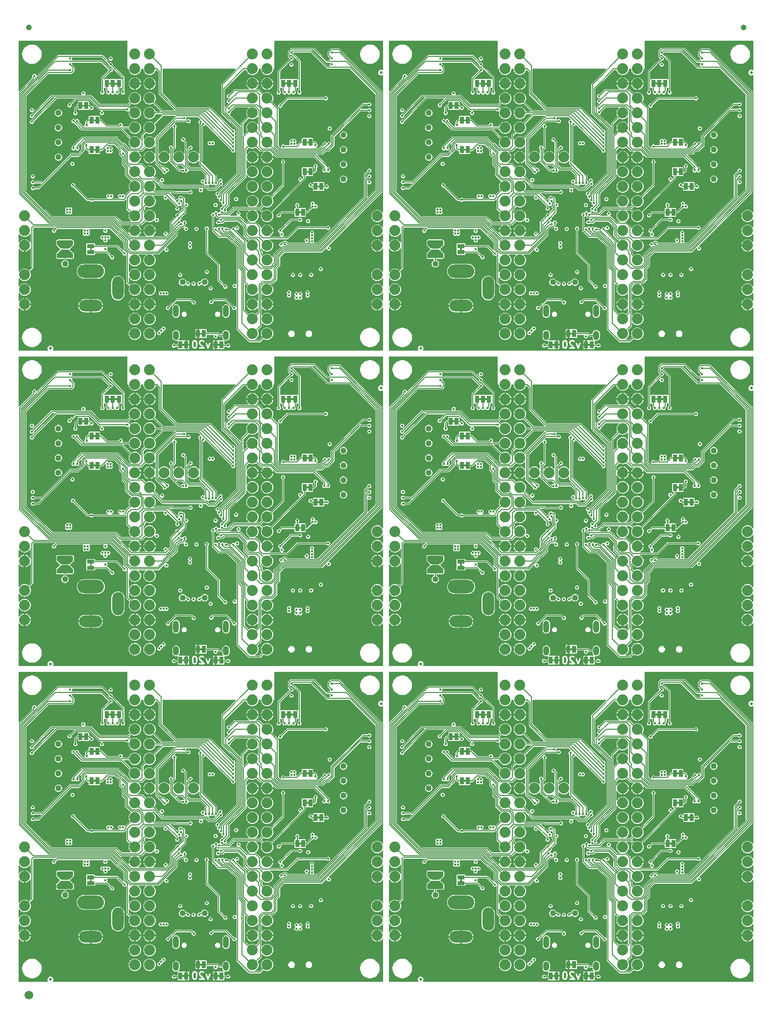
<source format=gbl>
%TF.GenerationSoftware,KiCad,Pcbnew,8.0.5*%
%TF.CreationDate,2024-12-18T16:51:18-07:00*%
%TF.ProjectId,SparkFun_XRP_Controller_panelized,53706172-6b46-4756-9e5f-5852505f436f,v20*%
%TF.SameCoordinates,Original*%
%TF.FileFunction,Copper,L6,Bot*%
%TF.FilePolarity,Positive*%
%FSLAX46Y46*%
G04 Gerber Fmt 4.6, Leading zero omitted, Abs format (unit mm)*
G04 Created by KiCad (PCBNEW 8.0.5) date 2024-12-18 16:51:18*
%MOMM*%
%LPD*%
G01*
G04 APERTURE LIST*
G04 Aperture macros list*
%AMRoundRect*
0 Rectangle with rounded corners*
0 $1 Rounding radius*
0 $2 $3 $4 $5 $6 $7 $8 $9 X,Y pos of 4 corners*
0 Add a 4 corners polygon primitive as box body*
4,1,4,$2,$3,$4,$5,$6,$7,$8,$9,$2,$3,0*
0 Add four circle primitives for the rounded corners*
1,1,$1+$1,$2,$3*
1,1,$1+$1,$4,$5*
1,1,$1+$1,$6,$7*
1,1,$1+$1,$8,$9*
0 Add four rect primitives between the rounded corners*
20,1,$1+$1,$2,$3,$4,$5,0*
20,1,$1+$1,$4,$5,$6,$7,0*
20,1,$1+$1,$6,$7,$8,$9,0*
20,1,$1+$1,$8,$9,$2,$3,0*%
G04 Aperture macros list end*
%ADD10C,0.254000*%
%TA.AperFunction,EtchedComponent*%
%ADD11C,0.000000*%
%TD*%
%TA.AperFunction,ComponentPad*%
%ADD12O,4.000000X2.000000*%
%TD*%
%TA.AperFunction,ComponentPad*%
%ADD13O,2.000000X4.000000*%
%TD*%
%TA.AperFunction,ComponentPad*%
%ADD14O,4.600000X2.300000*%
%TD*%
%TA.AperFunction,ComponentPad*%
%ADD15C,1.879600*%
%TD*%
%TA.AperFunction,ComponentPad*%
%ADD16O,1.000000X1.600000*%
%TD*%
%TA.AperFunction,ComponentPad*%
%ADD17O,1.000000X2.100000*%
%TD*%
%TA.AperFunction,SMDPad,CuDef*%
%ADD18C,0.500000*%
%TD*%
%TA.AperFunction,SMDPad,CuDef*%
%ADD19RoundRect,0.508000X0.000010X0.000010X-0.000010X0.000010X-0.000010X-0.000010X0.000010X-0.000010X0*%
%TD*%
%TA.AperFunction,SMDPad,CuDef*%
%ADD20R,0.660400X1.270000*%
%TD*%
%TA.AperFunction,SMDPad,CuDef*%
%ADD21C,1.000000*%
%TD*%
%TA.AperFunction,SMDPad,CuDef*%
%ADD22R,1.270000X0.635000*%
%TD*%
%TA.AperFunction,SMDPad,CuDef*%
%ADD23R,1.270000X0.660400*%
%TD*%
%TA.AperFunction,SMDPad,CuDef*%
%ADD24C,1.500000*%
%TD*%
%TA.AperFunction,ViaPad*%
%ADD25C,0.450000*%
%TD*%
%TA.AperFunction,Conductor*%
%ADD26C,0.127000*%
%TD*%
%TA.AperFunction,Conductor*%
%ADD27C,0.203200*%
%TD*%
G04 APERTURE END LIST*
D10*
G36*
X94767624Y56275832D02*
G01*
X94798957Y56244499D01*
X94843982Y56154450D01*
X94897285Y55941240D01*
X94897285Y55670126D01*
X94843982Y55456916D01*
X94798956Y55366864D01*
X94767626Y55335534D01*
X94691924Y55297682D01*
X94630931Y55297682D01*
X94555231Y55335532D01*
X94523898Y55366865D01*
X94478874Y55456913D01*
X94425570Y55670127D01*
X94425570Y55941239D01*
X94478874Y56154453D01*
X94523897Y56244499D01*
X94555231Y56275832D01*
X94630931Y56313682D01*
X94691924Y56313682D01*
X94767624Y56275832D01*
G37*
G36*
X97528652Y54902571D02*
G01*
X94030459Y54902571D01*
X94030459Y55956873D01*
X94171570Y55956873D01*
X94171570Y55654492D01*
X94171995Y55650171D01*
X94171720Y55648318D01*
X94173091Y55639046D01*
X94174010Y55629716D01*
X94174726Y55627986D01*
X94175362Y55623690D01*
X94235839Y55381785D01*
X94236491Y55379958D01*
X94236557Y55379042D01*
X94240499Y55368742D01*
X94244215Y55358340D01*
X94244762Y55357602D01*
X94245455Y55355791D01*
X94305931Y55234839D01*
X94312642Y55224177D01*
X94313926Y55221078D01*
X94316788Y55217591D01*
X94319193Y55213770D01*
X94321727Y55211572D01*
X94329720Y55201833D01*
X94390196Y55141356D01*
X94399936Y55133362D01*
X94402134Y55130828D01*
X94405951Y55128425D01*
X94409440Y55125562D01*
X94412540Y55124278D01*
X94423203Y55117566D01*
X94544154Y55057090D01*
X94567406Y55048192D01*
X94571958Y55047869D01*
X94576175Y55046122D01*
X94600951Y55043682D01*
X94721904Y55043682D01*
X94746680Y55046122D01*
X94750896Y55047869D01*
X94755449Y55048192D01*
X94778700Y55057090D01*
X94899652Y55117566D01*
X94910315Y55124279D01*
X94913415Y55125562D01*
X94916903Y55128425D01*
X94920721Y55130828D01*
X94922918Y55133362D01*
X94932659Y55141356D01*
X94993136Y55201833D01*
X95001128Y55211573D01*
X95003661Y55213769D01*
X95006065Y55217589D01*
X95008929Y55221078D01*
X95010212Y55224176D01*
X95016924Y55234838D01*
X95077401Y55355790D01*
X95078095Y55357605D01*
X95078641Y55358341D01*
X95082351Y55368727D01*
X95086299Y55379042D01*
X95086364Y55379958D01*
X95087017Y55381785D01*
X95147493Y55623690D01*
X95148128Y55627986D01*
X95148845Y55629716D01*
X95149763Y55639046D01*
X95151135Y55648318D01*
X95150859Y55650171D01*
X95151285Y55654492D01*
X95151285Y55956873D01*
X95150859Y55961195D01*
X95151135Y55963047D01*
X95149763Y55972320D01*
X95148845Y55981649D01*
X95148128Y55983380D01*
X95147493Y55987675D01*
X95094717Y56198778D01*
X95381094Y56198778D01*
X95381094Y56077825D01*
X95382328Y56065287D01*
X95382091Y56061940D01*
X95383091Y56057538D01*
X95383534Y56053049D01*
X95384816Y56049953D01*
X95387611Y56037663D01*
X95448088Y55856236D01*
X95458238Y55833503D01*
X95461227Y55830057D01*
X95462974Y55825839D01*
X95478768Y55806595D01*
X95987680Y55297682D01*
X95508094Y55297682D01*
X95483318Y55295242D01*
X95437537Y55276279D01*
X95402497Y55241239D01*
X95383534Y55195458D01*
X95383534Y55145906D01*
X95402497Y55100125D01*
X95437537Y55065085D01*
X95483318Y55046122D01*
X95508094Y55043682D01*
X96294285Y55043682D01*
X96319061Y55046122D01*
X96319061Y55046123D01*
X96319062Y55046122D01*
X96345540Y55057090D01*
X96364842Y55065085D01*
X96399882Y55100125D01*
X96418845Y55145906D01*
X96418845Y55195458D01*
X96416204Y55201833D01*
X96408233Y55221078D01*
X96399882Y55241239D01*
X96399881Y55241240D01*
X96384087Y55260485D01*
X95679573Y55965000D01*
X95668310Y55998788D01*
X96531506Y55998788D01*
X96537541Y55974634D01*
X96839922Y55127967D01*
X96850553Y55105455D01*
X96854831Y55100730D01*
X96857560Y55094968D01*
X96871337Y55082497D01*
X96883809Y55068719D01*
X96889570Y55065991D01*
X96894296Y55061712D01*
X96911797Y55055462D01*
X96928593Y55047506D01*
X96934960Y55047190D01*
X96940962Y55045046D01*
X96959517Y55045969D01*
X96978085Y55045045D01*
X96984090Y55047190D01*
X96990453Y55047506D01*
X97007239Y55055458D01*
X97024750Y55061711D01*
X97029477Y55065992D01*
X97035237Y55068719D01*
X97047703Y55082491D01*
X97061486Y55094967D01*
X97064215Y55100731D01*
X97068493Y55105455D01*
X97079124Y55127967D01*
X97381505Y55974635D01*
X97387541Y55998788D01*
X97385080Y56048280D01*
X97363867Y56093064D01*
X97327131Y56126320D01*
X97280466Y56142986D01*
X97230974Y56140525D01*
X97186190Y56119312D01*
X97152934Y56082576D01*
X97142303Y56060064D01*
X96959522Y55548280D01*
X96776743Y56060064D01*
X96766112Y56082576D01*
X96732856Y56119312D01*
X96688072Y56140525D01*
X96638581Y56142985D01*
X96591915Y56126319D01*
X96555179Y56093063D01*
X96533966Y56048279D01*
X96531506Y55998788D01*
X95668310Y55998788D01*
X95635094Y56098437D01*
X95635094Y56168797D01*
X95672945Y56244499D01*
X95704279Y56275832D01*
X95779979Y56313682D01*
X96022400Y56313682D01*
X96098101Y56275832D01*
X96144006Y56229927D01*
X96163251Y56214133D01*
X96209032Y56195170D01*
X96258586Y56195170D01*
X96304367Y56214133D01*
X96339406Y56249172D01*
X96358369Y56294953D01*
X96358369Y56344507D01*
X96339406Y56390288D01*
X96323612Y56409533D01*
X96263136Y56470009D01*
X96253395Y56478003D01*
X96251198Y56480536D01*
X96247377Y56482941D01*
X96243891Y56485802D01*
X96240794Y56487085D01*
X96230128Y56493799D01*
X96109176Y56554274D01*
X96085924Y56563172D01*
X96081372Y56563496D01*
X96077156Y56565242D01*
X96052380Y56567682D01*
X95749999Y56567682D01*
X95725223Y56565242D01*
X95721006Y56563496D01*
X95716454Y56563172D01*
X95693202Y56554274D01*
X95572251Y56493798D01*
X95561590Y56487088D01*
X95558489Y56485803D01*
X95554997Y56482938D01*
X95551182Y56480536D01*
X95548986Y56478005D01*
X95539244Y56470009D01*
X95478768Y56409533D01*
X95470774Y56399793D01*
X95468242Y56397596D01*
X95465837Y56393776D01*
X95462975Y56390288D01*
X95461692Y56387192D01*
X95454979Y56376527D01*
X95394502Y56255575D01*
X95385604Y56232323D01*
X95385280Y56227771D01*
X95383534Y56223554D01*
X95381094Y56198778D01*
X95094717Y56198778D01*
X95087017Y56229580D01*
X95086364Y56231408D01*
X95086299Y56232323D01*
X95082351Y56242639D01*
X95078641Y56253024D01*
X95078095Y56253761D01*
X95077401Y56255575D01*
X95016924Y56376527D01*
X95010213Y56387188D01*
X95008929Y56390288D01*
X95006063Y56393780D01*
X95003661Y56397596D01*
X95001129Y56399792D01*
X94993135Y56409533D01*
X94932659Y56470009D01*
X94922918Y56478003D01*
X94920721Y56480536D01*
X94916900Y56482941D01*
X94913414Y56485802D01*
X94910316Y56487085D01*
X94899652Y56493798D01*
X94778700Y56554274D01*
X94755449Y56563172D01*
X94750896Y56563496D01*
X94746680Y56565242D01*
X94721904Y56567682D01*
X94600951Y56567682D01*
X94576175Y56565242D01*
X94571958Y56563496D01*
X94567406Y56563172D01*
X94544154Y56554274D01*
X94423203Y56493798D01*
X94412542Y56487088D01*
X94409441Y56485803D01*
X94405949Y56482938D01*
X94402134Y56480536D01*
X94399938Y56478005D01*
X94390196Y56470009D01*
X94329720Y56409533D01*
X94321726Y56399793D01*
X94319193Y56397595D01*
X94316788Y56393775D01*
X94313927Y56390288D01*
X94312644Y56387191D01*
X94305931Y56376526D01*
X94245455Y56255574D01*
X94244762Y56253764D01*
X94244215Y56253025D01*
X94240499Y56242624D01*
X94236557Y56232323D01*
X94236491Y56231408D01*
X94235839Y56229580D01*
X94175362Y55987675D01*
X94174726Y55983380D01*
X94174010Y55981649D01*
X94173091Y55972320D01*
X94171720Y55963047D01*
X94171995Y55961195D01*
X94171570Y55956873D01*
X94030459Y55956873D01*
X94030459Y56708793D01*
X97528652Y56708793D01*
X97528652Y54902571D01*
G37*
G36*
X30767624Y1800832D02*
G01*
X30798957Y1769499D01*
X30843982Y1679450D01*
X30897285Y1466240D01*
X30897285Y1195126D01*
X30843982Y981916D01*
X30798956Y891864D01*
X30767626Y860534D01*
X30691924Y822682D01*
X30630931Y822682D01*
X30555231Y860532D01*
X30523898Y891865D01*
X30478874Y981913D01*
X30425570Y1195127D01*
X30425570Y1466239D01*
X30478874Y1679453D01*
X30523897Y1769499D01*
X30555231Y1800832D01*
X30630931Y1838682D01*
X30691924Y1838682D01*
X30767624Y1800832D01*
G37*
G36*
X33528652Y427571D02*
G01*
X30030459Y427571D01*
X30030459Y1481873D01*
X30171570Y1481873D01*
X30171570Y1179492D01*
X30171995Y1175171D01*
X30171720Y1173318D01*
X30173091Y1164046D01*
X30174010Y1154716D01*
X30174726Y1152986D01*
X30175362Y1148690D01*
X30235839Y906785D01*
X30236491Y904958D01*
X30236557Y904042D01*
X30240499Y893742D01*
X30244215Y883340D01*
X30244762Y882602D01*
X30245455Y880791D01*
X30305931Y759839D01*
X30312642Y749177D01*
X30313926Y746078D01*
X30316788Y742591D01*
X30319193Y738770D01*
X30321727Y736572D01*
X30329720Y726833D01*
X30390196Y666356D01*
X30399936Y658362D01*
X30402134Y655828D01*
X30405951Y653425D01*
X30409440Y650562D01*
X30412540Y649278D01*
X30423203Y642566D01*
X30544154Y582090D01*
X30567406Y573192D01*
X30571958Y572869D01*
X30576175Y571122D01*
X30600951Y568682D01*
X30721904Y568682D01*
X30746680Y571122D01*
X30750896Y572869D01*
X30755449Y573192D01*
X30778700Y582090D01*
X30899652Y642566D01*
X30910315Y649279D01*
X30913415Y650562D01*
X30916903Y653425D01*
X30920721Y655828D01*
X30922918Y658362D01*
X30932659Y666356D01*
X30993136Y726833D01*
X31001128Y736573D01*
X31003661Y738769D01*
X31006065Y742589D01*
X31008929Y746078D01*
X31010212Y749176D01*
X31016924Y759838D01*
X31077401Y880790D01*
X31078095Y882605D01*
X31078641Y883341D01*
X31082351Y893727D01*
X31086299Y904042D01*
X31086364Y904958D01*
X31087017Y906785D01*
X31147493Y1148690D01*
X31148128Y1152986D01*
X31148845Y1154716D01*
X31149763Y1164046D01*
X31151135Y1173318D01*
X31150859Y1175171D01*
X31151285Y1179492D01*
X31151285Y1481873D01*
X31150859Y1486195D01*
X31151135Y1488047D01*
X31149763Y1497320D01*
X31148845Y1506649D01*
X31148128Y1508380D01*
X31147493Y1512675D01*
X31094717Y1723778D01*
X31381094Y1723778D01*
X31381094Y1602825D01*
X31382328Y1590287D01*
X31382091Y1586940D01*
X31383091Y1582538D01*
X31383534Y1578049D01*
X31384816Y1574953D01*
X31387611Y1562663D01*
X31448088Y1381236D01*
X31458238Y1358503D01*
X31461227Y1355057D01*
X31462974Y1350839D01*
X31478768Y1331595D01*
X31987680Y822682D01*
X31508094Y822682D01*
X31483318Y820242D01*
X31437537Y801279D01*
X31402497Y766239D01*
X31383534Y720458D01*
X31383534Y670906D01*
X31402497Y625125D01*
X31437537Y590085D01*
X31483318Y571122D01*
X31508094Y568682D01*
X32294285Y568682D01*
X32319061Y571122D01*
X32319061Y571123D01*
X32319062Y571122D01*
X32345540Y582090D01*
X32364842Y590085D01*
X32399882Y625125D01*
X32418845Y670906D01*
X32418845Y720458D01*
X32416204Y726833D01*
X32408233Y746078D01*
X32399882Y766239D01*
X32399881Y766240D01*
X32384087Y785485D01*
X31679573Y1490000D01*
X31668310Y1523788D01*
X32531506Y1523788D01*
X32537541Y1499634D01*
X32839922Y652967D01*
X32850553Y630455D01*
X32854831Y625730D01*
X32857560Y619968D01*
X32871337Y607497D01*
X32883809Y593719D01*
X32889570Y590991D01*
X32894296Y586712D01*
X32911797Y580462D01*
X32928593Y572506D01*
X32934960Y572190D01*
X32940962Y570046D01*
X32959517Y570969D01*
X32978085Y570045D01*
X32984090Y572190D01*
X32990453Y572506D01*
X33007239Y580458D01*
X33024750Y586711D01*
X33029477Y590992D01*
X33035237Y593719D01*
X33047703Y607491D01*
X33061486Y619967D01*
X33064215Y625731D01*
X33068493Y630455D01*
X33079124Y652967D01*
X33381505Y1499635D01*
X33387541Y1523788D01*
X33385080Y1573280D01*
X33363867Y1618064D01*
X33327131Y1651320D01*
X33280466Y1667986D01*
X33230974Y1665525D01*
X33186190Y1644312D01*
X33152934Y1607576D01*
X33142303Y1585064D01*
X32959522Y1073280D01*
X32776743Y1585064D01*
X32766112Y1607576D01*
X32732856Y1644312D01*
X32688072Y1665525D01*
X32638581Y1667985D01*
X32591915Y1651319D01*
X32555179Y1618063D01*
X32533966Y1573279D01*
X32531506Y1523788D01*
X31668310Y1523788D01*
X31635094Y1623437D01*
X31635094Y1693797D01*
X31672945Y1769499D01*
X31704279Y1800832D01*
X31779979Y1838682D01*
X32022400Y1838682D01*
X32098101Y1800832D01*
X32144006Y1754927D01*
X32163251Y1739133D01*
X32209032Y1720170D01*
X32258586Y1720170D01*
X32304367Y1739133D01*
X32339406Y1774172D01*
X32358369Y1819953D01*
X32358369Y1869507D01*
X32339406Y1915288D01*
X32323612Y1934533D01*
X32263136Y1995009D01*
X32253395Y2003003D01*
X32251198Y2005536D01*
X32247377Y2007941D01*
X32243891Y2010802D01*
X32240794Y2012085D01*
X32230128Y2018799D01*
X32109176Y2079274D01*
X32085924Y2088172D01*
X32081372Y2088496D01*
X32077156Y2090242D01*
X32052380Y2092682D01*
X31749999Y2092682D01*
X31725223Y2090242D01*
X31721006Y2088496D01*
X31716454Y2088172D01*
X31693202Y2079274D01*
X31572251Y2018798D01*
X31561590Y2012088D01*
X31558489Y2010803D01*
X31554997Y2007938D01*
X31551182Y2005536D01*
X31548986Y2003005D01*
X31539244Y1995009D01*
X31478768Y1934533D01*
X31470774Y1924793D01*
X31468242Y1922596D01*
X31465837Y1918776D01*
X31462975Y1915288D01*
X31461692Y1912192D01*
X31454979Y1901527D01*
X31394502Y1780575D01*
X31385604Y1757323D01*
X31385280Y1752771D01*
X31383534Y1748554D01*
X31381094Y1723778D01*
X31094717Y1723778D01*
X31087017Y1754580D01*
X31086364Y1756408D01*
X31086299Y1757323D01*
X31082351Y1767639D01*
X31078641Y1778024D01*
X31078095Y1778761D01*
X31077401Y1780575D01*
X31016924Y1901527D01*
X31010213Y1912188D01*
X31008929Y1915288D01*
X31006063Y1918780D01*
X31003661Y1922596D01*
X31001129Y1924792D01*
X30993135Y1934533D01*
X30932659Y1995009D01*
X30922918Y2003003D01*
X30920721Y2005536D01*
X30916900Y2007941D01*
X30913414Y2010802D01*
X30910316Y2012085D01*
X30899652Y2018798D01*
X30778700Y2079274D01*
X30755449Y2088172D01*
X30750896Y2088496D01*
X30746680Y2090242D01*
X30721904Y2092682D01*
X30600951Y2092682D01*
X30576175Y2090242D01*
X30571958Y2088496D01*
X30567406Y2088172D01*
X30544154Y2079274D01*
X30423203Y2018798D01*
X30412542Y2012088D01*
X30409441Y2010803D01*
X30405949Y2007938D01*
X30402134Y2005536D01*
X30399938Y2003005D01*
X30390196Y1995009D01*
X30329720Y1934533D01*
X30321726Y1924793D01*
X30319193Y1922595D01*
X30316788Y1918775D01*
X30313927Y1915288D01*
X30312644Y1912191D01*
X30305931Y1901526D01*
X30245455Y1780574D01*
X30244762Y1778764D01*
X30244215Y1778025D01*
X30240499Y1767624D01*
X30236557Y1757323D01*
X30236491Y1756408D01*
X30235839Y1754580D01*
X30175362Y1512675D01*
X30174726Y1508380D01*
X30174010Y1506649D01*
X30173091Y1497320D01*
X30171720Y1488047D01*
X30171995Y1486195D01*
X30171570Y1481873D01*
X30030459Y1481873D01*
X30030459Y2233793D01*
X33528652Y2233793D01*
X33528652Y427571D01*
G37*
G36*
X30767624Y56275832D02*
G01*
X30798957Y56244499D01*
X30843982Y56154450D01*
X30897285Y55941240D01*
X30897285Y55670126D01*
X30843982Y55456916D01*
X30798956Y55366864D01*
X30767626Y55335534D01*
X30691924Y55297682D01*
X30630931Y55297682D01*
X30555231Y55335532D01*
X30523898Y55366865D01*
X30478874Y55456913D01*
X30425570Y55670127D01*
X30425570Y55941239D01*
X30478874Y56154453D01*
X30523897Y56244499D01*
X30555231Y56275832D01*
X30630931Y56313682D01*
X30691924Y56313682D01*
X30767624Y56275832D01*
G37*
G36*
X33528652Y54902571D02*
G01*
X30030459Y54902571D01*
X30030459Y55956873D01*
X30171570Y55956873D01*
X30171570Y55654492D01*
X30171995Y55650171D01*
X30171720Y55648318D01*
X30173091Y55639046D01*
X30174010Y55629716D01*
X30174726Y55627986D01*
X30175362Y55623690D01*
X30235839Y55381785D01*
X30236491Y55379958D01*
X30236557Y55379042D01*
X30240499Y55368742D01*
X30244215Y55358340D01*
X30244762Y55357602D01*
X30245455Y55355791D01*
X30305931Y55234839D01*
X30312642Y55224177D01*
X30313926Y55221078D01*
X30316788Y55217591D01*
X30319193Y55213770D01*
X30321727Y55211572D01*
X30329720Y55201833D01*
X30390196Y55141356D01*
X30399936Y55133362D01*
X30402134Y55130828D01*
X30405951Y55128425D01*
X30409440Y55125562D01*
X30412540Y55124278D01*
X30423203Y55117566D01*
X30544154Y55057090D01*
X30567406Y55048192D01*
X30571958Y55047869D01*
X30576175Y55046122D01*
X30600951Y55043682D01*
X30721904Y55043682D01*
X30746680Y55046122D01*
X30750896Y55047869D01*
X30755449Y55048192D01*
X30778700Y55057090D01*
X30899652Y55117566D01*
X30910315Y55124279D01*
X30913415Y55125562D01*
X30916903Y55128425D01*
X30920721Y55130828D01*
X30922918Y55133362D01*
X30932659Y55141356D01*
X30993136Y55201833D01*
X31001128Y55211573D01*
X31003661Y55213769D01*
X31006065Y55217589D01*
X31008929Y55221078D01*
X31010212Y55224176D01*
X31016924Y55234838D01*
X31077401Y55355790D01*
X31078095Y55357605D01*
X31078641Y55358341D01*
X31082351Y55368727D01*
X31086299Y55379042D01*
X31086364Y55379958D01*
X31087017Y55381785D01*
X31147493Y55623690D01*
X31148128Y55627986D01*
X31148845Y55629716D01*
X31149763Y55639046D01*
X31151135Y55648318D01*
X31150859Y55650171D01*
X31151285Y55654492D01*
X31151285Y55956873D01*
X31150859Y55961195D01*
X31151135Y55963047D01*
X31149763Y55972320D01*
X31148845Y55981649D01*
X31148128Y55983380D01*
X31147493Y55987675D01*
X31094717Y56198778D01*
X31381094Y56198778D01*
X31381094Y56077825D01*
X31382328Y56065287D01*
X31382091Y56061940D01*
X31383091Y56057538D01*
X31383534Y56053049D01*
X31384816Y56049953D01*
X31387611Y56037663D01*
X31448088Y55856236D01*
X31458238Y55833503D01*
X31461227Y55830057D01*
X31462974Y55825839D01*
X31478768Y55806595D01*
X31987680Y55297682D01*
X31508094Y55297682D01*
X31483318Y55295242D01*
X31437537Y55276279D01*
X31402497Y55241239D01*
X31383534Y55195458D01*
X31383534Y55145906D01*
X31402497Y55100125D01*
X31437537Y55065085D01*
X31483318Y55046122D01*
X31508094Y55043682D01*
X32294285Y55043682D01*
X32319061Y55046122D01*
X32319061Y55046123D01*
X32319062Y55046122D01*
X32345540Y55057090D01*
X32364842Y55065085D01*
X32399882Y55100125D01*
X32418845Y55145906D01*
X32418845Y55195458D01*
X32416204Y55201833D01*
X32408233Y55221078D01*
X32399882Y55241239D01*
X32399881Y55241240D01*
X32384087Y55260485D01*
X31679573Y55965000D01*
X31668310Y55998788D01*
X32531506Y55998788D01*
X32537541Y55974634D01*
X32839922Y55127967D01*
X32850553Y55105455D01*
X32854831Y55100730D01*
X32857560Y55094968D01*
X32871337Y55082497D01*
X32883809Y55068719D01*
X32889570Y55065991D01*
X32894296Y55061712D01*
X32911797Y55055462D01*
X32928593Y55047506D01*
X32934960Y55047190D01*
X32940962Y55045046D01*
X32959517Y55045969D01*
X32978085Y55045045D01*
X32984090Y55047190D01*
X32990453Y55047506D01*
X33007239Y55055458D01*
X33024750Y55061711D01*
X33029477Y55065992D01*
X33035237Y55068719D01*
X33047703Y55082491D01*
X33061486Y55094967D01*
X33064215Y55100731D01*
X33068493Y55105455D01*
X33079124Y55127967D01*
X33381505Y55974635D01*
X33387541Y55998788D01*
X33385080Y56048280D01*
X33363867Y56093064D01*
X33327131Y56126320D01*
X33280466Y56142986D01*
X33230974Y56140525D01*
X33186190Y56119312D01*
X33152934Y56082576D01*
X33142303Y56060064D01*
X32959522Y55548280D01*
X32776743Y56060064D01*
X32766112Y56082576D01*
X32732856Y56119312D01*
X32688072Y56140525D01*
X32638581Y56142985D01*
X32591915Y56126319D01*
X32555179Y56093063D01*
X32533966Y56048279D01*
X32531506Y55998788D01*
X31668310Y55998788D01*
X31635094Y56098437D01*
X31635094Y56168797D01*
X31672945Y56244499D01*
X31704279Y56275832D01*
X31779979Y56313682D01*
X32022400Y56313682D01*
X32098101Y56275832D01*
X32144006Y56229927D01*
X32163251Y56214133D01*
X32209032Y56195170D01*
X32258586Y56195170D01*
X32304367Y56214133D01*
X32339406Y56249172D01*
X32358369Y56294953D01*
X32358369Y56344507D01*
X32339406Y56390288D01*
X32323612Y56409533D01*
X32263136Y56470009D01*
X32253395Y56478003D01*
X32251198Y56480536D01*
X32247377Y56482941D01*
X32243891Y56485802D01*
X32240794Y56487085D01*
X32230128Y56493799D01*
X32109176Y56554274D01*
X32085924Y56563172D01*
X32081372Y56563496D01*
X32077156Y56565242D01*
X32052380Y56567682D01*
X31749999Y56567682D01*
X31725223Y56565242D01*
X31721006Y56563496D01*
X31716454Y56563172D01*
X31693202Y56554274D01*
X31572251Y56493798D01*
X31561590Y56487088D01*
X31558489Y56485803D01*
X31554997Y56482938D01*
X31551182Y56480536D01*
X31548986Y56478005D01*
X31539244Y56470009D01*
X31478768Y56409533D01*
X31470774Y56399793D01*
X31468242Y56397596D01*
X31465837Y56393776D01*
X31462975Y56390288D01*
X31461692Y56387192D01*
X31454979Y56376527D01*
X31394502Y56255575D01*
X31385604Y56232323D01*
X31385280Y56227771D01*
X31383534Y56223554D01*
X31381094Y56198778D01*
X31094717Y56198778D01*
X31087017Y56229580D01*
X31086364Y56231408D01*
X31086299Y56232323D01*
X31082351Y56242639D01*
X31078641Y56253024D01*
X31078095Y56253761D01*
X31077401Y56255575D01*
X31016924Y56376527D01*
X31010213Y56387188D01*
X31008929Y56390288D01*
X31006063Y56393780D01*
X31003661Y56397596D01*
X31001129Y56399792D01*
X30993135Y56409533D01*
X30932659Y56470009D01*
X30922918Y56478003D01*
X30920721Y56480536D01*
X30916900Y56482941D01*
X30913414Y56485802D01*
X30910316Y56487085D01*
X30899652Y56493798D01*
X30778700Y56554274D01*
X30755449Y56563172D01*
X30750896Y56563496D01*
X30746680Y56565242D01*
X30721904Y56567682D01*
X30600951Y56567682D01*
X30576175Y56565242D01*
X30571958Y56563496D01*
X30567406Y56563172D01*
X30544154Y56554274D01*
X30423203Y56493798D01*
X30412542Y56487088D01*
X30409441Y56485803D01*
X30405949Y56482938D01*
X30402134Y56480536D01*
X30399938Y56478005D01*
X30390196Y56470009D01*
X30329720Y56409533D01*
X30321726Y56399793D01*
X30319193Y56397595D01*
X30316788Y56393775D01*
X30313927Y56390288D01*
X30312644Y56387191D01*
X30305931Y56376526D01*
X30245455Y56255574D01*
X30244762Y56253764D01*
X30244215Y56253025D01*
X30240499Y56242624D01*
X30236557Y56232323D01*
X30236491Y56231408D01*
X30235839Y56229580D01*
X30175362Y55987675D01*
X30174726Y55983380D01*
X30174010Y55981649D01*
X30173091Y55972320D01*
X30171720Y55963047D01*
X30171995Y55961195D01*
X30171570Y55956873D01*
X30030459Y55956873D01*
X30030459Y56708793D01*
X33528652Y56708793D01*
X33528652Y54902571D01*
G37*
G36*
X94767624Y1800832D02*
G01*
X94798957Y1769499D01*
X94843982Y1679450D01*
X94897285Y1466240D01*
X94897285Y1195126D01*
X94843982Y981916D01*
X94798956Y891864D01*
X94767626Y860534D01*
X94691924Y822682D01*
X94630931Y822682D01*
X94555231Y860532D01*
X94523898Y891865D01*
X94478874Y981913D01*
X94425570Y1195127D01*
X94425570Y1466239D01*
X94478874Y1679453D01*
X94523897Y1769499D01*
X94555231Y1800832D01*
X94630931Y1838682D01*
X94691924Y1838682D01*
X94767624Y1800832D01*
G37*
G36*
X97528652Y427571D02*
G01*
X94030459Y427571D01*
X94030459Y1481873D01*
X94171570Y1481873D01*
X94171570Y1179492D01*
X94171995Y1175171D01*
X94171720Y1173318D01*
X94173091Y1164046D01*
X94174010Y1154716D01*
X94174726Y1152986D01*
X94175362Y1148690D01*
X94235839Y906785D01*
X94236491Y904958D01*
X94236557Y904042D01*
X94240499Y893742D01*
X94244215Y883340D01*
X94244762Y882602D01*
X94245455Y880791D01*
X94305931Y759839D01*
X94312642Y749177D01*
X94313926Y746078D01*
X94316788Y742591D01*
X94319193Y738770D01*
X94321727Y736572D01*
X94329720Y726833D01*
X94390196Y666356D01*
X94399936Y658362D01*
X94402134Y655828D01*
X94405951Y653425D01*
X94409440Y650562D01*
X94412540Y649278D01*
X94423203Y642566D01*
X94544154Y582090D01*
X94567406Y573192D01*
X94571958Y572869D01*
X94576175Y571122D01*
X94600951Y568682D01*
X94721904Y568682D01*
X94746680Y571122D01*
X94750896Y572869D01*
X94755449Y573192D01*
X94778700Y582090D01*
X94899652Y642566D01*
X94910315Y649279D01*
X94913415Y650562D01*
X94916903Y653425D01*
X94920721Y655828D01*
X94922918Y658362D01*
X94932659Y666356D01*
X94993136Y726833D01*
X95001128Y736573D01*
X95003661Y738769D01*
X95006065Y742589D01*
X95008929Y746078D01*
X95010212Y749176D01*
X95016924Y759838D01*
X95077401Y880790D01*
X95078095Y882605D01*
X95078641Y883341D01*
X95082351Y893727D01*
X95086299Y904042D01*
X95086364Y904958D01*
X95087017Y906785D01*
X95147493Y1148690D01*
X95148128Y1152986D01*
X95148845Y1154716D01*
X95149763Y1164046D01*
X95151135Y1173318D01*
X95150859Y1175171D01*
X95151285Y1179492D01*
X95151285Y1481873D01*
X95150859Y1486195D01*
X95151135Y1488047D01*
X95149763Y1497320D01*
X95148845Y1506649D01*
X95148128Y1508380D01*
X95147493Y1512675D01*
X95094717Y1723778D01*
X95381094Y1723778D01*
X95381094Y1602825D01*
X95382328Y1590287D01*
X95382091Y1586940D01*
X95383091Y1582538D01*
X95383534Y1578049D01*
X95384816Y1574953D01*
X95387611Y1562663D01*
X95448088Y1381236D01*
X95458238Y1358503D01*
X95461227Y1355057D01*
X95462974Y1350839D01*
X95478768Y1331595D01*
X95987680Y822682D01*
X95508094Y822682D01*
X95483318Y820242D01*
X95437537Y801279D01*
X95402497Y766239D01*
X95383534Y720458D01*
X95383534Y670906D01*
X95402497Y625125D01*
X95437537Y590085D01*
X95483318Y571122D01*
X95508094Y568682D01*
X96294285Y568682D01*
X96319061Y571122D01*
X96319061Y571123D01*
X96319062Y571122D01*
X96345540Y582090D01*
X96364842Y590085D01*
X96399882Y625125D01*
X96418845Y670906D01*
X96418845Y720458D01*
X96416204Y726833D01*
X96408233Y746078D01*
X96399882Y766239D01*
X96399881Y766240D01*
X96384087Y785485D01*
X95679573Y1490000D01*
X95668310Y1523788D01*
X96531506Y1523788D01*
X96537541Y1499634D01*
X96839922Y652967D01*
X96850553Y630455D01*
X96854831Y625730D01*
X96857560Y619968D01*
X96871337Y607497D01*
X96883809Y593719D01*
X96889570Y590991D01*
X96894296Y586712D01*
X96911797Y580462D01*
X96928593Y572506D01*
X96934960Y572190D01*
X96940962Y570046D01*
X96959517Y570969D01*
X96978085Y570045D01*
X96984090Y572190D01*
X96990453Y572506D01*
X97007239Y580458D01*
X97024750Y586711D01*
X97029477Y590992D01*
X97035237Y593719D01*
X97047703Y607491D01*
X97061486Y619967D01*
X97064215Y625731D01*
X97068493Y630455D01*
X97079124Y652967D01*
X97381505Y1499635D01*
X97387541Y1523788D01*
X97385080Y1573280D01*
X97363867Y1618064D01*
X97327131Y1651320D01*
X97280466Y1667986D01*
X97230974Y1665525D01*
X97186190Y1644312D01*
X97152934Y1607576D01*
X97142303Y1585064D01*
X96959522Y1073280D01*
X96776743Y1585064D01*
X96766112Y1607576D01*
X96732856Y1644312D01*
X96688072Y1665525D01*
X96638581Y1667985D01*
X96591915Y1651319D01*
X96555179Y1618063D01*
X96533966Y1573279D01*
X96531506Y1523788D01*
X95668310Y1523788D01*
X95635094Y1623437D01*
X95635094Y1693797D01*
X95672945Y1769499D01*
X95704279Y1800832D01*
X95779979Y1838682D01*
X96022400Y1838682D01*
X96098101Y1800832D01*
X96144006Y1754927D01*
X96163251Y1739133D01*
X96209032Y1720170D01*
X96258586Y1720170D01*
X96304367Y1739133D01*
X96339406Y1774172D01*
X96358369Y1819953D01*
X96358369Y1869507D01*
X96339406Y1915288D01*
X96323612Y1934533D01*
X96263136Y1995009D01*
X96253395Y2003003D01*
X96251198Y2005536D01*
X96247377Y2007941D01*
X96243891Y2010802D01*
X96240794Y2012085D01*
X96230128Y2018799D01*
X96109176Y2079274D01*
X96085924Y2088172D01*
X96081372Y2088496D01*
X96077156Y2090242D01*
X96052380Y2092682D01*
X95749999Y2092682D01*
X95725223Y2090242D01*
X95721006Y2088496D01*
X95716454Y2088172D01*
X95693202Y2079274D01*
X95572251Y2018798D01*
X95561590Y2012088D01*
X95558489Y2010803D01*
X95554997Y2007938D01*
X95551182Y2005536D01*
X95548986Y2003005D01*
X95539244Y1995009D01*
X95478768Y1934533D01*
X95470774Y1924793D01*
X95468242Y1922596D01*
X95465837Y1918776D01*
X95462975Y1915288D01*
X95461692Y1912192D01*
X95454979Y1901527D01*
X95394502Y1780575D01*
X95385604Y1757323D01*
X95385280Y1752771D01*
X95383534Y1748554D01*
X95381094Y1723778D01*
X95094717Y1723778D01*
X95087017Y1754580D01*
X95086364Y1756408D01*
X95086299Y1757323D01*
X95082351Y1767639D01*
X95078641Y1778024D01*
X95078095Y1778761D01*
X95077401Y1780575D01*
X95016924Y1901527D01*
X95010213Y1912188D01*
X95008929Y1915288D01*
X95006063Y1918780D01*
X95003661Y1922596D01*
X95001129Y1924792D01*
X94993135Y1934533D01*
X94932659Y1995009D01*
X94922918Y2003003D01*
X94920721Y2005536D01*
X94916900Y2007941D01*
X94913414Y2010802D01*
X94910316Y2012085D01*
X94899652Y2018798D01*
X94778700Y2079274D01*
X94755449Y2088172D01*
X94750896Y2088496D01*
X94746680Y2090242D01*
X94721904Y2092682D01*
X94600951Y2092682D01*
X94576175Y2090242D01*
X94571958Y2088496D01*
X94567406Y2088172D01*
X94544154Y2079274D01*
X94423203Y2018798D01*
X94412542Y2012088D01*
X94409441Y2010803D01*
X94405949Y2007938D01*
X94402134Y2005536D01*
X94399938Y2003005D01*
X94390196Y1995009D01*
X94329720Y1934533D01*
X94321726Y1924793D01*
X94319193Y1922595D01*
X94316788Y1918775D01*
X94313927Y1915288D01*
X94312644Y1912191D01*
X94305931Y1901526D01*
X94245455Y1780574D01*
X94244762Y1778764D01*
X94244215Y1778025D01*
X94240499Y1767624D01*
X94236557Y1757323D01*
X94236491Y1756408D01*
X94235839Y1754580D01*
X94175362Y1512675D01*
X94174726Y1508380D01*
X94174010Y1506649D01*
X94173091Y1497320D01*
X94171720Y1488047D01*
X94171995Y1486195D01*
X94171570Y1481873D01*
X94030459Y1481873D01*
X94030459Y2233793D01*
X97528652Y2233793D01*
X97528652Y427571D01*
G37*
G36*
X94767624Y110750832D02*
G01*
X94798957Y110719499D01*
X94843982Y110629450D01*
X94897285Y110416240D01*
X94897285Y110145126D01*
X94843982Y109931916D01*
X94798956Y109841864D01*
X94767626Y109810534D01*
X94691924Y109772682D01*
X94630931Y109772682D01*
X94555231Y109810532D01*
X94523898Y109841865D01*
X94478874Y109931913D01*
X94425570Y110145127D01*
X94425570Y110416239D01*
X94478874Y110629453D01*
X94523897Y110719499D01*
X94555231Y110750832D01*
X94630931Y110788682D01*
X94691924Y110788682D01*
X94767624Y110750832D01*
G37*
G36*
X97528652Y109377571D02*
G01*
X94030459Y109377571D01*
X94030459Y110431873D01*
X94171570Y110431873D01*
X94171570Y110129492D01*
X94171995Y110125171D01*
X94171720Y110123318D01*
X94173091Y110114046D01*
X94174010Y110104716D01*
X94174726Y110102986D01*
X94175362Y110098690D01*
X94235839Y109856785D01*
X94236491Y109854958D01*
X94236557Y109854042D01*
X94240499Y109843742D01*
X94244215Y109833340D01*
X94244762Y109832602D01*
X94245455Y109830791D01*
X94305931Y109709839D01*
X94312642Y109699177D01*
X94313926Y109696078D01*
X94316788Y109692591D01*
X94319193Y109688770D01*
X94321727Y109686572D01*
X94329720Y109676833D01*
X94390196Y109616356D01*
X94399936Y109608362D01*
X94402134Y109605828D01*
X94405951Y109603425D01*
X94409440Y109600562D01*
X94412540Y109599278D01*
X94423203Y109592566D01*
X94544154Y109532090D01*
X94567406Y109523192D01*
X94571958Y109522869D01*
X94576175Y109521122D01*
X94600951Y109518682D01*
X94721904Y109518682D01*
X94746680Y109521122D01*
X94750896Y109522869D01*
X94755449Y109523192D01*
X94778700Y109532090D01*
X94899652Y109592566D01*
X94910315Y109599279D01*
X94913415Y109600562D01*
X94916903Y109603425D01*
X94920721Y109605828D01*
X94922918Y109608362D01*
X94932659Y109616356D01*
X94993136Y109676833D01*
X95001128Y109686573D01*
X95003661Y109688769D01*
X95006065Y109692589D01*
X95008929Y109696078D01*
X95010212Y109699176D01*
X95016924Y109709838D01*
X95077401Y109830790D01*
X95078095Y109832605D01*
X95078641Y109833341D01*
X95082351Y109843727D01*
X95086299Y109854042D01*
X95086364Y109854958D01*
X95087017Y109856785D01*
X95147493Y110098690D01*
X95148128Y110102986D01*
X95148845Y110104716D01*
X95149763Y110114046D01*
X95151135Y110123318D01*
X95150859Y110125171D01*
X95151285Y110129492D01*
X95151285Y110431873D01*
X95150859Y110436195D01*
X95151135Y110438047D01*
X95149763Y110447320D01*
X95148845Y110456649D01*
X95148128Y110458380D01*
X95147493Y110462675D01*
X95094717Y110673778D01*
X95381094Y110673778D01*
X95381094Y110552825D01*
X95382328Y110540287D01*
X95382091Y110536940D01*
X95383091Y110532538D01*
X95383534Y110528049D01*
X95384816Y110524953D01*
X95387611Y110512663D01*
X95448088Y110331236D01*
X95458238Y110308503D01*
X95461227Y110305057D01*
X95462974Y110300839D01*
X95478768Y110281595D01*
X95987680Y109772682D01*
X95508094Y109772682D01*
X95483318Y109770242D01*
X95437537Y109751279D01*
X95402497Y109716239D01*
X95383534Y109670458D01*
X95383534Y109620906D01*
X95402497Y109575125D01*
X95437537Y109540085D01*
X95483318Y109521122D01*
X95508094Y109518682D01*
X96294285Y109518682D01*
X96319061Y109521122D01*
X96319061Y109521123D01*
X96319062Y109521122D01*
X96345540Y109532090D01*
X96364842Y109540085D01*
X96399882Y109575125D01*
X96418845Y109620906D01*
X96418845Y109670458D01*
X96416204Y109676833D01*
X96408233Y109696078D01*
X96399882Y109716239D01*
X96399881Y109716240D01*
X96384087Y109735485D01*
X95679573Y110440000D01*
X95668310Y110473788D01*
X96531506Y110473788D01*
X96537541Y110449634D01*
X96839922Y109602967D01*
X96850553Y109580455D01*
X96854831Y109575730D01*
X96857560Y109569968D01*
X96871337Y109557497D01*
X96883809Y109543719D01*
X96889570Y109540991D01*
X96894296Y109536712D01*
X96911797Y109530462D01*
X96928593Y109522506D01*
X96934960Y109522190D01*
X96940962Y109520046D01*
X96959517Y109520969D01*
X96978085Y109520045D01*
X96984090Y109522190D01*
X96990453Y109522506D01*
X97007239Y109530458D01*
X97024750Y109536711D01*
X97029477Y109540992D01*
X97035237Y109543719D01*
X97047703Y109557491D01*
X97061486Y109569967D01*
X97064215Y109575731D01*
X97068493Y109580455D01*
X97079124Y109602967D01*
X97381505Y110449635D01*
X97387541Y110473788D01*
X97385080Y110523280D01*
X97363867Y110568064D01*
X97327131Y110601320D01*
X97280466Y110617986D01*
X97230974Y110615525D01*
X97186190Y110594312D01*
X97152934Y110557576D01*
X97142303Y110535064D01*
X96959522Y110023280D01*
X96776743Y110535064D01*
X96766112Y110557576D01*
X96732856Y110594312D01*
X96688072Y110615525D01*
X96638581Y110617985D01*
X96591915Y110601319D01*
X96555179Y110568063D01*
X96533966Y110523279D01*
X96531506Y110473788D01*
X95668310Y110473788D01*
X95635094Y110573437D01*
X95635094Y110643797D01*
X95672945Y110719499D01*
X95704279Y110750832D01*
X95779979Y110788682D01*
X96022400Y110788682D01*
X96098101Y110750832D01*
X96144006Y110704927D01*
X96163251Y110689133D01*
X96209032Y110670170D01*
X96258586Y110670170D01*
X96304367Y110689133D01*
X96339406Y110724172D01*
X96358369Y110769953D01*
X96358369Y110819507D01*
X96339406Y110865288D01*
X96323612Y110884533D01*
X96263136Y110945009D01*
X96253395Y110953003D01*
X96251198Y110955536D01*
X96247377Y110957941D01*
X96243891Y110960802D01*
X96240794Y110962085D01*
X96230128Y110968799D01*
X96109176Y111029274D01*
X96085924Y111038172D01*
X96081372Y111038496D01*
X96077156Y111040242D01*
X96052380Y111042682D01*
X95749999Y111042682D01*
X95725223Y111040242D01*
X95721006Y111038496D01*
X95716454Y111038172D01*
X95693202Y111029274D01*
X95572251Y110968798D01*
X95561590Y110962088D01*
X95558489Y110960803D01*
X95554997Y110957938D01*
X95551182Y110955536D01*
X95548986Y110953005D01*
X95539244Y110945009D01*
X95478768Y110884533D01*
X95470774Y110874793D01*
X95468242Y110872596D01*
X95465837Y110868776D01*
X95462975Y110865288D01*
X95461692Y110862192D01*
X95454979Y110851527D01*
X95394502Y110730575D01*
X95385604Y110707323D01*
X95385280Y110702771D01*
X95383534Y110698554D01*
X95381094Y110673778D01*
X95094717Y110673778D01*
X95087017Y110704580D01*
X95086364Y110706408D01*
X95086299Y110707323D01*
X95082351Y110717639D01*
X95078641Y110728024D01*
X95078095Y110728761D01*
X95077401Y110730575D01*
X95016924Y110851527D01*
X95010213Y110862188D01*
X95008929Y110865288D01*
X95006063Y110868780D01*
X95003661Y110872596D01*
X95001129Y110874792D01*
X94993135Y110884533D01*
X94932659Y110945009D01*
X94922918Y110953003D01*
X94920721Y110955536D01*
X94916900Y110957941D01*
X94913414Y110960802D01*
X94910316Y110962085D01*
X94899652Y110968798D01*
X94778700Y111029274D01*
X94755449Y111038172D01*
X94750896Y111038496D01*
X94746680Y111040242D01*
X94721904Y111042682D01*
X94600951Y111042682D01*
X94576175Y111040242D01*
X94571958Y111038496D01*
X94567406Y111038172D01*
X94544154Y111029274D01*
X94423203Y110968798D01*
X94412542Y110962088D01*
X94409441Y110960803D01*
X94405949Y110957938D01*
X94402134Y110955536D01*
X94399938Y110953005D01*
X94390196Y110945009D01*
X94329720Y110884533D01*
X94321726Y110874793D01*
X94319193Y110872595D01*
X94316788Y110868775D01*
X94313927Y110865288D01*
X94312644Y110862191D01*
X94305931Y110851526D01*
X94245455Y110730574D01*
X94244762Y110728764D01*
X94244215Y110728025D01*
X94240499Y110717624D01*
X94236557Y110707323D01*
X94236491Y110706408D01*
X94235839Y110704580D01*
X94175362Y110462675D01*
X94174726Y110458380D01*
X94174010Y110456649D01*
X94173091Y110447320D01*
X94171720Y110438047D01*
X94171995Y110436195D01*
X94171570Y110431873D01*
X94030459Y110431873D01*
X94030459Y111183793D01*
X97528652Y111183793D01*
X97528652Y109377571D01*
G37*
G36*
X30767624Y110750832D02*
G01*
X30798957Y110719499D01*
X30843982Y110629450D01*
X30897285Y110416240D01*
X30897285Y110145126D01*
X30843982Y109931916D01*
X30798956Y109841864D01*
X30767626Y109810534D01*
X30691924Y109772682D01*
X30630931Y109772682D01*
X30555231Y109810532D01*
X30523898Y109841865D01*
X30478874Y109931913D01*
X30425570Y110145127D01*
X30425570Y110416239D01*
X30478874Y110629453D01*
X30523897Y110719499D01*
X30555231Y110750832D01*
X30630931Y110788682D01*
X30691924Y110788682D01*
X30767624Y110750832D01*
G37*
G36*
X33528652Y109377571D02*
G01*
X30030459Y109377571D01*
X30030459Y110431873D01*
X30171570Y110431873D01*
X30171570Y110129492D01*
X30171995Y110125171D01*
X30171720Y110123318D01*
X30173091Y110114046D01*
X30174010Y110104716D01*
X30174726Y110102986D01*
X30175362Y110098690D01*
X30235839Y109856785D01*
X30236491Y109854958D01*
X30236557Y109854042D01*
X30240499Y109843742D01*
X30244215Y109833340D01*
X30244762Y109832602D01*
X30245455Y109830791D01*
X30305931Y109709839D01*
X30312642Y109699177D01*
X30313926Y109696078D01*
X30316788Y109692591D01*
X30319193Y109688770D01*
X30321727Y109686572D01*
X30329720Y109676833D01*
X30390196Y109616356D01*
X30399936Y109608362D01*
X30402134Y109605828D01*
X30405951Y109603425D01*
X30409440Y109600562D01*
X30412540Y109599278D01*
X30423203Y109592566D01*
X30544154Y109532090D01*
X30567406Y109523192D01*
X30571958Y109522869D01*
X30576175Y109521122D01*
X30600951Y109518682D01*
X30721904Y109518682D01*
X30746680Y109521122D01*
X30750896Y109522869D01*
X30755449Y109523192D01*
X30778700Y109532090D01*
X30899652Y109592566D01*
X30910315Y109599279D01*
X30913415Y109600562D01*
X30916903Y109603425D01*
X30920721Y109605828D01*
X30922918Y109608362D01*
X30932659Y109616356D01*
X30993136Y109676833D01*
X31001128Y109686573D01*
X31003661Y109688769D01*
X31006065Y109692589D01*
X31008929Y109696078D01*
X31010212Y109699176D01*
X31016924Y109709838D01*
X31077401Y109830790D01*
X31078095Y109832605D01*
X31078641Y109833341D01*
X31082351Y109843727D01*
X31086299Y109854042D01*
X31086364Y109854958D01*
X31087017Y109856785D01*
X31147493Y110098690D01*
X31148128Y110102986D01*
X31148845Y110104716D01*
X31149763Y110114046D01*
X31151135Y110123318D01*
X31150859Y110125171D01*
X31151285Y110129492D01*
X31151285Y110431873D01*
X31150859Y110436195D01*
X31151135Y110438047D01*
X31149763Y110447320D01*
X31148845Y110456649D01*
X31148128Y110458380D01*
X31147493Y110462675D01*
X31094717Y110673778D01*
X31381094Y110673778D01*
X31381094Y110552825D01*
X31382328Y110540287D01*
X31382091Y110536940D01*
X31383091Y110532538D01*
X31383534Y110528049D01*
X31384816Y110524953D01*
X31387611Y110512663D01*
X31448088Y110331236D01*
X31458238Y110308503D01*
X31461227Y110305057D01*
X31462974Y110300839D01*
X31478768Y110281595D01*
X31987680Y109772682D01*
X31508094Y109772682D01*
X31483318Y109770242D01*
X31437537Y109751279D01*
X31402497Y109716239D01*
X31383534Y109670458D01*
X31383534Y109620906D01*
X31402497Y109575125D01*
X31437537Y109540085D01*
X31483318Y109521122D01*
X31508094Y109518682D01*
X32294285Y109518682D01*
X32319061Y109521122D01*
X32319061Y109521123D01*
X32319062Y109521122D01*
X32345540Y109532090D01*
X32364842Y109540085D01*
X32399882Y109575125D01*
X32418845Y109620906D01*
X32418845Y109670458D01*
X32416204Y109676833D01*
X32408233Y109696078D01*
X32399882Y109716239D01*
X32399881Y109716240D01*
X32384087Y109735485D01*
X31679573Y110440000D01*
X31668310Y110473788D01*
X32531506Y110473788D01*
X32537541Y110449634D01*
X32839922Y109602967D01*
X32850553Y109580455D01*
X32854831Y109575730D01*
X32857560Y109569968D01*
X32871337Y109557497D01*
X32883809Y109543719D01*
X32889570Y109540991D01*
X32894296Y109536712D01*
X32911797Y109530462D01*
X32928593Y109522506D01*
X32934960Y109522190D01*
X32940962Y109520046D01*
X32959517Y109520969D01*
X32978085Y109520045D01*
X32984090Y109522190D01*
X32990453Y109522506D01*
X33007239Y109530458D01*
X33024750Y109536711D01*
X33029477Y109540992D01*
X33035237Y109543719D01*
X33047703Y109557491D01*
X33061486Y109569967D01*
X33064215Y109575731D01*
X33068493Y109580455D01*
X33079124Y109602967D01*
X33381505Y110449635D01*
X33387541Y110473788D01*
X33385080Y110523280D01*
X33363867Y110568064D01*
X33327131Y110601320D01*
X33280466Y110617986D01*
X33230974Y110615525D01*
X33186190Y110594312D01*
X33152934Y110557576D01*
X33142303Y110535064D01*
X32959522Y110023280D01*
X32776743Y110535064D01*
X32766112Y110557576D01*
X32732856Y110594312D01*
X32688072Y110615525D01*
X32638581Y110617985D01*
X32591915Y110601319D01*
X32555179Y110568063D01*
X32533966Y110523279D01*
X32531506Y110473788D01*
X31668310Y110473788D01*
X31635094Y110573437D01*
X31635094Y110643797D01*
X31672945Y110719499D01*
X31704279Y110750832D01*
X31779979Y110788682D01*
X32022400Y110788682D01*
X32098101Y110750832D01*
X32144006Y110704927D01*
X32163251Y110689133D01*
X32209032Y110670170D01*
X32258586Y110670170D01*
X32304367Y110689133D01*
X32339406Y110724172D01*
X32358369Y110769953D01*
X32358369Y110819507D01*
X32339406Y110865288D01*
X32323612Y110884533D01*
X32263136Y110945009D01*
X32253395Y110953003D01*
X32251198Y110955536D01*
X32247377Y110957941D01*
X32243891Y110960802D01*
X32240794Y110962085D01*
X32230128Y110968799D01*
X32109176Y111029274D01*
X32085924Y111038172D01*
X32081372Y111038496D01*
X32077156Y111040242D01*
X32052380Y111042682D01*
X31749999Y111042682D01*
X31725223Y111040242D01*
X31721006Y111038496D01*
X31716454Y111038172D01*
X31693202Y111029274D01*
X31572251Y110968798D01*
X31561590Y110962088D01*
X31558489Y110960803D01*
X31554997Y110957938D01*
X31551182Y110955536D01*
X31548986Y110953005D01*
X31539244Y110945009D01*
X31478768Y110884533D01*
X31470774Y110874793D01*
X31468242Y110872596D01*
X31465837Y110868776D01*
X31462975Y110865288D01*
X31461692Y110862192D01*
X31454979Y110851527D01*
X31394502Y110730575D01*
X31385604Y110707323D01*
X31385280Y110702771D01*
X31383534Y110698554D01*
X31381094Y110673778D01*
X31094717Y110673778D01*
X31087017Y110704580D01*
X31086364Y110706408D01*
X31086299Y110707323D01*
X31082351Y110717639D01*
X31078641Y110728024D01*
X31078095Y110728761D01*
X31077401Y110730575D01*
X31016924Y110851527D01*
X31010213Y110862188D01*
X31008929Y110865288D01*
X31006063Y110868780D01*
X31003661Y110872596D01*
X31001129Y110874792D01*
X30993135Y110884533D01*
X30932659Y110945009D01*
X30922918Y110953003D01*
X30920721Y110955536D01*
X30916900Y110957941D01*
X30913414Y110960802D01*
X30910316Y110962085D01*
X30899652Y110968798D01*
X30778700Y111029274D01*
X30755449Y111038172D01*
X30750896Y111038496D01*
X30746680Y111040242D01*
X30721904Y111042682D01*
X30600951Y111042682D01*
X30576175Y111040242D01*
X30571958Y111038496D01*
X30567406Y111038172D01*
X30544154Y111029274D01*
X30423203Y110968798D01*
X30412542Y110962088D01*
X30409441Y110960803D01*
X30405949Y110957938D01*
X30402134Y110955536D01*
X30399938Y110953005D01*
X30390196Y110945009D01*
X30329720Y110884533D01*
X30321726Y110874793D01*
X30319193Y110872595D01*
X30316788Y110868775D01*
X30313927Y110865288D01*
X30312644Y110862191D01*
X30305931Y110851526D01*
X30245455Y110730574D01*
X30244762Y110728764D01*
X30244215Y110728025D01*
X30240499Y110717624D01*
X30236557Y110707323D01*
X30236491Y110706408D01*
X30235839Y110704580D01*
X30175362Y110462675D01*
X30174726Y110458380D01*
X30174010Y110456649D01*
X30173091Y110447320D01*
X30171720Y110438047D01*
X30171995Y110436195D01*
X30171570Y110431873D01*
X30030459Y110431873D01*
X30030459Y111183793D01*
X33528652Y111183793D01*
X33528652Y109377571D01*
G37*
D11*
%TA.AperFunction,EtchedComponent*%
%TO.C,JP12*%
G36*
X50415000Y30965000D02*
G01*
X49915000Y30965000D01*
X49915000Y31265000D01*
X50415000Y31265000D01*
X50415000Y30965000D01*
G37*
%TD.AperFunction*%
%TA.AperFunction,EtchedComponent*%
G36*
X114415000Y30965000D02*
G01*
X113915000Y30965000D01*
X113915000Y31265000D01*
X114415000Y31265000D01*
X114415000Y30965000D01*
G37*
%TD.AperFunction*%
%TA.AperFunction,EtchedComponent*%
G36*
X114415000Y85440000D02*
G01*
X113915000Y85440000D01*
X113915000Y85740000D01*
X114415000Y85740000D01*
X114415000Y85440000D01*
G37*
%TD.AperFunction*%
%TA.AperFunction,EtchedComponent*%
G36*
X114415000Y139915000D02*
G01*
X113915000Y139915000D01*
X113915000Y140215000D01*
X114415000Y140215000D01*
X114415000Y139915000D01*
G37*
%TD.AperFunction*%
%TA.AperFunction,EtchedComponent*%
G36*
X50415000Y139915000D02*
G01*
X49915000Y139915000D01*
X49915000Y140215000D01*
X50415000Y140215000D01*
X50415000Y139915000D01*
G37*
%TD.AperFunction*%
%TA.AperFunction,EtchedComponent*%
G36*
X50415000Y85440000D02*
G01*
X49915000Y85440000D01*
X49915000Y85740000D01*
X50415000Y85740000D01*
X50415000Y85440000D01*
G37*
%TD.AperFunction*%
%TA.AperFunction,EtchedComponent*%
%TO.C,JP10*%
G36*
X13585000Y39855000D02*
G01*
X13085000Y39855000D01*
X13085000Y40155000D01*
X13585000Y40155000D01*
X13585000Y39855000D01*
G37*
%TD.AperFunction*%
%TA.AperFunction,EtchedComponent*%
G36*
X77585000Y39855000D02*
G01*
X77085000Y39855000D01*
X77085000Y40155000D01*
X77585000Y40155000D01*
X77585000Y39855000D01*
G37*
%TD.AperFunction*%
%TA.AperFunction,EtchedComponent*%
G36*
X13585000Y94330000D02*
G01*
X13085000Y94330000D01*
X13085000Y94630000D01*
X13585000Y94630000D01*
X13585000Y94330000D01*
G37*
%TD.AperFunction*%
%TA.AperFunction,EtchedComponent*%
G36*
X13585000Y148805000D02*
G01*
X13085000Y148805000D01*
X13085000Y149105000D01*
X13585000Y149105000D01*
X13585000Y148805000D01*
G37*
%TD.AperFunction*%
%TA.AperFunction,EtchedComponent*%
G36*
X77585000Y94330000D02*
G01*
X77085000Y94330000D01*
X77085000Y94630000D01*
X77585000Y94630000D01*
X77585000Y94330000D01*
G37*
%TD.AperFunction*%
%TA.AperFunction,EtchedComponent*%
G36*
X77585000Y148805000D02*
G01*
X77085000Y148805000D01*
X77085000Y149105000D01*
X77585000Y149105000D01*
X77585000Y148805000D01*
G37*
%TD.AperFunction*%
%TA.AperFunction,EtchedComponent*%
%TO.C,JP6*%
G36*
X46728000Y46228000D02*
G01*
X46228000Y46228000D01*
X46228000Y46528000D01*
X46728000Y46528000D01*
X46728000Y46228000D01*
G37*
%TD.AperFunction*%
%TA.AperFunction,EtchedComponent*%
G36*
X47760700Y46205000D02*
G01*
X47260700Y46205000D01*
X47260700Y46505000D01*
X47760700Y46505000D01*
X47760700Y46205000D01*
G37*
%TD.AperFunction*%
%TA.AperFunction,EtchedComponent*%
G36*
X110728000Y100703000D02*
G01*
X110228000Y100703000D01*
X110228000Y101003000D01*
X110728000Y101003000D01*
X110728000Y100703000D01*
G37*
%TD.AperFunction*%
%TA.AperFunction,EtchedComponent*%
G36*
X111760700Y100680000D02*
G01*
X111260700Y100680000D01*
X111260700Y100980000D01*
X111760700Y100980000D01*
X111760700Y100680000D01*
G37*
%TD.AperFunction*%
%TA.AperFunction,EtchedComponent*%
G36*
X46728000Y155178000D02*
G01*
X46228000Y155178000D01*
X46228000Y155478000D01*
X46728000Y155478000D01*
X46728000Y155178000D01*
G37*
%TD.AperFunction*%
%TA.AperFunction,EtchedComponent*%
G36*
X47760700Y155155000D02*
G01*
X47260700Y155155000D01*
X47260700Y155455000D01*
X47760700Y155455000D01*
X47760700Y155155000D01*
G37*
%TD.AperFunction*%
%TA.AperFunction,EtchedComponent*%
G36*
X46728000Y100703000D02*
G01*
X46228000Y100703000D01*
X46228000Y101003000D01*
X46728000Y101003000D01*
X46728000Y100703000D01*
G37*
%TD.AperFunction*%
%TA.AperFunction,EtchedComponent*%
G36*
X47760700Y100680000D02*
G01*
X47260700Y100680000D01*
X47260700Y100980000D01*
X47760700Y100980000D01*
X47760700Y100680000D01*
G37*
%TD.AperFunction*%
%TA.AperFunction,EtchedComponent*%
G36*
X110728000Y46228000D02*
G01*
X110228000Y46228000D01*
X110228000Y46528000D01*
X110728000Y46528000D01*
X110728000Y46228000D01*
G37*
%TD.AperFunction*%
%TA.AperFunction,EtchedComponent*%
G36*
X111760700Y46205000D02*
G01*
X111260700Y46205000D01*
X111260700Y46505000D01*
X111760700Y46505000D01*
X111760700Y46205000D01*
G37*
%TD.AperFunction*%
%TA.AperFunction,EtchedComponent*%
G36*
X110728000Y155178000D02*
G01*
X110228000Y155178000D01*
X110228000Y155478000D01*
X110728000Y155478000D01*
X110728000Y155178000D01*
G37*
%TD.AperFunction*%
%TA.AperFunction,EtchedComponent*%
G36*
X111760700Y155155000D02*
G01*
X111260700Y155155000D01*
X111260700Y155455000D01*
X111760700Y155455000D01*
X111760700Y155155000D01*
G37*
%TD.AperFunction*%
%TA.AperFunction,EtchedComponent*%
%TO.C,JP2*%
G36*
X35048000Y1120000D02*
G01*
X34548000Y1120000D01*
X34548000Y1420000D01*
X35048000Y1420000D01*
X35048000Y1120000D01*
G37*
%TD.AperFunction*%
%TA.AperFunction,EtchedComponent*%
G36*
X99048000Y1120000D02*
G01*
X98548000Y1120000D01*
X98548000Y1420000D01*
X99048000Y1420000D01*
X99048000Y1120000D01*
G37*
%TD.AperFunction*%
%TA.AperFunction,EtchedComponent*%
G36*
X35048000Y110070000D02*
G01*
X34548000Y110070000D01*
X34548000Y110370000D01*
X35048000Y110370000D01*
X35048000Y110070000D01*
G37*
%TD.AperFunction*%
%TA.AperFunction,EtchedComponent*%
G36*
X99048000Y55595000D02*
G01*
X98548000Y55595000D01*
X98548000Y55895000D01*
X99048000Y55895000D01*
X99048000Y55595000D01*
G37*
%TD.AperFunction*%
%TA.AperFunction,EtchedComponent*%
G36*
X99048000Y110070000D02*
G01*
X98548000Y110070000D01*
X98548000Y110370000D01*
X99048000Y110370000D01*
X99048000Y110070000D01*
G37*
%TD.AperFunction*%
%TA.AperFunction,EtchedComponent*%
G36*
X35048000Y55595000D02*
G01*
X34548000Y55595000D01*
X34548000Y55895000D01*
X35048000Y55895000D01*
X35048000Y55595000D01*
G37*
%TD.AperFunction*%
%TA.AperFunction,EtchedComponent*%
%TO.C,JP8*%
G36*
X11680000Y42395000D02*
G01*
X11180000Y42395000D01*
X11180000Y42695000D01*
X11680000Y42695000D01*
X11680000Y42395000D01*
G37*
%TD.AperFunction*%
%TA.AperFunction,EtchedComponent*%
G36*
X75680000Y151345000D02*
G01*
X75180000Y151345000D01*
X75180000Y151645000D01*
X75680000Y151645000D01*
X75680000Y151345000D01*
G37*
%TD.AperFunction*%
%TA.AperFunction,EtchedComponent*%
G36*
X11680000Y96870000D02*
G01*
X11180000Y96870000D01*
X11180000Y97170000D01*
X11680000Y97170000D01*
X11680000Y96870000D01*
G37*
%TD.AperFunction*%
%TA.AperFunction,EtchedComponent*%
G36*
X75680000Y96870000D02*
G01*
X75180000Y96870000D01*
X75180000Y97170000D01*
X75680000Y97170000D01*
X75680000Y96870000D01*
G37*
%TD.AperFunction*%
%TA.AperFunction,EtchedComponent*%
G36*
X11680000Y151345000D02*
G01*
X11180000Y151345000D01*
X11180000Y151645000D01*
X11680000Y151645000D01*
X11680000Y151345000D01*
G37*
%TD.AperFunction*%
%TA.AperFunction,EtchedComponent*%
G36*
X75680000Y42395000D02*
G01*
X75180000Y42395000D01*
X75180000Y42695000D01*
X75680000Y42695000D01*
X75680000Y42395000D01*
G37*
%TD.AperFunction*%
%TA.AperFunction,EtchedComponent*%
%TO.C,JP4*%
G36*
X49145000Y23980000D02*
G01*
X48645000Y23980000D01*
X48645000Y24280000D01*
X49145000Y24280000D01*
X49145000Y23980000D01*
G37*
%TD.AperFunction*%
%TA.AperFunction,EtchedComponent*%
G36*
X49145000Y78455000D02*
G01*
X48645000Y78455000D01*
X48645000Y78755000D01*
X49145000Y78755000D01*
X49145000Y78455000D01*
G37*
%TD.AperFunction*%
%TA.AperFunction,EtchedComponent*%
G36*
X49145000Y132930000D02*
G01*
X48645000Y132930000D01*
X48645000Y133230000D01*
X49145000Y133230000D01*
X49145000Y132930000D01*
G37*
%TD.AperFunction*%
%TA.AperFunction,EtchedComponent*%
G36*
X113145000Y23980000D02*
G01*
X112645000Y23980000D01*
X112645000Y24280000D01*
X113145000Y24280000D01*
X113145000Y23980000D01*
G37*
%TD.AperFunction*%
%TA.AperFunction,EtchedComponent*%
G36*
X113145000Y78455000D02*
G01*
X112645000Y78455000D01*
X112645000Y78755000D01*
X113145000Y78755000D01*
X113145000Y78455000D01*
G37*
%TD.AperFunction*%
%TA.AperFunction,EtchedComponent*%
G36*
X113145000Y132930000D02*
G01*
X112645000Y132930000D01*
X112645000Y133230000D01*
X113145000Y133230000D01*
X113145000Y132930000D01*
G37*
%TD.AperFunction*%
%TA.AperFunction,EtchedComponent*%
%TO.C,JP1*%
G36*
X28952000Y1120000D02*
G01*
X28452000Y1120000D01*
X28452000Y1420000D01*
X28952000Y1420000D01*
X28952000Y1120000D01*
G37*
%TD.AperFunction*%
%TA.AperFunction,EtchedComponent*%
G36*
X92952000Y1120000D02*
G01*
X92452000Y1120000D01*
X92452000Y1420000D01*
X92952000Y1420000D01*
X92952000Y1120000D01*
G37*
%TD.AperFunction*%
%TA.AperFunction,EtchedComponent*%
G36*
X28952000Y55595000D02*
G01*
X28452000Y55595000D01*
X28452000Y55895000D01*
X28952000Y55895000D01*
X28952000Y55595000D01*
G37*
%TD.AperFunction*%
%TA.AperFunction,EtchedComponent*%
G36*
X92952000Y55595000D02*
G01*
X92452000Y55595000D01*
X92452000Y55895000D01*
X92952000Y55895000D01*
X92952000Y55595000D01*
G37*
%TD.AperFunction*%
%TA.AperFunction,EtchedComponent*%
G36*
X28952000Y110070000D02*
G01*
X28452000Y110070000D01*
X28452000Y110370000D01*
X28952000Y110370000D01*
X28952000Y110070000D01*
G37*
%TD.AperFunction*%
%TA.AperFunction,EtchedComponent*%
G36*
X92952000Y110070000D02*
G01*
X92452000Y110070000D01*
X92452000Y110370000D01*
X92952000Y110370000D01*
X92952000Y110070000D01*
G37*
%TD.AperFunction*%
%TA.AperFunction,EtchedComponent*%
%TO.C,JP13*%
G36*
X50415000Y36045000D02*
G01*
X49915000Y36045000D01*
X49915000Y36345000D01*
X50415000Y36345000D01*
X50415000Y36045000D01*
G37*
%TD.AperFunction*%
%TA.AperFunction,EtchedComponent*%
G36*
X50415000Y144995000D02*
G01*
X49915000Y144995000D01*
X49915000Y145295000D01*
X50415000Y145295000D01*
X50415000Y144995000D01*
G37*
%TD.AperFunction*%
%TA.AperFunction,EtchedComponent*%
G36*
X114415000Y36045000D02*
G01*
X113915000Y36045000D01*
X113915000Y36345000D01*
X114415000Y36345000D01*
X114415000Y36045000D01*
G37*
%TD.AperFunction*%
%TA.AperFunction,EtchedComponent*%
G36*
X114415000Y90520000D02*
G01*
X113915000Y90520000D01*
X113915000Y90820000D01*
X114415000Y90820000D01*
X114415000Y90520000D01*
G37*
%TD.AperFunction*%
%TA.AperFunction,EtchedComponent*%
G36*
X50415000Y90520000D02*
G01*
X49915000Y90520000D01*
X49915000Y90820000D01*
X50415000Y90820000D01*
X50415000Y90520000D01*
G37*
%TD.AperFunction*%
%TA.AperFunction,EtchedComponent*%
G36*
X114415000Y144995000D02*
G01*
X113915000Y144995000D01*
X113915000Y145295000D01*
X114415000Y145295000D01*
X114415000Y144995000D01*
G37*
%TD.AperFunction*%
%TA.AperFunction,EtchedComponent*%
%TO.C,JP7*%
G36*
X32000000Y3025000D02*
G01*
X31500000Y3025000D01*
X31500000Y3325000D01*
X32000000Y3325000D01*
X32000000Y3025000D01*
G37*
%TD.AperFunction*%
%TA.AperFunction,EtchedComponent*%
G36*
X32000000Y57500000D02*
G01*
X31500000Y57500000D01*
X31500000Y57800000D01*
X32000000Y57800000D01*
X32000000Y57500000D01*
G37*
%TD.AperFunction*%
%TA.AperFunction,EtchedComponent*%
G36*
X32000000Y111975000D02*
G01*
X31500000Y111975000D01*
X31500000Y112275000D01*
X32000000Y112275000D01*
X32000000Y111975000D01*
G37*
%TD.AperFunction*%
%TA.AperFunction,EtchedComponent*%
G36*
X96000000Y3025000D02*
G01*
X95500000Y3025000D01*
X95500000Y3325000D01*
X96000000Y3325000D01*
X96000000Y3025000D01*
G37*
%TD.AperFunction*%
%TA.AperFunction,EtchedComponent*%
G36*
X96000000Y57500000D02*
G01*
X95500000Y57500000D01*
X95500000Y57800000D01*
X96000000Y57800000D01*
X96000000Y57500000D01*
G37*
%TD.AperFunction*%
%TA.AperFunction,EtchedComponent*%
G36*
X96000000Y111975000D02*
G01*
X95500000Y111975000D01*
X95500000Y112275000D01*
X96000000Y112275000D01*
X96000000Y111975000D01*
G37*
%TD.AperFunction*%
%TA.AperFunction,EtchedComponent*%
%TO.C,JP5*%
G36*
X16239300Y46205000D02*
G01*
X15739300Y46205000D01*
X15739300Y46505000D01*
X16239300Y46505000D01*
X16239300Y46205000D01*
G37*
%TD.AperFunction*%
%TA.AperFunction,EtchedComponent*%
G36*
X17272000Y46182000D02*
G01*
X16772000Y46182000D01*
X16772000Y46482000D01*
X17272000Y46482000D01*
X17272000Y46182000D01*
G37*
%TD.AperFunction*%
%TA.AperFunction,EtchedComponent*%
G36*
X16239300Y100680000D02*
G01*
X15739300Y100680000D01*
X15739300Y100980000D01*
X16239300Y100980000D01*
X16239300Y100680000D01*
G37*
%TD.AperFunction*%
%TA.AperFunction,EtchedComponent*%
G36*
X17272000Y100657000D02*
G01*
X16772000Y100657000D01*
X16772000Y100957000D01*
X17272000Y100957000D01*
X17272000Y100657000D01*
G37*
%TD.AperFunction*%
%TA.AperFunction,EtchedComponent*%
G36*
X80239300Y100680000D02*
G01*
X79739300Y100680000D01*
X79739300Y100980000D01*
X80239300Y100980000D01*
X80239300Y100680000D01*
G37*
%TD.AperFunction*%
%TA.AperFunction,EtchedComponent*%
G36*
X81272000Y100657000D02*
G01*
X80772000Y100657000D01*
X80772000Y100957000D01*
X81272000Y100957000D01*
X81272000Y100657000D01*
G37*
%TD.AperFunction*%
%TA.AperFunction,EtchedComponent*%
G36*
X16239300Y155155000D02*
G01*
X15739300Y155155000D01*
X15739300Y155455000D01*
X16239300Y155455000D01*
X16239300Y155155000D01*
G37*
%TD.AperFunction*%
%TA.AperFunction,EtchedComponent*%
G36*
X17272000Y155132000D02*
G01*
X16772000Y155132000D01*
X16772000Y155432000D01*
X17272000Y155432000D01*
X17272000Y155132000D01*
G37*
%TD.AperFunction*%
%TA.AperFunction,EtchedComponent*%
G36*
X80239300Y46205000D02*
G01*
X79739300Y46205000D01*
X79739300Y46505000D01*
X80239300Y46505000D01*
X80239300Y46205000D01*
G37*
%TD.AperFunction*%
%TA.AperFunction,EtchedComponent*%
G36*
X81272000Y46182000D02*
G01*
X80772000Y46182000D01*
X80772000Y46482000D01*
X81272000Y46482000D01*
X81272000Y46182000D01*
G37*
%TD.AperFunction*%
%TA.AperFunction,EtchedComponent*%
G36*
X80239300Y155155000D02*
G01*
X79739300Y155155000D01*
X79739300Y155455000D01*
X80239300Y155455000D01*
X80239300Y155155000D01*
G37*
%TD.AperFunction*%
%TA.AperFunction,EtchedComponent*%
G36*
X81272000Y155132000D02*
G01*
X80772000Y155132000D01*
X80772000Y155432000D01*
X81272000Y155432000D01*
X81272000Y155132000D01*
G37*
%TD.AperFunction*%
%TA.AperFunction,EtchedComponent*%
%TO.C,JP9*%
G36*
X52320000Y28425000D02*
G01*
X51820000Y28425000D01*
X51820000Y28725000D01*
X52320000Y28725000D01*
X52320000Y28425000D01*
G37*
%TD.AperFunction*%
%TA.AperFunction,EtchedComponent*%
G36*
X52320000Y137375000D02*
G01*
X51820000Y137375000D01*
X51820000Y137675000D01*
X52320000Y137675000D01*
X52320000Y137375000D01*
G37*
%TD.AperFunction*%
%TA.AperFunction,EtchedComponent*%
G36*
X116320000Y28425000D02*
G01*
X115820000Y28425000D01*
X115820000Y28725000D01*
X116320000Y28725000D01*
X116320000Y28425000D01*
G37*
%TD.AperFunction*%
%TA.AperFunction,EtchedComponent*%
G36*
X116320000Y82900000D02*
G01*
X115820000Y82900000D01*
X115820000Y83200000D01*
X116320000Y83200000D01*
X116320000Y82900000D01*
G37*
%TD.AperFunction*%
%TA.AperFunction,EtchedComponent*%
G36*
X52320000Y82900000D02*
G01*
X51820000Y82900000D01*
X51820000Y83200000D01*
X52320000Y83200000D01*
X52320000Y82900000D01*
G37*
%TD.AperFunction*%
%TA.AperFunction,EtchedComponent*%
G36*
X116320000Y137375000D02*
G01*
X115820000Y137375000D01*
X115820000Y137675000D01*
X116320000Y137675000D01*
X116320000Y137375000D01*
G37*
%TD.AperFunction*%
%TA.AperFunction,EtchedComponent*%
%TO.C,JP14*%
G36*
X12850000Y17530000D02*
G01*
X12550000Y17530000D01*
X12550000Y18030000D01*
X12850000Y18030000D01*
X12850000Y17530000D01*
G37*
%TD.AperFunction*%
%TA.AperFunction,EtchedComponent*%
G36*
X76850000Y17530000D02*
G01*
X76550000Y17530000D01*
X76550000Y18030000D01*
X76850000Y18030000D01*
X76850000Y17530000D01*
G37*
%TD.AperFunction*%
%TA.AperFunction,EtchedComponent*%
G36*
X76850000Y126480000D02*
G01*
X76550000Y126480000D01*
X76550000Y126980000D01*
X76850000Y126980000D01*
X76850000Y126480000D01*
G37*
%TD.AperFunction*%
%TA.AperFunction,EtchedComponent*%
G36*
X12850000Y72005000D02*
G01*
X12550000Y72005000D01*
X12550000Y72505000D01*
X12850000Y72505000D01*
X12850000Y72005000D01*
G37*
%TD.AperFunction*%
%TA.AperFunction,EtchedComponent*%
G36*
X12850000Y126480000D02*
G01*
X12550000Y126480000D01*
X12550000Y126980000D01*
X12850000Y126980000D01*
X12850000Y126480000D01*
G37*
%TD.AperFunction*%
%TA.AperFunction,EtchedComponent*%
G36*
X76850000Y72005000D02*
G01*
X76550000Y72005000D01*
X76550000Y72505000D01*
X76850000Y72505000D01*
X76850000Y72005000D01*
G37*
%TD.AperFunction*%
%TA.AperFunction,EtchedComponent*%
%TO.C,JP11*%
G36*
X13585000Y34775000D02*
G01*
X13085000Y34775000D01*
X13085000Y35075000D01*
X13585000Y35075000D01*
X13585000Y34775000D01*
G37*
%TD.AperFunction*%
%TA.AperFunction,EtchedComponent*%
G36*
X77585000Y89250000D02*
G01*
X77085000Y89250000D01*
X77085000Y89550000D01*
X77585000Y89550000D01*
X77585000Y89250000D01*
G37*
%TD.AperFunction*%
%TA.AperFunction,EtchedComponent*%
G36*
X13585000Y89250000D02*
G01*
X13085000Y89250000D01*
X13085000Y89550000D01*
X13585000Y89550000D01*
X13585000Y89250000D01*
G37*
%TD.AperFunction*%
%TA.AperFunction,EtchedComponent*%
G36*
X13585000Y143725000D02*
G01*
X13085000Y143725000D01*
X13085000Y144025000D01*
X13585000Y144025000D01*
X13585000Y143725000D01*
G37*
%TD.AperFunction*%
%TA.AperFunction,EtchedComponent*%
G36*
X77585000Y34775000D02*
G01*
X77085000Y34775000D01*
X77085000Y35075000D01*
X77585000Y35075000D01*
X77585000Y34775000D01*
G37*
%TD.AperFunction*%
%TA.AperFunction,EtchedComponent*%
G36*
X77585000Y143725000D02*
G01*
X77085000Y143725000D01*
X77085000Y144025000D01*
X77585000Y144025000D01*
X77585000Y143725000D01*
G37*
%TD.AperFunction*%
%TD*%
D12*
%TO.P,J1,GND,GND*%
%TO.N,GND*%
X12700000Y8001000D03*
D13*
%TO.P,J1,GNDBREAK,GNDBREAK*%
%TO.N,unconnected-(J1-PadGNDBREAK)*%
X17399000Y11049000D03*
D14*
%TO.P,J1,PWR,PWR*%
%TO.N,Net-(JP3-A)*%
X12700000Y13970000D03*
%TD*%
D12*
%TO.P,J1,GND,GND*%
%TO.N,GND*%
X76700000Y62476000D03*
D13*
%TO.P,J1,GNDBREAK,GNDBREAK*%
%TO.N,unconnected-(J1-PadGNDBREAK)*%
X81399000Y65524000D03*
D14*
%TO.P,J1,PWR,PWR*%
%TO.N,Net-(JP3-A)*%
X76700000Y68445000D03*
%TD*%
D12*
%TO.P,J1,GND,GND*%
%TO.N,GND*%
X76700000Y116951000D03*
D13*
%TO.P,J1,GNDBREAK,GNDBREAK*%
%TO.N,unconnected-(J1-PadGNDBREAK)*%
X81399000Y119999000D03*
D14*
%TO.P,J1,PWR,PWR*%
%TO.N,Net-(JP3-A)*%
X76700000Y122920000D03*
%TD*%
D12*
%TO.P,J1,GND,GND*%
%TO.N,GND*%
X12700000Y62476000D03*
D13*
%TO.P,J1,GNDBREAK,GNDBREAK*%
%TO.N,unconnected-(J1-PadGNDBREAK)*%
X17399000Y65524000D03*
D14*
%TO.P,J1,PWR,PWR*%
%TO.N,Net-(JP3-A)*%
X12700000Y68445000D03*
%TD*%
D12*
%TO.P,J1,GND,GND*%
%TO.N,GND*%
X12700000Y116951000D03*
D13*
%TO.P,J1,GNDBREAK,GNDBREAK*%
%TO.N,unconnected-(J1-PadGNDBREAK)*%
X17399000Y119999000D03*
D14*
%TO.P,J1,PWR,PWR*%
%TO.N,Net-(JP3-A)*%
X12700000Y122920000D03*
%TD*%
D12*
%TO.P,J1,GND,GND*%
%TO.N,GND*%
X76700000Y8001000D03*
D13*
%TO.P,J1,GNDBREAK,GNDBREAK*%
%TO.N,unconnected-(J1-PadGNDBREAK)*%
X81399000Y11049000D03*
D14*
%TO.P,J1,PWR,PWR*%
%TO.N,Net-(JP3-A)*%
X76700000Y13970000D03*
%TD*%
D15*
%TO.P,J6,1,Pin_1*%
%TO.N,VUSB*%
X22860000Y3175000D03*
%TO.P,J6,2,Pin_2*%
%TO.N,VSYS*%
X22860000Y5715000D03*
%TO.P,J6,3,Pin_3*%
%TO.N,GND*%
X22860000Y8255000D03*
%TO.P,J6,4,Pin_4*%
%TO.N,3V3_EN*%
X22860000Y10795000D03*
%TO.P,J6,5,Pin_5*%
%TO.N,3.3V*%
X22860000Y13335000D03*
%TO.P,J6,6,Pin_6*%
%TO.N,ADC_VREF*%
X22860000Y15875000D03*
%TO.P,J6,7,Pin_7*%
%TO.N,GPIO46{slash}VIN_MEAS*%
X22860000Y18415000D03*
%TO.P,J6,8,Pin_8*%
%TO.N,GND*%
X22860000Y20955000D03*
%TO.P,J6,9,Pin_9*%
%TO.N,GPIO45{slash}LINE_R*%
X22860000Y23495000D03*
%TO.P,J6,10,Pin_10*%
%TO.N,GPIO44{slash}LINE_L*%
X22860000Y26035000D03*
%TO.P,J6,11,Pin_11*%
%TO.N,RUN*%
X22860000Y28575000D03*
%TO.P,J6,12,Pin_12*%
%TO.N,GPIO22{slash}ENCODER_3A*%
X22860000Y31115000D03*
%TO.P,J6,13,Pin_13*%
%TO.N,GND*%
X22860000Y33655000D03*
%TO.P,J6,14,Pin_14*%
%TO.N,GPIO21{slash}MOTOR_3_IN2*%
X22860000Y36195000D03*
%TO.P,J6,15,Pin_15*%
%TO.N,GPIO20{slash}MOTOR_3_IN1*%
X22860000Y38735000D03*
%TO.P,J6,16,Pin_16*%
%TO.N,GPIO19*%
X22860000Y41275000D03*
%TO.P,J6,17,Pin_17*%
%TO.N,GPIO18*%
X22860000Y43815000D03*
%TO.P,J6,18,Pin_18*%
%TO.N,GND*%
X22860000Y46355000D03*
%TO.P,J6,19,Pin_19*%
%TO.N,GPIO17*%
X22860000Y48895000D03*
%TO.P,J6,20,Pin_20*%
%TO.N,GPIO16*%
X22860000Y51435000D03*
%TD*%
%TO.P,J6,1,Pin_1*%
%TO.N,VUSB*%
X22860000Y112125000D03*
%TO.P,J6,2,Pin_2*%
%TO.N,VSYS*%
X22860000Y114665000D03*
%TO.P,J6,3,Pin_3*%
%TO.N,GND*%
X22860000Y117205000D03*
%TO.P,J6,4,Pin_4*%
%TO.N,3V3_EN*%
X22860000Y119745000D03*
%TO.P,J6,5,Pin_5*%
%TO.N,3.3V*%
X22860000Y122285000D03*
%TO.P,J6,6,Pin_6*%
%TO.N,ADC_VREF*%
X22860000Y124825000D03*
%TO.P,J6,7,Pin_7*%
%TO.N,GPIO46{slash}VIN_MEAS*%
X22860000Y127365000D03*
%TO.P,J6,8,Pin_8*%
%TO.N,GND*%
X22860000Y129905000D03*
%TO.P,J6,9,Pin_9*%
%TO.N,GPIO45{slash}LINE_R*%
X22860000Y132445000D03*
%TO.P,J6,10,Pin_10*%
%TO.N,GPIO44{slash}LINE_L*%
X22860000Y134985000D03*
%TO.P,J6,11,Pin_11*%
%TO.N,RUN*%
X22860000Y137525000D03*
%TO.P,J6,12,Pin_12*%
%TO.N,GPIO22{slash}ENCODER_3A*%
X22860000Y140065000D03*
%TO.P,J6,13,Pin_13*%
%TO.N,GND*%
X22860000Y142605000D03*
%TO.P,J6,14,Pin_14*%
%TO.N,GPIO21{slash}MOTOR_3_IN2*%
X22860000Y145145000D03*
%TO.P,J6,15,Pin_15*%
%TO.N,GPIO20{slash}MOTOR_3_IN1*%
X22860000Y147685000D03*
%TO.P,J6,16,Pin_16*%
%TO.N,GPIO19*%
X22860000Y150225000D03*
%TO.P,J6,17,Pin_17*%
%TO.N,GPIO18*%
X22860000Y152765000D03*
%TO.P,J6,18,Pin_18*%
%TO.N,GND*%
X22860000Y155305000D03*
%TO.P,J6,19,Pin_19*%
%TO.N,GPIO17*%
X22860000Y157845000D03*
%TO.P,J6,20,Pin_20*%
%TO.N,GPIO16*%
X22860000Y160385000D03*
%TD*%
%TO.P,J6,1,Pin_1*%
%TO.N,VUSB*%
X86860000Y112125000D03*
%TO.P,J6,2,Pin_2*%
%TO.N,VSYS*%
X86860000Y114665000D03*
%TO.P,J6,3,Pin_3*%
%TO.N,GND*%
X86860000Y117205000D03*
%TO.P,J6,4,Pin_4*%
%TO.N,3V3_EN*%
X86860000Y119745000D03*
%TO.P,J6,5,Pin_5*%
%TO.N,3.3V*%
X86860000Y122285000D03*
%TO.P,J6,6,Pin_6*%
%TO.N,ADC_VREF*%
X86860000Y124825000D03*
%TO.P,J6,7,Pin_7*%
%TO.N,GPIO46{slash}VIN_MEAS*%
X86860000Y127365000D03*
%TO.P,J6,8,Pin_8*%
%TO.N,GND*%
X86860000Y129905000D03*
%TO.P,J6,9,Pin_9*%
%TO.N,GPIO45{slash}LINE_R*%
X86860000Y132445000D03*
%TO.P,J6,10,Pin_10*%
%TO.N,GPIO44{slash}LINE_L*%
X86860000Y134985000D03*
%TO.P,J6,11,Pin_11*%
%TO.N,RUN*%
X86860000Y137525000D03*
%TO.P,J6,12,Pin_12*%
%TO.N,GPIO22{slash}ENCODER_3A*%
X86860000Y140065000D03*
%TO.P,J6,13,Pin_13*%
%TO.N,GND*%
X86860000Y142605000D03*
%TO.P,J6,14,Pin_14*%
%TO.N,GPIO21{slash}MOTOR_3_IN2*%
X86860000Y145145000D03*
%TO.P,J6,15,Pin_15*%
%TO.N,GPIO20{slash}MOTOR_3_IN1*%
X86860000Y147685000D03*
%TO.P,J6,16,Pin_16*%
%TO.N,GPIO19*%
X86860000Y150225000D03*
%TO.P,J6,17,Pin_17*%
%TO.N,GPIO18*%
X86860000Y152765000D03*
%TO.P,J6,18,Pin_18*%
%TO.N,GND*%
X86860000Y155305000D03*
%TO.P,J6,19,Pin_19*%
%TO.N,GPIO17*%
X86860000Y157845000D03*
%TO.P,J6,20,Pin_20*%
%TO.N,GPIO16*%
X86860000Y160385000D03*
%TD*%
%TO.P,J6,1,Pin_1*%
%TO.N,VUSB*%
X86860000Y3175000D03*
%TO.P,J6,2,Pin_2*%
%TO.N,VSYS*%
X86860000Y5715000D03*
%TO.P,J6,3,Pin_3*%
%TO.N,GND*%
X86860000Y8255000D03*
%TO.P,J6,4,Pin_4*%
%TO.N,3V3_EN*%
X86860000Y10795000D03*
%TO.P,J6,5,Pin_5*%
%TO.N,3.3V*%
X86860000Y13335000D03*
%TO.P,J6,6,Pin_6*%
%TO.N,ADC_VREF*%
X86860000Y15875000D03*
%TO.P,J6,7,Pin_7*%
%TO.N,GPIO46{slash}VIN_MEAS*%
X86860000Y18415000D03*
%TO.P,J6,8,Pin_8*%
%TO.N,GND*%
X86860000Y20955000D03*
%TO.P,J6,9,Pin_9*%
%TO.N,GPIO45{slash}LINE_R*%
X86860000Y23495000D03*
%TO.P,J6,10,Pin_10*%
%TO.N,GPIO44{slash}LINE_L*%
X86860000Y26035000D03*
%TO.P,J6,11,Pin_11*%
%TO.N,RUN*%
X86860000Y28575000D03*
%TO.P,J6,12,Pin_12*%
%TO.N,GPIO22{slash}ENCODER_3A*%
X86860000Y31115000D03*
%TO.P,J6,13,Pin_13*%
%TO.N,GND*%
X86860000Y33655000D03*
%TO.P,J6,14,Pin_14*%
%TO.N,GPIO21{slash}MOTOR_3_IN2*%
X86860000Y36195000D03*
%TO.P,J6,15,Pin_15*%
%TO.N,GPIO20{slash}MOTOR_3_IN1*%
X86860000Y38735000D03*
%TO.P,J6,16,Pin_16*%
%TO.N,GPIO19*%
X86860000Y41275000D03*
%TO.P,J6,17,Pin_17*%
%TO.N,GPIO18*%
X86860000Y43815000D03*
%TO.P,J6,18,Pin_18*%
%TO.N,GND*%
X86860000Y46355000D03*
%TO.P,J6,19,Pin_19*%
%TO.N,GPIO17*%
X86860000Y48895000D03*
%TO.P,J6,20,Pin_20*%
%TO.N,GPIO16*%
X86860000Y51435000D03*
%TD*%
%TO.P,J6,1,Pin_1*%
%TO.N,VUSB*%
X22860000Y57650000D03*
%TO.P,J6,2,Pin_2*%
%TO.N,VSYS*%
X22860000Y60190000D03*
%TO.P,J6,3,Pin_3*%
%TO.N,GND*%
X22860000Y62730000D03*
%TO.P,J6,4,Pin_4*%
%TO.N,3V3_EN*%
X22860000Y65270000D03*
%TO.P,J6,5,Pin_5*%
%TO.N,3.3V*%
X22860000Y67810000D03*
%TO.P,J6,6,Pin_6*%
%TO.N,ADC_VREF*%
X22860000Y70350000D03*
%TO.P,J6,7,Pin_7*%
%TO.N,GPIO46{slash}VIN_MEAS*%
X22860000Y72890000D03*
%TO.P,J6,8,Pin_8*%
%TO.N,GND*%
X22860000Y75430000D03*
%TO.P,J6,9,Pin_9*%
%TO.N,GPIO45{slash}LINE_R*%
X22860000Y77970000D03*
%TO.P,J6,10,Pin_10*%
%TO.N,GPIO44{slash}LINE_L*%
X22860000Y80510000D03*
%TO.P,J6,11,Pin_11*%
%TO.N,RUN*%
X22860000Y83050000D03*
%TO.P,J6,12,Pin_12*%
%TO.N,GPIO22{slash}ENCODER_3A*%
X22860000Y85590000D03*
%TO.P,J6,13,Pin_13*%
%TO.N,GND*%
X22860000Y88130000D03*
%TO.P,J6,14,Pin_14*%
%TO.N,GPIO21{slash}MOTOR_3_IN2*%
X22860000Y90670000D03*
%TO.P,J6,15,Pin_15*%
%TO.N,GPIO20{slash}MOTOR_3_IN1*%
X22860000Y93210000D03*
%TO.P,J6,16,Pin_16*%
%TO.N,GPIO19*%
X22860000Y95750000D03*
%TO.P,J6,17,Pin_17*%
%TO.N,GPIO18*%
X22860000Y98290000D03*
%TO.P,J6,18,Pin_18*%
%TO.N,GND*%
X22860000Y100830000D03*
%TO.P,J6,19,Pin_19*%
%TO.N,GPIO17*%
X22860000Y103370000D03*
%TO.P,J6,20,Pin_20*%
%TO.N,GPIO16*%
X22860000Y105910000D03*
%TD*%
%TO.P,J6,1,Pin_1*%
%TO.N,VUSB*%
X86860000Y57650000D03*
%TO.P,J6,2,Pin_2*%
%TO.N,VSYS*%
X86860000Y60190000D03*
%TO.P,J6,3,Pin_3*%
%TO.N,GND*%
X86860000Y62730000D03*
%TO.P,J6,4,Pin_4*%
%TO.N,3V3_EN*%
X86860000Y65270000D03*
%TO.P,J6,5,Pin_5*%
%TO.N,3.3V*%
X86860000Y67810000D03*
%TO.P,J6,6,Pin_6*%
%TO.N,ADC_VREF*%
X86860000Y70350000D03*
%TO.P,J6,7,Pin_7*%
%TO.N,GPIO46{slash}VIN_MEAS*%
X86860000Y72890000D03*
%TO.P,J6,8,Pin_8*%
%TO.N,GND*%
X86860000Y75430000D03*
%TO.P,J6,9,Pin_9*%
%TO.N,GPIO45{slash}LINE_R*%
X86860000Y77970000D03*
%TO.P,J6,10,Pin_10*%
%TO.N,GPIO44{slash}LINE_L*%
X86860000Y80510000D03*
%TO.P,J6,11,Pin_11*%
%TO.N,RUN*%
X86860000Y83050000D03*
%TO.P,J6,12,Pin_12*%
%TO.N,GPIO22{slash}ENCODER_3A*%
X86860000Y85590000D03*
%TO.P,J6,13,Pin_13*%
%TO.N,GND*%
X86860000Y88130000D03*
%TO.P,J6,14,Pin_14*%
%TO.N,GPIO21{slash}MOTOR_3_IN2*%
X86860000Y90670000D03*
%TO.P,J6,15,Pin_15*%
%TO.N,GPIO20{slash}MOTOR_3_IN1*%
X86860000Y93210000D03*
%TO.P,J6,16,Pin_16*%
%TO.N,GPIO19*%
X86860000Y95750000D03*
%TO.P,J6,17,Pin_17*%
%TO.N,GPIO18*%
X86860000Y98290000D03*
%TO.P,J6,18,Pin_18*%
%TO.N,GND*%
X86860000Y100830000D03*
%TO.P,J6,19,Pin_19*%
%TO.N,GPIO17*%
X86860000Y103370000D03*
%TO.P,J6,20,Pin_20*%
%TO.N,GPIO16*%
X86860000Y105910000D03*
%TD*%
%TO.P,J9,1,Pin_1*%
%TO.N,GND*%
X62230000Y18415000D03*
%TO.P,J9,2,Pin_2*%
%TO.N,5V*%
X62230000Y20955000D03*
%TO.P,J9,3,Pin_3*%
%TO.N,GPIO9{slash}SERVO_2*%
X62230000Y23495000D03*
%TD*%
%TO.P,J9,1,Pin_1*%
%TO.N,GND*%
X62230000Y127365000D03*
%TO.P,J9,2,Pin_2*%
%TO.N,5V*%
X62230000Y129905000D03*
%TO.P,J9,3,Pin_3*%
%TO.N,GPIO9{slash}SERVO_2*%
X62230000Y132445000D03*
%TD*%
%TO.P,J9,1,Pin_1*%
%TO.N,GND*%
X62230000Y72890000D03*
%TO.P,J9,2,Pin_2*%
%TO.N,5V*%
X62230000Y75430000D03*
%TO.P,J9,3,Pin_3*%
%TO.N,GPIO9{slash}SERVO_2*%
X62230000Y77970000D03*
%TD*%
%TO.P,J9,1,Pin_1*%
%TO.N,GND*%
X126230000Y127365000D03*
%TO.P,J9,2,Pin_2*%
%TO.N,5V*%
X126230000Y129905000D03*
%TO.P,J9,3,Pin_3*%
%TO.N,GPIO9{slash}SERVO_2*%
X126230000Y132445000D03*
%TD*%
%TO.P,J9,1,Pin_1*%
%TO.N,GND*%
X126230000Y18415000D03*
%TO.P,J9,2,Pin_2*%
%TO.N,5V*%
X126230000Y20955000D03*
%TO.P,J9,3,Pin_3*%
%TO.N,GPIO9{slash}SERVO_2*%
X126230000Y23495000D03*
%TD*%
%TO.P,J9,1,Pin_1*%
%TO.N,GND*%
X126230000Y72890000D03*
%TO.P,J9,2,Pin_2*%
%TO.N,5V*%
X126230000Y75430000D03*
%TO.P,J9,3,Pin_3*%
%TO.N,GPIO9{slash}SERVO_2*%
X126230000Y77970000D03*
%TD*%
%TO.P,J3,1,Pin_1*%
%TO.N,SWDCLK*%
X30480000Y33655000D03*
%TO.P,J3,2,Pin_2*%
%TO.N,GND*%
X27940000Y33655000D03*
%TO.P,J3,3,Pin_3*%
%TO.N,SWDIO*%
X25400000Y33655000D03*
%TD*%
%TO.P,J3,1,Pin_1*%
%TO.N,SWDCLK*%
X30480000Y88130000D03*
%TO.P,J3,2,Pin_2*%
%TO.N,GND*%
X27940000Y88130000D03*
%TO.P,J3,3,Pin_3*%
%TO.N,SWDIO*%
X25400000Y88130000D03*
%TD*%
%TO.P,J3,1,Pin_1*%
%TO.N,SWDCLK*%
X94480000Y33655000D03*
%TO.P,J3,2,Pin_2*%
%TO.N,GND*%
X91940000Y33655000D03*
%TO.P,J3,3,Pin_3*%
%TO.N,SWDIO*%
X89400000Y33655000D03*
%TD*%
%TO.P,J3,1,Pin_1*%
%TO.N,SWDCLK*%
X30480000Y142605000D03*
%TO.P,J3,2,Pin_2*%
%TO.N,GND*%
X27940000Y142605000D03*
%TO.P,J3,3,Pin_3*%
%TO.N,SWDIO*%
X25400000Y142605000D03*
%TD*%
%TO.P,J3,1,Pin_1*%
%TO.N,SWDCLK*%
X94480000Y88130000D03*
%TO.P,J3,2,Pin_2*%
%TO.N,GND*%
X91940000Y88130000D03*
%TO.P,J3,3,Pin_3*%
%TO.N,SWDIO*%
X89400000Y88130000D03*
%TD*%
%TO.P,J3,1,Pin_1*%
%TO.N,SWDCLK*%
X94480000Y142605000D03*
%TO.P,J3,2,Pin_2*%
%TO.N,GND*%
X91940000Y142605000D03*
%TO.P,J3,3,Pin_3*%
%TO.N,SWDIO*%
X89400000Y142605000D03*
%TD*%
D16*
%TO.P,J2,NC1,NC*%
%TO.N,unconnected-(J2-NC-PadNC1)*%
X27432000Y2906000D03*
D17*
%TO.P,J2,NC2,NC*%
%TO.N,unconnected-(J2-NC-PadNC2)*%
X27432000Y7086000D03*
%TO.P,J2,NC3,NC*%
%TO.N,unconnected-(J2-NC-PadNC3)*%
X36068000Y7086000D03*
D16*
%TO.P,J2,S,SHIELD*%
%TO.N,Net-(J2-SHIELD)*%
X36068000Y2906000D03*
%TD*%
%TO.P,J2,NC1,NC*%
%TO.N,unconnected-(J2-NC-PadNC1)*%
X91432000Y57381000D03*
D17*
%TO.P,J2,NC2,NC*%
%TO.N,unconnected-(J2-NC-PadNC2)*%
X91432000Y61561000D03*
%TO.P,J2,NC3,NC*%
%TO.N,unconnected-(J2-NC-PadNC3)*%
X100068000Y61561000D03*
D16*
%TO.P,J2,S,SHIELD*%
%TO.N,Net-(J2-SHIELD)*%
X100068000Y57381000D03*
%TD*%
%TO.P,J2,NC1,NC*%
%TO.N,unconnected-(J2-NC-PadNC1)*%
X27432000Y57381000D03*
D17*
%TO.P,J2,NC2,NC*%
%TO.N,unconnected-(J2-NC-PadNC2)*%
X27432000Y61561000D03*
%TO.P,J2,NC3,NC*%
%TO.N,unconnected-(J2-NC-PadNC3)*%
X36068000Y61561000D03*
D16*
%TO.P,J2,S,SHIELD*%
%TO.N,Net-(J2-SHIELD)*%
X36068000Y57381000D03*
%TD*%
%TO.P,J2,NC1,NC*%
%TO.N,unconnected-(J2-NC-PadNC1)*%
X27432000Y111856000D03*
D17*
%TO.P,J2,NC2,NC*%
%TO.N,unconnected-(J2-NC-PadNC2)*%
X27432000Y116036000D03*
%TO.P,J2,NC3,NC*%
%TO.N,unconnected-(J2-NC-PadNC3)*%
X36068000Y116036000D03*
D16*
%TO.P,J2,S,SHIELD*%
%TO.N,Net-(J2-SHIELD)*%
X36068000Y111856000D03*
%TD*%
%TO.P,J2,NC1,NC*%
%TO.N,unconnected-(J2-NC-PadNC1)*%
X91432000Y2906000D03*
D17*
%TO.P,J2,NC2,NC*%
%TO.N,unconnected-(J2-NC-PadNC2)*%
X91432000Y7086000D03*
%TO.P,J2,NC3,NC*%
%TO.N,unconnected-(J2-NC-PadNC3)*%
X100068000Y7086000D03*
D16*
%TO.P,J2,S,SHIELD*%
%TO.N,Net-(J2-SHIELD)*%
X100068000Y2906000D03*
%TD*%
%TO.P,J2,NC1,NC*%
%TO.N,unconnected-(J2-NC-PadNC1)*%
X91432000Y111856000D03*
D17*
%TO.P,J2,NC2,NC*%
%TO.N,unconnected-(J2-NC-PadNC2)*%
X91432000Y116036000D03*
%TO.P,J2,NC3,NC*%
%TO.N,unconnected-(J2-NC-PadNC3)*%
X100068000Y116036000D03*
D16*
%TO.P,J2,S,SHIELD*%
%TO.N,Net-(J2-SHIELD)*%
X100068000Y111856000D03*
%TD*%
D15*
%TO.P,J11,1,Pin_1*%
%TO.N,GND*%
X62230000Y8255000D03*
%TO.P,J11,2,Pin_2*%
%TO.N,5V*%
X62230000Y10795000D03*
%TO.P,J11,3,Pin_3*%
%TO.N,GPIO8{slash}SERVO_4*%
X62230000Y13335000D03*
%TD*%
%TO.P,J11,1,Pin_1*%
%TO.N,GND*%
X126230000Y117205000D03*
%TO.P,J11,2,Pin_2*%
%TO.N,5V*%
X126230000Y119745000D03*
%TO.P,J11,3,Pin_3*%
%TO.N,GPIO8{slash}SERVO_4*%
X126230000Y122285000D03*
%TD*%
%TO.P,J11,1,Pin_1*%
%TO.N,GND*%
X62230000Y62730000D03*
%TO.P,J11,2,Pin_2*%
%TO.N,5V*%
X62230000Y65270000D03*
%TO.P,J11,3,Pin_3*%
%TO.N,GPIO8{slash}SERVO_4*%
X62230000Y67810000D03*
%TD*%
%TO.P,J11,1,Pin_1*%
%TO.N,GND*%
X126230000Y8255000D03*
%TO.P,J11,2,Pin_2*%
%TO.N,5V*%
X126230000Y10795000D03*
%TO.P,J11,3,Pin_3*%
%TO.N,GPIO8{slash}SERVO_4*%
X126230000Y13335000D03*
%TD*%
%TO.P,J11,1,Pin_1*%
%TO.N,GND*%
X126230000Y62730000D03*
%TO.P,J11,2,Pin_2*%
%TO.N,5V*%
X126230000Y65270000D03*
%TO.P,J11,3,Pin_3*%
%TO.N,GPIO8{slash}SERVO_4*%
X126230000Y67810000D03*
%TD*%
%TO.P,J11,1,Pin_1*%
%TO.N,GND*%
X62230000Y117205000D03*
%TO.P,J11,2,Pin_2*%
%TO.N,5V*%
X62230000Y119745000D03*
%TO.P,J11,3,Pin_3*%
%TO.N,GPIO8{slash}SERVO_4*%
X62230000Y122285000D03*
%TD*%
%TO.P,J4,1,Pin_1*%
%TO.N,GPIO36{slash}USER_BUTTON*%
X43180000Y3175000D03*
%TO.P,J4,2,Pin_2*%
%TO.N,~{BOOTSEL}*%
X43180000Y5715000D03*
%TO.P,J4,3,Pin_3*%
%TO.N,GND*%
X43180000Y8255000D03*
%TO.P,J4,4,Pin_4*%
%TO.N,IMU_INT2*%
X43180000Y10795000D03*
%TO.P,J4,5,Pin_5*%
%TO.N,IMU_INT1*%
X43180000Y13335000D03*
%TO.P,J4,6,Pin_6*%
%TO.N,GPIO38{slash}SDA1*%
X43180000Y15875000D03*
%TO.P,J4,7,Pin_7*%
%TO.N,GPIO39{slash}SCL1*%
X43180000Y18415000D03*
%TO.P,J4,8,Pin_8*%
%TO.N,GND*%
X43180000Y20955000D03*
%TO.P,J4,9,Pin_9*%
%TO.N,GPIO42{slash}CURRENT_M4*%
X43180000Y23495000D03*
%TO.P,J4,10,Pin_10*%
%TO.N,GPIO43{slash}CURRENT_MR*%
X43180000Y26035000D03*
%TO.P,J4,11,Pin_11*%
%TO.N,RADIO_GPIO1*%
X43180000Y28575000D03*
%TO.P,J4,12,Pin_12*%
%TO.N,RADIO_GPIO2*%
X43180000Y31115000D03*
%TO.P,J4,13,Pin_13*%
%TO.N,GND*%
X43180000Y33655000D03*
%TO.P,J4,14,Pin_14*%
%TO.N,GPIO24{slash}ENCODER_RA*%
X43180000Y36195000D03*
%TO.P,J4,15,Pin_15*%
%TO.N,GPIO25{slash}ENCODER_RB*%
X43180000Y38735000D03*
%TO.P,J4,16,Pin_16*%
%TO.N,GPIO32{slash}MOTOR_R_IN1*%
X43180000Y41275000D03*
%TO.P,J4,17,Pin_17*%
%TO.N,GPIO33{slash}MOTOR_R_IN2*%
X43180000Y43815000D03*
%TO.P,J4,18,Pin_18*%
%TO.N,GND*%
X43180000Y46355000D03*
%TO.P,J4,19,Pin_19*%
%TO.N,MOTOR_R{slash}4_VREF*%
X43180000Y48895000D03*
%TO.P,J4,20,Pin_20*%
%TO.N,MOTOR_R{slash}4_~{FAULT}*%
X43180000Y51435000D03*
%TD*%
%TO.P,J4,1,Pin_1*%
%TO.N,GPIO36{slash}USER_BUTTON*%
X107180000Y112125000D03*
%TO.P,J4,2,Pin_2*%
%TO.N,~{BOOTSEL}*%
X107180000Y114665000D03*
%TO.P,J4,3,Pin_3*%
%TO.N,GND*%
X107180000Y117205000D03*
%TO.P,J4,4,Pin_4*%
%TO.N,IMU_INT2*%
X107180000Y119745000D03*
%TO.P,J4,5,Pin_5*%
%TO.N,IMU_INT1*%
X107180000Y122285000D03*
%TO.P,J4,6,Pin_6*%
%TO.N,GPIO38{slash}SDA1*%
X107180000Y124825000D03*
%TO.P,J4,7,Pin_7*%
%TO.N,GPIO39{slash}SCL1*%
X107180000Y127365000D03*
%TO.P,J4,8,Pin_8*%
%TO.N,GND*%
X107180000Y129905000D03*
%TO.P,J4,9,Pin_9*%
%TO.N,GPIO42{slash}CURRENT_M4*%
X107180000Y132445000D03*
%TO.P,J4,10,Pin_10*%
%TO.N,GPIO43{slash}CURRENT_MR*%
X107180000Y134985000D03*
%TO.P,J4,11,Pin_11*%
%TO.N,RADIO_GPIO1*%
X107180000Y137525000D03*
%TO.P,J4,12,Pin_12*%
%TO.N,RADIO_GPIO2*%
X107180000Y140065000D03*
%TO.P,J4,13,Pin_13*%
%TO.N,GND*%
X107180000Y142605000D03*
%TO.P,J4,14,Pin_14*%
%TO.N,GPIO24{slash}ENCODER_RA*%
X107180000Y145145000D03*
%TO.P,J4,15,Pin_15*%
%TO.N,GPIO25{slash}ENCODER_RB*%
X107180000Y147685000D03*
%TO.P,J4,16,Pin_16*%
%TO.N,GPIO32{slash}MOTOR_R_IN1*%
X107180000Y150225000D03*
%TO.P,J4,17,Pin_17*%
%TO.N,GPIO33{slash}MOTOR_R_IN2*%
X107180000Y152765000D03*
%TO.P,J4,18,Pin_18*%
%TO.N,GND*%
X107180000Y155305000D03*
%TO.P,J4,19,Pin_19*%
%TO.N,MOTOR_R{slash}4_VREF*%
X107180000Y157845000D03*
%TO.P,J4,20,Pin_20*%
%TO.N,MOTOR_R{slash}4_~{FAULT}*%
X107180000Y160385000D03*
%TD*%
%TO.P,J4,1,Pin_1*%
%TO.N,GPIO36{slash}USER_BUTTON*%
X43180000Y57650000D03*
%TO.P,J4,2,Pin_2*%
%TO.N,~{BOOTSEL}*%
X43180000Y60190000D03*
%TO.P,J4,3,Pin_3*%
%TO.N,GND*%
X43180000Y62730000D03*
%TO.P,J4,4,Pin_4*%
%TO.N,IMU_INT2*%
X43180000Y65270000D03*
%TO.P,J4,5,Pin_5*%
%TO.N,IMU_INT1*%
X43180000Y67810000D03*
%TO.P,J4,6,Pin_6*%
%TO.N,GPIO38{slash}SDA1*%
X43180000Y70350000D03*
%TO.P,J4,7,Pin_7*%
%TO.N,GPIO39{slash}SCL1*%
X43180000Y72890000D03*
%TO.P,J4,8,Pin_8*%
%TO.N,GND*%
X43180000Y75430000D03*
%TO.P,J4,9,Pin_9*%
%TO.N,GPIO42{slash}CURRENT_M4*%
X43180000Y77970000D03*
%TO.P,J4,10,Pin_10*%
%TO.N,GPIO43{slash}CURRENT_MR*%
X43180000Y80510000D03*
%TO.P,J4,11,Pin_11*%
%TO.N,RADIO_GPIO1*%
X43180000Y83050000D03*
%TO.P,J4,12,Pin_12*%
%TO.N,RADIO_GPIO2*%
X43180000Y85590000D03*
%TO.P,J4,13,Pin_13*%
%TO.N,GND*%
X43180000Y88130000D03*
%TO.P,J4,14,Pin_14*%
%TO.N,GPIO24{slash}ENCODER_RA*%
X43180000Y90670000D03*
%TO.P,J4,15,Pin_15*%
%TO.N,GPIO25{slash}ENCODER_RB*%
X43180000Y93210000D03*
%TO.P,J4,16,Pin_16*%
%TO.N,GPIO32{slash}MOTOR_R_IN1*%
X43180000Y95750000D03*
%TO.P,J4,17,Pin_17*%
%TO.N,GPIO33{slash}MOTOR_R_IN2*%
X43180000Y98290000D03*
%TO.P,J4,18,Pin_18*%
%TO.N,GND*%
X43180000Y100830000D03*
%TO.P,J4,19,Pin_19*%
%TO.N,MOTOR_R{slash}4_VREF*%
X43180000Y103370000D03*
%TO.P,J4,20,Pin_20*%
%TO.N,MOTOR_R{slash}4_~{FAULT}*%
X43180000Y105910000D03*
%TD*%
%TO.P,J4,1,Pin_1*%
%TO.N,GPIO36{slash}USER_BUTTON*%
X43180000Y112125000D03*
%TO.P,J4,2,Pin_2*%
%TO.N,~{BOOTSEL}*%
X43180000Y114665000D03*
%TO.P,J4,3,Pin_3*%
%TO.N,GND*%
X43180000Y117205000D03*
%TO.P,J4,4,Pin_4*%
%TO.N,IMU_INT2*%
X43180000Y119745000D03*
%TO.P,J4,5,Pin_5*%
%TO.N,IMU_INT1*%
X43180000Y122285000D03*
%TO.P,J4,6,Pin_6*%
%TO.N,GPIO38{slash}SDA1*%
X43180000Y124825000D03*
%TO.P,J4,7,Pin_7*%
%TO.N,GPIO39{slash}SCL1*%
X43180000Y127365000D03*
%TO.P,J4,8,Pin_8*%
%TO.N,GND*%
X43180000Y129905000D03*
%TO.P,J4,9,Pin_9*%
%TO.N,GPIO42{slash}CURRENT_M4*%
X43180000Y132445000D03*
%TO.P,J4,10,Pin_10*%
%TO.N,GPIO43{slash}CURRENT_MR*%
X43180000Y134985000D03*
%TO.P,J4,11,Pin_11*%
%TO.N,RADIO_GPIO1*%
X43180000Y137525000D03*
%TO.P,J4,12,Pin_12*%
%TO.N,RADIO_GPIO2*%
X43180000Y140065000D03*
%TO.P,J4,13,Pin_13*%
%TO.N,GND*%
X43180000Y142605000D03*
%TO.P,J4,14,Pin_14*%
%TO.N,GPIO24{slash}ENCODER_RA*%
X43180000Y145145000D03*
%TO.P,J4,15,Pin_15*%
%TO.N,GPIO25{slash}ENCODER_RB*%
X43180000Y147685000D03*
%TO.P,J4,16,Pin_16*%
%TO.N,GPIO32{slash}MOTOR_R_IN1*%
X43180000Y150225000D03*
%TO.P,J4,17,Pin_17*%
%TO.N,GPIO33{slash}MOTOR_R_IN2*%
X43180000Y152765000D03*
%TO.P,J4,18,Pin_18*%
%TO.N,GND*%
X43180000Y155305000D03*
%TO.P,J4,19,Pin_19*%
%TO.N,MOTOR_R{slash}4_VREF*%
X43180000Y157845000D03*
%TO.P,J4,20,Pin_20*%
%TO.N,MOTOR_R{slash}4_~{FAULT}*%
X43180000Y160385000D03*
%TD*%
%TO.P,J4,1,Pin_1*%
%TO.N,GPIO36{slash}USER_BUTTON*%
X107180000Y57650000D03*
%TO.P,J4,2,Pin_2*%
%TO.N,~{BOOTSEL}*%
X107180000Y60190000D03*
%TO.P,J4,3,Pin_3*%
%TO.N,GND*%
X107180000Y62730000D03*
%TO.P,J4,4,Pin_4*%
%TO.N,IMU_INT2*%
X107180000Y65270000D03*
%TO.P,J4,5,Pin_5*%
%TO.N,IMU_INT1*%
X107180000Y67810000D03*
%TO.P,J4,6,Pin_6*%
%TO.N,GPIO38{slash}SDA1*%
X107180000Y70350000D03*
%TO.P,J4,7,Pin_7*%
%TO.N,GPIO39{slash}SCL1*%
X107180000Y72890000D03*
%TO.P,J4,8,Pin_8*%
%TO.N,GND*%
X107180000Y75430000D03*
%TO.P,J4,9,Pin_9*%
%TO.N,GPIO42{slash}CURRENT_M4*%
X107180000Y77970000D03*
%TO.P,J4,10,Pin_10*%
%TO.N,GPIO43{slash}CURRENT_MR*%
X107180000Y80510000D03*
%TO.P,J4,11,Pin_11*%
%TO.N,RADIO_GPIO1*%
X107180000Y83050000D03*
%TO.P,J4,12,Pin_12*%
%TO.N,RADIO_GPIO2*%
X107180000Y85590000D03*
%TO.P,J4,13,Pin_13*%
%TO.N,GND*%
X107180000Y88130000D03*
%TO.P,J4,14,Pin_14*%
%TO.N,GPIO24{slash}ENCODER_RA*%
X107180000Y90670000D03*
%TO.P,J4,15,Pin_15*%
%TO.N,GPIO25{slash}ENCODER_RB*%
X107180000Y93210000D03*
%TO.P,J4,16,Pin_16*%
%TO.N,GPIO32{slash}MOTOR_R_IN1*%
X107180000Y95750000D03*
%TO.P,J4,17,Pin_17*%
%TO.N,GPIO33{slash}MOTOR_R_IN2*%
X107180000Y98290000D03*
%TO.P,J4,18,Pin_18*%
%TO.N,GND*%
X107180000Y100830000D03*
%TO.P,J4,19,Pin_19*%
%TO.N,MOTOR_R{slash}4_VREF*%
X107180000Y103370000D03*
%TO.P,J4,20,Pin_20*%
%TO.N,MOTOR_R{slash}4_~{FAULT}*%
X107180000Y105910000D03*
%TD*%
%TO.P,J4,1,Pin_1*%
%TO.N,GPIO36{slash}USER_BUTTON*%
X107180000Y3175000D03*
%TO.P,J4,2,Pin_2*%
%TO.N,~{BOOTSEL}*%
X107180000Y5715000D03*
%TO.P,J4,3,Pin_3*%
%TO.N,GND*%
X107180000Y8255000D03*
%TO.P,J4,4,Pin_4*%
%TO.N,IMU_INT2*%
X107180000Y10795000D03*
%TO.P,J4,5,Pin_5*%
%TO.N,IMU_INT1*%
X107180000Y13335000D03*
%TO.P,J4,6,Pin_6*%
%TO.N,GPIO38{slash}SDA1*%
X107180000Y15875000D03*
%TO.P,J4,7,Pin_7*%
%TO.N,GPIO39{slash}SCL1*%
X107180000Y18415000D03*
%TO.P,J4,8,Pin_8*%
%TO.N,GND*%
X107180000Y20955000D03*
%TO.P,J4,9,Pin_9*%
%TO.N,GPIO42{slash}CURRENT_M4*%
X107180000Y23495000D03*
%TO.P,J4,10,Pin_10*%
%TO.N,GPIO43{slash}CURRENT_MR*%
X107180000Y26035000D03*
%TO.P,J4,11,Pin_11*%
%TO.N,RADIO_GPIO1*%
X107180000Y28575000D03*
%TO.P,J4,12,Pin_12*%
%TO.N,RADIO_GPIO2*%
X107180000Y31115000D03*
%TO.P,J4,13,Pin_13*%
%TO.N,GND*%
X107180000Y33655000D03*
%TO.P,J4,14,Pin_14*%
%TO.N,GPIO24{slash}ENCODER_RA*%
X107180000Y36195000D03*
%TO.P,J4,15,Pin_15*%
%TO.N,GPIO25{slash}ENCODER_RB*%
X107180000Y38735000D03*
%TO.P,J4,16,Pin_16*%
%TO.N,GPIO32{slash}MOTOR_R_IN1*%
X107180000Y41275000D03*
%TO.P,J4,17,Pin_17*%
%TO.N,GPIO33{slash}MOTOR_R_IN2*%
X107180000Y43815000D03*
%TO.P,J4,18,Pin_18*%
%TO.N,GND*%
X107180000Y46355000D03*
%TO.P,J4,19,Pin_19*%
%TO.N,MOTOR_R{slash}4_VREF*%
X107180000Y48895000D03*
%TO.P,J4,20,Pin_20*%
%TO.N,MOTOR_R{slash}4_~{FAULT}*%
X107180000Y51435000D03*
%TD*%
%TO.P,J8,1,Pin_1*%
%TO.N,GND*%
X1270000Y18415000D03*
%TO.P,J8,2,Pin_2*%
%TO.N,5V*%
X1270000Y20955000D03*
%TO.P,J8,3,Pin_3*%
%TO.N,GPIO6{slash}SERVO_1*%
X1270000Y23495000D03*
%TD*%
%TO.P,J8,1,Pin_1*%
%TO.N,GND*%
X65270000Y72890000D03*
%TO.P,J8,2,Pin_2*%
%TO.N,5V*%
X65270000Y75430000D03*
%TO.P,J8,3,Pin_3*%
%TO.N,GPIO6{slash}SERVO_1*%
X65270000Y77970000D03*
%TD*%
%TO.P,J8,1,Pin_1*%
%TO.N,GND*%
X1270000Y72890000D03*
%TO.P,J8,2,Pin_2*%
%TO.N,5V*%
X1270000Y75430000D03*
%TO.P,J8,3,Pin_3*%
%TO.N,GPIO6{slash}SERVO_1*%
X1270000Y77970000D03*
%TD*%
%TO.P,J8,1,Pin_1*%
%TO.N,GND*%
X65270000Y127365000D03*
%TO.P,J8,2,Pin_2*%
%TO.N,5V*%
X65270000Y129905000D03*
%TO.P,J8,3,Pin_3*%
%TO.N,GPIO6{slash}SERVO_1*%
X65270000Y132445000D03*
%TD*%
%TO.P,J8,1,Pin_1*%
%TO.N,GND*%
X65270000Y18415000D03*
%TO.P,J8,2,Pin_2*%
%TO.N,5V*%
X65270000Y20955000D03*
%TO.P,J8,3,Pin_3*%
%TO.N,GPIO6{slash}SERVO_1*%
X65270000Y23495000D03*
%TD*%
%TO.P,J8,1,Pin_1*%
%TO.N,GND*%
X1270000Y127365000D03*
%TO.P,J8,2,Pin_2*%
%TO.N,5V*%
X1270000Y129905000D03*
%TO.P,J8,3,Pin_3*%
%TO.N,GPIO6{slash}SERVO_1*%
X1270000Y132445000D03*
%TD*%
%TO.P,J10,1,Pin_1*%
%TO.N,GND*%
X1270000Y8255000D03*
%TO.P,J10,2,Pin_2*%
%TO.N,5V*%
X1270000Y10795000D03*
%TO.P,J10,3,Pin_3*%
%TO.N,GPIO7{slash}SERVO_3*%
X1270000Y13335000D03*
%TD*%
%TO.P,J10,1,Pin_1*%
%TO.N,GND*%
X65270000Y117205000D03*
%TO.P,J10,2,Pin_2*%
%TO.N,5V*%
X65270000Y119745000D03*
%TO.P,J10,3,Pin_3*%
%TO.N,GPIO7{slash}SERVO_3*%
X65270000Y122285000D03*
%TD*%
%TO.P,J10,1,Pin_1*%
%TO.N,GND*%
X65270000Y8255000D03*
%TO.P,J10,2,Pin_2*%
%TO.N,5V*%
X65270000Y10795000D03*
%TO.P,J10,3,Pin_3*%
%TO.N,GPIO7{slash}SERVO_3*%
X65270000Y13335000D03*
%TD*%
%TO.P,J10,1,Pin_1*%
%TO.N,GND*%
X1270000Y117205000D03*
%TO.P,J10,2,Pin_2*%
%TO.N,5V*%
X1270000Y119745000D03*
%TO.P,J10,3,Pin_3*%
%TO.N,GPIO7{slash}SERVO_3*%
X1270000Y122285000D03*
%TD*%
%TO.P,J10,1,Pin_1*%
%TO.N,GND*%
X65270000Y62730000D03*
%TO.P,J10,2,Pin_2*%
%TO.N,5V*%
X65270000Y65270000D03*
%TO.P,J10,3,Pin_3*%
%TO.N,GPIO7{slash}SERVO_3*%
X65270000Y67810000D03*
%TD*%
%TO.P,J10,1,Pin_1*%
%TO.N,GND*%
X1270000Y62730000D03*
%TO.P,J10,2,Pin_2*%
%TO.N,5V*%
X1270000Y65270000D03*
%TO.P,J10,3,Pin_3*%
%TO.N,GPIO7{slash}SERVO_3*%
X1270000Y67810000D03*
%TD*%
%TO.P,J5,1,Pin_1*%
%TO.N,GPIO0{slash}DIST_TRIG*%
X40640000Y3175000D03*
%TO.P,J5,2,Pin_2*%
%TO.N,GPIO1{slash}DIST_ECHO*%
X40640000Y5715000D03*
%TO.P,J5,3,Pin_3*%
%TO.N,GND*%
X40640000Y8255000D03*
%TO.P,J5,4,Pin_4*%
%TO.N,GPIO2{slash}ENCODER_4A*%
X40640000Y10795000D03*
%TO.P,J5,5,Pin_5*%
%TO.N,GPIO3{slash}ENCODER_4B*%
X40640000Y13335000D03*
%TO.P,J5,6,Pin_6*%
%TO.N,GPIO4{slash}SDA0*%
X40640000Y15875000D03*
%TO.P,J5,7,Pin_7*%
%TO.N,GPIO5{slash}SCL0*%
X40640000Y18415000D03*
%TO.P,J5,8,Pin_8*%
%TO.N,GND*%
X40640000Y20955000D03*
%TO.P,J5,9,Pin_9*%
%TO.N,GPIO6{slash}SERVO_1*%
X40640000Y23495000D03*
%TO.P,J5,10,Pin_10*%
%TO.N,GPIO7{slash}SERVO_3*%
X40640000Y26035000D03*
%TO.P,J5,11,Pin_11*%
%TO.N,GPIO8{slash}SERVO_4*%
X40640000Y28575000D03*
%TO.P,J5,12,Pin_12*%
%TO.N,GPIO9{slash}SERVO_2*%
X40640000Y31115000D03*
%TO.P,J5,13,Pin_13*%
%TO.N,GND*%
X40640000Y33655000D03*
%TO.P,J5,14,Pin_14*%
%TO.N,GPIO10{slash}MOTOR_4_IN1*%
X40640000Y36195000D03*
%TO.P,J5,15,Pin_15*%
%TO.N,GPIO11{slash}MOTOR_4_IN2*%
X40640000Y38735000D03*
%TO.P,J5,16,Pin_16*%
%TO.N,GPIO12*%
X40640000Y41275000D03*
%TO.P,J5,17,Pin_17*%
%TO.N,GPIO13*%
X40640000Y43815000D03*
%TO.P,J5,18,Pin_18*%
%TO.N,GND*%
X40640000Y46355000D03*
%TO.P,J5,19,Pin_19*%
%TO.N,GPIO14*%
X40640000Y48895000D03*
%TO.P,J5,20,Pin_20*%
%TO.N,GPIO15*%
X40640000Y51435000D03*
%TD*%
%TO.P,J5,1,Pin_1*%
%TO.N,GPIO0{slash}DIST_TRIG*%
X40640000Y57650000D03*
%TO.P,J5,2,Pin_2*%
%TO.N,GPIO1{slash}DIST_ECHO*%
X40640000Y60190000D03*
%TO.P,J5,3,Pin_3*%
%TO.N,GND*%
X40640000Y62730000D03*
%TO.P,J5,4,Pin_4*%
%TO.N,GPIO2{slash}ENCODER_4A*%
X40640000Y65270000D03*
%TO.P,J5,5,Pin_5*%
%TO.N,GPIO3{slash}ENCODER_4B*%
X40640000Y67810000D03*
%TO.P,J5,6,Pin_6*%
%TO.N,GPIO4{slash}SDA0*%
X40640000Y70350000D03*
%TO.P,J5,7,Pin_7*%
%TO.N,GPIO5{slash}SCL0*%
X40640000Y72890000D03*
%TO.P,J5,8,Pin_8*%
%TO.N,GND*%
X40640000Y75430000D03*
%TO.P,J5,9,Pin_9*%
%TO.N,GPIO6{slash}SERVO_1*%
X40640000Y77970000D03*
%TO.P,J5,10,Pin_10*%
%TO.N,GPIO7{slash}SERVO_3*%
X40640000Y80510000D03*
%TO.P,J5,11,Pin_11*%
%TO.N,GPIO8{slash}SERVO_4*%
X40640000Y83050000D03*
%TO.P,J5,12,Pin_12*%
%TO.N,GPIO9{slash}SERVO_2*%
X40640000Y85590000D03*
%TO.P,J5,13,Pin_13*%
%TO.N,GND*%
X40640000Y88130000D03*
%TO.P,J5,14,Pin_14*%
%TO.N,GPIO10{slash}MOTOR_4_IN1*%
X40640000Y90670000D03*
%TO.P,J5,15,Pin_15*%
%TO.N,GPIO11{slash}MOTOR_4_IN2*%
X40640000Y93210000D03*
%TO.P,J5,16,Pin_16*%
%TO.N,GPIO12*%
X40640000Y95750000D03*
%TO.P,J5,17,Pin_17*%
%TO.N,GPIO13*%
X40640000Y98290000D03*
%TO.P,J5,18,Pin_18*%
%TO.N,GND*%
X40640000Y100830000D03*
%TO.P,J5,19,Pin_19*%
%TO.N,GPIO14*%
X40640000Y103370000D03*
%TO.P,J5,20,Pin_20*%
%TO.N,GPIO15*%
X40640000Y105910000D03*
%TD*%
%TO.P,J5,1,Pin_1*%
%TO.N,GPIO0{slash}DIST_TRIG*%
X104640000Y57650000D03*
%TO.P,J5,2,Pin_2*%
%TO.N,GPIO1{slash}DIST_ECHO*%
X104640000Y60190000D03*
%TO.P,J5,3,Pin_3*%
%TO.N,GND*%
X104640000Y62730000D03*
%TO.P,J5,4,Pin_4*%
%TO.N,GPIO2{slash}ENCODER_4A*%
X104640000Y65270000D03*
%TO.P,J5,5,Pin_5*%
%TO.N,GPIO3{slash}ENCODER_4B*%
X104640000Y67810000D03*
%TO.P,J5,6,Pin_6*%
%TO.N,GPIO4{slash}SDA0*%
X104640000Y70350000D03*
%TO.P,J5,7,Pin_7*%
%TO.N,GPIO5{slash}SCL0*%
X104640000Y72890000D03*
%TO.P,J5,8,Pin_8*%
%TO.N,GND*%
X104640000Y75430000D03*
%TO.P,J5,9,Pin_9*%
%TO.N,GPIO6{slash}SERVO_1*%
X104640000Y77970000D03*
%TO.P,J5,10,Pin_10*%
%TO.N,GPIO7{slash}SERVO_3*%
X104640000Y80510000D03*
%TO.P,J5,11,Pin_11*%
%TO.N,GPIO8{slash}SERVO_4*%
X104640000Y83050000D03*
%TO.P,J5,12,Pin_12*%
%TO.N,GPIO9{slash}SERVO_2*%
X104640000Y85590000D03*
%TO.P,J5,13,Pin_13*%
%TO.N,GND*%
X104640000Y88130000D03*
%TO.P,J5,14,Pin_14*%
%TO.N,GPIO10{slash}MOTOR_4_IN1*%
X104640000Y90670000D03*
%TO.P,J5,15,Pin_15*%
%TO.N,GPIO11{slash}MOTOR_4_IN2*%
X104640000Y93210000D03*
%TO.P,J5,16,Pin_16*%
%TO.N,GPIO12*%
X104640000Y95750000D03*
%TO.P,J5,17,Pin_17*%
%TO.N,GPIO13*%
X104640000Y98290000D03*
%TO.P,J5,18,Pin_18*%
%TO.N,GND*%
X104640000Y100830000D03*
%TO.P,J5,19,Pin_19*%
%TO.N,GPIO14*%
X104640000Y103370000D03*
%TO.P,J5,20,Pin_20*%
%TO.N,GPIO15*%
X104640000Y105910000D03*
%TD*%
%TO.P,J5,1,Pin_1*%
%TO.N,GPIO0{slash}DIST_TRIG*%
X104640000Y3175000D03*
%TO.P,J5,2,Pin_2*%
%TO.N,GPIO1{slash}DIST_ECHO*%
X104640000Y5715000D03*
%TO.P,J5,3,Pin_3*%
%TO.N,GND*%
X104640000Y8255000D03*
%TO.P,J5,4,Pin_4*%
%TO.N,GPIO2{slash}ENCODER_4A*%
X104640000Y10795000D03*
%TO.P,J5,5,Pin_5*%
%TO.N,GPIO3{slash}ENCODER_4B*%
X104640000Y13335000D03*
%TO.P,J5,6,Pin_6*%
%TO.N,GPIO4{slash}SDA0*%
X104640000Y15875000D03*
%TO.P,J5,7,Pin_7*%
%TO.N,GPIO5{slash}SCL0*%
X104640000Y18415000D03*
%TO.P,J5,8,Pin_8*%
%TO.N,GND*%
X104640000Y20955000D03*
%TO.P,J5,9,Pin_9*%
%TO.N,GPIO6{slash}SERVO_1*%
X104640000Y23495000D03*
%TO.P,J5,10,Pin_10*%
%TO.N,GPIO7{slash}SERVO_3*%
X104640000Y26035000D03*
%TO.P,J5,11,Pin_11*%
%TO.N,GPIO8{slash}SERVO_4*%
X104640000Y28575000D03*
%TO.P,J5,12,Pin_12*%
%TO.N,GPIO9{slash}SERVO_2*%
X104640000Y31115000D03*
%TO.P,J5,13,Pin_13*%
%TO.N,GND*%
X104640000Y33655000D03*
%TO.P,J5,14,Pin_14*%
%TO.N,GPIO10{slash}MOTOR_4_IN1*%
X104640000Y36195000D03*
%TO.P,J5,15,Pin_15*%
%TO.N,GPIO11{slash}MOTOR_4_IN2*%
X104640000Y38735000D03*
%TO.P,J5,16,Pin_16*%
%TO.N,GPIO12*%
X104640000Y41275000D03*
%TO.P,J5,17,Pin_17*%
%TO.N,GPIO13*%
X104640000Y43815000D03*
%TO.P,J5,18,Pin_18*%
%TO.N,GND*%
X104640000Y46355000D03*
%TO.P,J5,19,Pin_19*%
%TO.N,GPIO14*%
X104640000Y48895000D03*
%TO.P,J5,20,Pin_20*%
%TO.N,GPIO15*%
X104640000Y51435000D03*
%TD*%
%TO.P,J5,1,Pin_1*%
%TO.N,GPIO0{slash}DIST_TRIG*%
X40640000Y112125000D03*
%TO.P,J5,2,Pin_2*%
%TO.N,GPIO1{slash}DIST_ECHO*%
X40640000Y114665000D03*
%TO.P,J5,3,Pin_3*%
%TO.N,GND*%
X40640000Y117205000D03*
%TO.P,J5,4,Pin_4*%
%TO.N,GPIO2{slash}ENCODER_4A*%
X40640000Y119745000D03*
%TO.P,J5,5,Pin_5*%
%TO.N,GPIO3{slash}ENCODER_4B*%
X40640000Y122285000D03*
%TO.P,J5,6,Pin_6*%
%TO.N,GPIO4{slash}SDA0*%
X40640000Y124825000D03*
%TO.P,J5,7,Pin_7*%
%TO.N,GPIO5{slash}SCL0*%
X40640000Y127365000D03*
%TO.P,J5,8,Pin_8*%
%TO.N,GND*%
X40640000Y129905000D03*
%TO.P,J5,9,Pin_9*%
%TO.N,GPIO6{slash}SERVO_1*%
X40640000Y132445000D03*
%TO.P,J5,10,Pin_10*%
%TO.N,GPIO7{slash}SERVO_3*%
X40640000Y134985000D03*
%TO.P,J5,11,Pin_11*%
%TO.N,GPIO8{slash}SERVO_4*%
X40640000Y137525000D03*
%TO.P,J5,12,Pin_12*%
%TO.N,GPIO9{slash}SERVO_2*%
X40640000Y140065000D03*
%TO.P,J5,13,Pin_13*%
%TO.N,GND*%
X40640000Y142605000D03*
%TO.P,J5,14,Pin_14*%
%TO.N,GPIO10{slash}MOTOR_4_IN1*%
X40640000Y145145000D03*
%TO.P,J5,15,Pin_15*%
%TO.N,GPIO11{slash}MOTOR_4_IN2*%
X40640000Y147685000D03*
%TO.P,J5,16,Pin_16*%
%TO.N,GPIO12*%
X40640000Y150225000D03*
%TO.P,J5,17,Pin_17*%
%TO.N,GPIO13*%
X40640000Y152765000D03*
%TO.P,J5,18,Pin_18*%
%TO.N,GND*%
X40640000Y155305000D03*
%TO.P,J5,19,Pin_19*%
%TO.N,GPIO14*%
X40640000Y157845000D03*
%TO.P,J5,20,Pin_20*%
%TO.N,GPIO15*%
X40640000Y160385000D03*
%TD*%
%TO.P,J5,1,Pin_1*%
%TO.N,GPIO0{slash}DIST_TRIG*%
X104640000Y112125000D03*
%TO.P,J5,2,Pin_2*%
%TO.N,GPIO1{slash}DIST_ECHO*%
X104640000Y114665000D03*
%TO.P,J5,3,Pin_3*%
%TO.N,GND*%
X104640000Y117205000D03*
%TO.P,J5,4,Pin_4*%
%TO.N,GPIO2{slash}ENCODER_4A*%
X104640000Y119745000D03*
%TO.P,J5,5,Pin_5*%
%TO.N,GPIO3{slash}ENCODER_4B*%
X104640000Y122285000D03*
%TO.P,J5,6,Pin_6*%
%TO.N,GPIO4{slash}SDA0*%
X104640000Y124825000D03*
%TO.P,J5,7,Pin_7*%
%TO.N,GPIO5{slash}SCL0*%
X104640000Y127365000D03*
%TO.P,J5,8,Pin_8*%
%TO.N,GND*%
X104640000Y129905000D03*
%TO.P,J5,9,Pin_9*%
%TO.N,GPIO6{slash}SERVO_1*%
X104640000Y132445000D03*
%TO.P,J5,10,Pin_10*%
%TO.N,GPIO7{slash}SERVO_3*%
X104640000Y134985000D03*
%TO.P,J5,11,Pin_11*%
%TO.N,GPIO8{slash}SERVO_4*%
X104640000Y137525000D03*
%TO.P,J5,12,Pin_12*%
%TO.N,GPIO9{slash}SERVO_2*%
X104640000Y140065000D03*
%TO.P,J5,13,Pin_13*%
%TO.N,GND*%
X104640000Y142605000D03*
%TO.P,J5,14,Pin_14*%
%TO.N,GPIO10{slash}MOTOR_4_IN1*%
X104640000Y145145000D03*
%TO.P,J5,15,Pin_15*%
%TO.N,GPIO11{slash}MOTOR_4_IN2*%
X104640000Y147685000D03*
%TO.P,J5,16,Pin_16*%
%TO.N,GPIO12*%
X104640000Y150225000D03*
%TO.P,J5,17,Pin_17*%
%TO.N,GPIO13*%
X104640000Y152765000D03*
%TO.P,J5,18,Pin_18*%
%TO.N,GND*%
X104640000Y155305000D03*
%TO.P,J5,19,Pin_19*%
%TO.N,GPIO14*%
X104640000Y157845000D03*
%TO.P,J5,20,Pin_20*%
%TO.N,GPIO15*%
X104640000Y160385000D03*
%TD*%
%TO.P,J7,1,Pin_1*%
%TO.N,VBATT*%
X20320000Y3175000D03*
%TO.P,J7,2,Pin_2*%
%TO.N,VRAW*%
X20320000Y5715000D03*
%TO.P,J7,3,Pin_3*%
%TO.N,GND*%
X20320000Y8255000D03*
%TO.P,J7,4,Pin_4*%
%TO.N,~{VIN_EN}*%
X20320000Y10795000D03*
%TO.P,J7,5,Pin_5*%
%TO.N,VIN*%
X20320000Y13335000D03*
%TO.P,J7,6,Pin_6*%
%TO.N,5V*%
X20320000Y15875000D03*
%TO.P,J7,7,Pin_7*%
%TO.N,NEOPIXEL_OUT*%
X20320000Y18415000D03*
%TO.P,J7,8,Pin_8*%
%TO.N,GND*%
X20320000Y20955000D03*
%TO.P,J7,9,Pin_9*%
%TO.N,GPIO41{slash}CURRENT_M3*%
X20320000Y23495000D03*
%TO.P,J7,10,Pin_10*%
%TO.N,GPIO40{slash}CURRENT_ML*%
X20320000Y26035000D03*
%TO.P,J7,11,Pin_11*%
%TO.N,POWER_GOOD*%
X20320000Y28575000D03*
%TO.P,J7,12,Pin_12*%
%TO.N,GPIO23{slash}ENCODER_3B*%
X20320000Y31115000D03*
%TO.P,J7,13,Pin_13*%
%TO.N,GND*%
X20320000Y33655000D03*
%TO.P,J7,14,Pin_14*%
%TO.N,GPIO35{slash}MOTOR_L_IN2*%
X20320000Y36195000D03*
%TO.P,J7,15,Pin_15*%
%TO.N,GPIO34{slash}MOTOR_L_IN1*%
X20320000Y38735000D03*
%TO.P,J7,16,Pin_16*%
%TO.N,GPIO31{slash}ENCODER_LB*%
X20320000Y41275000D03*
%TO.P,J7,17,Pin_17*%
%TO.N,GPIO30{slash}ENCODER_LA*%
X20320000Y43815000D03*
%TO.P,J7,18,Pin_18*%
%TO.N,GND*%
X20320000Y46355000D03*
%TO.P,J7,19,Pin_19*%
%TO.N,MOTOR_L{slash}3_~{FAULT}*%
X20320000Y48895000D03*
%TO.P,J7,20,Pin_20*%
%TO.N,MOTOR_L{slash}3_VREF*%
X20320000Y51435000D03*
%TD*%
%TO.P,J7,1,Pin_1*%
%TO.N,VBATT*%
X20320000Y112125000D03*
%TO.P,J7,2,Pin_2*%
%TO.N,VRAW*%
X20320000Y114665000D03*
%TO.P,J7,3,Pin_3*%
%TO.N,GND*%
X20320000Y117205000D03*
%TO.P,J7,4,Pin_4*%
%TO.N,~{VIN_EN}*%
X20320000Y119745000D03*
%TO.P,J7,5,Pin_5*%
%TO.N,VIN*%
X20320000Y122285000D03*
%TO.P,J7,6,Pin_6*%
%TO.N,5V*%
X20320000Y124825000D03*
%TO.P,J7,7,Pin_7*%
%TO.N,NEOPIXEL_OUT*%
X20320000Y127365000D03*
%TO.P,J7,8,Pin_8*%
%TO.N,GND*%
X20320000Y129905000D03*
%TO.P,J7,9,Pin_9*%
%TO.N,GPIO41{slash}CURRENT_M3*%
X20320000Y132445000D03*
%TO.P,J7,10,Pin_10*%
%TO.N,GPIO40{slash}CURRENT_ML*%
X20320000Y134985000D03*
%TO.P,J7,11,Pin_11*%
%TO.N,POWER_GOOD*%
X20320000Y137525000D03*
%TO.P,J7,12,Pin_12*%
%TO.N,GPIO23{slash}ENCODER_3B*%
X20320000Y140065000D03*
%TO.P,J7,13,Pin_13*%
%TO.N,GND*%
X20320000Y142605000D03*
%TO.P,J7,14,Pin_14*%
%TO.N,GPIO35{slash}MOTOR_L_IN2*%
X20320000Y145145000D03*
%TO.P,J7,15,Pin_15*%
%TO.N,GPIO34{slash}MOTOR_L_IN1*%
X20320000Y147685000D03*
%TO.P,J7,16,Pin_16*%
%TO.N,GPIO31{slash}ENCODER_LB*%
X20320000Y150225000D03*
%TO.P,J7,17,Pin_17*%
%TO.N,GPIO30{slash}ENCODER_LA*%
X20320000Y152765000D03*
%TO.P,J7,18,Pin_18*%
%TO.N,GND*%
X20320000Y155305000D03*
%TO.P,J7,19,Pin_19*%
%TO.N,MOTOR_L{slash}3_~{FAULT}*%
X20320000Y157845000D03*
%TO.P,J7,20,Pin_20*%
%TO.N,MOTOR_L{slash}3_VREF*%
X20320000Y160385000D03*
%TD*%
%TO.P,J7,1,Pin_1*%
%TO.N,VBATT*%
X20320000Y57650000D03*
%TO.P,J7,2,Pin_2*%
%TO.N,VRAW*%
X20320000Y60190000D03*
%TO.P,J7,3,Pin_3*%
%TO.N,GND*%
X20320000Y62730000D03*
%TO.P,J7,4,Pin_4*%
%TO.N,~{VIN_EN}*%
X20320000Y65270000D03*
%TO.P,J7,5,Pin_5*%
%TO.N,VIN*%
X20320000Y67810000D03*
%TO.P,J7,6,Pin_6*%
%TO.N,5V*%
X20320000Y70350000D03*
%TO.P,J7,7,Pin_7*%
%TO.N,NEOPIXEL_OUT*%
X20320000Y72890000D03*
%TO.P,J7,8,Pin_8*%
%TO.N,GND*%
X20320000Y75430000D03*
%TO.P,J7,9,Pin_9*%
%TO.N,GPIO41{slash}CURRENT_M3*%
X20320000Y77970000D03*
%TO.P,J7,10,Pin_10*%
%TO.N,GPIO40{slash}CURRENT_ML*%
X20320000Y80510000D03*
%TO.P,J7,11,Pin_11*%
%TO.N,POWER_GOOD*%
X20320000Y83050000D03*
%TO.P,J7,12,Pin_12*%
%TO.N,GPIO23{slash}ENCODER_3B*%
X20320000Y85590000D03*
%TO.P,J7,13,Pin_13*%
%TO.N,GND*%
X20320000Y88130000D03*
%TO.P,J7,14,Pin_14*%
%TO.N,GPIO35{slash}MOTOR_L_IN2*%
X20320000Y90670000D03*
%TO.P,J7,15,Pin_15*%
%TO.N,GPIO34{slash}MOTOR_L_IN1*%
X20320000Y93210000D03*
%TO.P,J7,16,Pin_16*%
%TO.N,GPIO31{slash}ENCODER_LB*%
X20320000Y95750000D03*
%TO.P,J7,17,Pin_17*%
%TO.N,GPIO30{slash}ENCODER_LA*%
X20320000Y98290000D03*
%TO.P,J7,18,Pin_18*%
%TO.N,GND*%
X20320000Y100830000D03*
%TO.P,J7,19,Pin_19*%
%TO.N,MOTOR_L{slash}3_~{FAULT}*%
X20320000Y103370000D03*
%TO.P,J7,20,Pin_20*%
%TO.N,MOTOR_L{slash}3_VREF*%
X20320000Y105910000D03*
%TD*%
%TO.P,J7,1,Pin_1*%
%TO.N,VBATT*%
X84320000Y3175000D03*
%TO.P,J7,2,Pin_2*%
%TO.N,VRAW*%
X84320000Y5715000D03*
%TO.P,J7,3,Pin_3*%
%TO.N,GND*%
X84320000Y8255000D03*
%TO.P,J7,4,Pin_4*%
%TO.N,~{VIN_EN}*%
X84320000Y10795000D03*
%TO.P,J7,5,Pin_5*%
%TO.N,VIN*%
X84320000Y13335000D03*
%TO.P,J7,6,Pin_6*%
%TO.N,5V*%
X84320000Y15875000D03*
%TO.P,J7,7,Pin_7*%
%TO.N,NEOPIXEL_OUT*%
X84320000Y18415000D03*
%TO.P,J7,8,Pin_8*%
%TO.N,GND*%
X84320000Y20955000D03*
%TO.P,J7,9,Pin_9*%
%TO.N,GPIO41{slash}CURRENT_M3*%
X84320000Y23495000D03*
%TO.P,J7,10,Pin_10*%
%TO.N,GPIO40{slash}CURRENT_ML*%
X84320000Y26035000D03*
%TO.P,J7,11,Pin_11*%
%TO.N,POWER_GOOD*%
X84320000Y28575000D03*
%TO.P,J7,12,Pin_12*%
%TO.N,GPIO23{slash}ENCODER_3B*%
X84320000Y31115000D03*
%TO.P,J7,13,Pin_13*%
%TO.N,GND*%
X84320000Y33655000D03*
%TO.P,J7,14,Pin_14*%
%TO.N,GPIO35{slash}MOTOR_L_IN2*%
X84320000Y36195000D03*
%TO.P,J7,15,Pin_15*%
%TO.N,GPIO34{slash}MOTOR_L_IN1*%
X84320000Y38735000D03*
%TO.P,J7,16,Pin_16*%
%TO.N,GPIO31{slash}ENCODER_LB*%
X84320000Y41275000D03*
%TO.P,J7,17,Pin_17*%
%TO.N,GPIO30{slash}ENCODER_LA*%
X84320000Y43815000D03*
%TO.P,J7,18,Pin_18*%
%TO.N,GND*%
X84320000Y46355000D03*
%TO.P,J7,19,Pin_19*%
%TO.N,MOTOR_L{slash}3_~{FAULT}*%
X84320000Y48895000D03*
%TO.P,J7,20,Pin_20*%
%TO.N,MOTOR_L{slash}3_VREF*%
X84320000Y51435000D03*
%TD*%
%TO.P,J7,1,Pin_1*%
%TO.N,VBATT*%
X84320000Y57650000D03*
%TO.P,J7,2,Pin_2*%
%TO.N,VRAW*%
X84320000Y60190000D03*
%TO.P,J7,3,Pin_3*%
%TO.N,GND*%
X84320000Y62730000D03*
%TO.P,J7,4,Pin_4*%
%TO.N,~{VIN_EN}*%
X84320000Y65270000D03*
%TO.P,J7,5,Pin_5*%
%TO.N,VIN*%
X84320000Y67810000D03*
%TO.P,J7,6,Pin_6*%
%TO.N,5V*%
X84320000Y70350000D03*
%TO.P,J7,7,Pin_7*%
%TO.N,NEOPIXEL_OUT*%
X84320000Y72890000D03*
%TO.P,J7,8,Pin_8*%
%TO.N,GND*%
X84320000Y75430000D03*
%TO.P,J7,9,Pin_9*%
%TO.N,GPIO41{slash}CURRENT_M3*%
X84320000Y77970000D03*
%TO.P,J7,10,Pin_10*%
%TO.N,GPIO40{slash}CURRENT_ML*%
X84320000Y80510000D03*
%TO.P,J7,11,Pin_11*%
%TO.N,POWER_GOOD*%
X84320000Y83050000D03*
%TO.P,J7,12,Pin_12*%
%TO.N,GPIO23{slash}ENCODER_3B*%
X84320000Y85590000D03*
%TO.P,J7,13,Pin_13*%
%TO.N,GND*%
X84320000Y88130000D03*
%TO.P,J7,14,Pin_14*%
%TO.N,GPIO35{slash}MOTOR_L_IN2*%
X84320000Y90670000D03*
%TO.P,J7,15,Pin_15*%
%TO.N,GPIO34{slash}MOTOR_L_IN1*%
X84320000Y93210000D03*
%TO.P,J7,16,Pin_16*%
%TO.N,GPIO31{slash}ENCODER_LB*%
X84320000Y95750000D03*
%TO.P,J7,17,Pin_17*%
%TO.N,GPIO30{slash}ENCODER_LA*%
X84320000Y98290000D03*
%TO.P,J7,18,Pin_18*%
%TO.N,GND*%
X84320000Y100830000D03*
%TO.P,J7,19,Pin_19*%
%TO.N,MOTOR_L{slash}3_~{FAULT}*%
X84320000Y103370000D03*
%TO.P,J7,20,Pin_20*%
%TO.N,MOTOR_L{slash}3_VREF*%
X84320000Y105910000D03*
%TD*%
%TO.P,J7,1,Pin_1*%
%TO.N,VBATT*%
X84320000Y112125000D03*
%TO.P,J7,2,Pin_2*%
%TO.N,VRAW*%
X84320000Y114665000D03*
%TO.P,J7,3,Pin_3*%
%TO.N,GND*%
X84320000Y117205000D03*
%TO.P,J7,4,Pin_4*%
%TO.N,~{VIN_EN}*%
X84320000Y119745000D03*
%TO.P,J7,5,Pin_5*%
%TO.N,VIN*%
X84320000Y122285000D03*
%TO.P,J7,6,Pin_6*%
%TO.N,5V*%
X84320000Y124825000D03*
%TO.P,J7,7,Pin_7*%
%TO.N,NEOPIXEL_OUT*%
X84320000Y127365000D03*
%TO.P,J7,8,Pin_8*%
%TO.N,GND*%
X84320000Y129905000D03*
%TO.P,J7,9,Pin_9*%
%TO.N,GPIO41{slash}CURRENT_M3*%
X84320000Y132445000D03*
%TO.P,J7,10,Pin_10*%
%TO.N,GPIO40{slash}CURRENT_ML*%
X84320000Y134985000D03*
%TO.P,J7,11,Pin_11*%
%TO.N,POWER_GOOD*%
X84320000Y137525000D03*
%TO.P,J7,12,Pin_12*%
%TO.N,GPIO23{slash}ENCODER_3B*%
X84320000Y140065000D03*
%TO.P,J7,13,Pin_13*%
%TO.N,GND*%
X84320000Y142605000D03*
%TO.P,J7,14,Pin_14*%
%TO.N,GPIO35{slash}MOTOR_L_IN2*%
X84320000Y145145000D03*
%TO.P,J7,15,Pin_15*%
%TO.N,GPIO34{slash}MOTOR_L_IN1*%
X84320000Y147685000D03*
%TO.P,J7,16,Pin_16*%
%TO.N,GPIO31{slash}ENCODER_LB*%
X84320000Y150225000D03*
%TO.P,J7,17,Pin_17*%
%TO.N,GPIO30{slash}ENCODER_LA*%
X84320000Y152765000D03*
%TO.P,J7,18,Pin_18*%
%TO.N,GND*%
X84320000Y155305000D03*
%TO.P,J7,19,Pin_19*%
%TO.N,MOTOR_L{slash}3_~{FAULT}*%
X84320000Y157845000D03*
%TO.P,J7,20,Pin_20*%
%TO.N,MOTOR_L{slash}3_VREF*%
X84320000Y160385000D03*
%TD*%
D18*
%TO.P,FID3,*%
%TO.N,*%
X5715000Y635000D03*
%TD*%
%TO.P,FID3,*%
%TO.N,*%
X69715000Y109585000D03*
%TD*%
%TO.P,FID3,*%
%TO.N,*%
X69715000Y55110000D03*
%TD*%
%TO.P,FID3,*%
%TO.N,*%
X5715000Y55110000D03*
%TD*%
%TO.P,FID3,*%
%TO.N,*%
X5715000Y109585000D03*
%TD*%
%TO.P,FID3,*%
%TO.N,*%
X69715000Y635000D03*
%TD*%
D19*
%TO.P,TP12,1,1*%
%TO.N,MOTOR_R_OUT+*%
X56388000Y34925000D03*
%TD*%
%TO.P,TP12,1,1*%
%TO.N,MOTOR_R_OUT+*%
X56388000Y89400000D03*
%TD*%
%TO.P,TP12,1,1*%
%TO.N,MOTOR_R_OUT+*%
X56388000Y143875000D03*
%TD*%
%TO.P,TP12,1,1*%
%TO.N,MOTOR_R_OUT+*%
X120388000Y143875000D03*
%TD*%
%TO.P,TP12,1,1*%
%TO.N,MOTOR_R_OUT+*%
X120388000Y34925000D03*
%TD*%
%TO.P,TP12,1,1*%
%TO.N,MOTOR_R_OUT+*%
X120388000Y89400000D03*
%TD*%
D20*
%TO.P,JP12,1,A*%
%TO.N,Net-(JP12-A)*%
X50685700Y31115000D03*
%TO.P,JP12,2,B*%
%TO.N,GPIO42{slash}CURRENT_M4*%
X49644300Y31115000D03*
%TD*%
%TO.P,JP12,1,A*%
%TO.N,Net-(JP12-A)*%
X114685700Y31115000D03*
%TO.P,JP12,2,B*%
%TO.N,GPIO42{slash}CURRENT_M4*%
X113644300Y31115000D03*
%TD*%
%TO.P,JP12,1,A*%
%TO.N,Net-(JP12-A)*%
X114685700Y85590000D03*
%TO.P,JP12,2,B*%
%TO.N,GPIO42{slash}CURRENT_M4*%
X113644300Y85590000D03*
%TD*%
%TO.P,JP12,1,A*%
%TO.N,Net-(JP12-A)*%
X114685700Y140065000D03*
%TO.P,JP12,2,B*%
%TO.N,GPIO42{slash}CURRENT_M4*%
X113644300Y140065000D03*
%TD*%
%TO.P,JP12,1,A*%
%TO.N,Net-(JP12-A)*%
X50685700Y140065000D03*
%TO.P,JP12,2,B*%
%TO.N,GPIO42{slash}CURRENT_M4*%
X49644300Y140065000D03*
%TD*%
%TO.P,JP12,1,A*%
%TO.N,Net-(JP12-A)*%
X50685700Y85590000D03*
%TO.P,JP12,2,B*%
%TO.N,GPIO42{slash}CURRENT_M4*%
X49644300Y85590000D03*
%TD*%
D19*
%TO.P,TP5,1,1*%
%TO.N,MOTOR_L_OUT+*%
X7112000Y41275000D03*
%TD*%
%TO.P,TP5,1,1*%
%TO.N,MOTOR_L_OUT+*%
X71112000Y95750000D03*
%TD*%
%TO.P,TP5,1,1*%
%TO.N,MOTOR_L_OUT+*%
X7112000Y95750000D03*
%TD*%
%TO.P,TP5,1,1*%
%TO.N,MOTOR_L_OUT+*%
X71112000Y41275000D03*
%TD*%
%TO.P,TP5,1,1*%
%TO.N,MOTOR_L_OUT+*%
X7112000Y150225000D03*
%TD*%
%TO.P,TP5,1,1*%
%TO.N,MOTOR_L_OUT+*%
X71112000Y150225000D03*
%TD*%
D20*
%TO.P,JP10,1,A*%
%TO.N,Net-(JP10-A)*%
X12814300Y40005000D03*
%TO.P,JP10,2,B*%
%TO.N,GPIO40{slash}CURRENT_ML*%
X13855700Y40005000D03*
%TD*%
%TO.P,JP10,1,A*%
%TO.N,Net-(JP10-A)*%
X76814300Y40005000D03*
%TO.P,JP10,2,B*%
%TO.N,GPIO40{slash}CURRENT_ML*%
X77855700Y40005000D03*
%TD*%
%TO.P,JP10,1,A*%
%TO.N,Net-(JP10-A)*%
X12814300Y94480000D03*
%TO.P,JP10,2,B*%
%TO.N,GPIO40{slash}CURRENT_ML*%
X13855700Y94480000D03*
%TD*%
%TO.P,JP10,1,A*%
%TO.N,Net-(JP10-A)*%
X12814300Y148955000D03*
%TO.P,JP10,2,B*%
%TO.N,GPIO40{slash}CURRENT_ML*%
X13855700Y148955000D03*
%TD*%
%TO.P,JP10,1,A*%
%TO.N,Net-(JP10-A)*%
X76814300Y94480000D03*
%TO.P,JP10,2,B*%
%TO.N,GPIO40{slash}CURRENT_ML*%
X77855700Y94480000D03*
%TD*%
%TO.P,JP10,1,A*%
%TO.N,Net-(JP10-A)*%
X76814300Y148955000D03*
%TO.P,JP10,2,B*%
%TO.N,GPIO40{slash}CURRENT_ML*%
X77855700Y148955000D03*
%TD*%
D21*
%TO.P,,*%
%TO.N,*%
X2000000Y165012500D03*
%TD*%
D20*
%TO.P,JP6,1,A*%
%TO.N,Net-(JP6-A)*%
X48031400Y46355000D03*
%TO.P,JP6,2,B*%
%TO.N,3.3V*%
X46990000Y46355000D03*
%TO.P,JP6,3,C*%
%TO.N,Net-(JP6-C)*%
X45948600Y46355000D03*
%TD*%
%TO.P,JP6,1,A*%
%TO.N,Net-(JP6-A)*%
X112031400Y100830000D03*
%TO.P,JP6,2,B*%
%TO.N,3.3V*%
X110990000Y100830000D03*
%TO.P,JP6,3,C*%
%TO.N,Net-(JP6-C)*%
X109948600Y100830000D03*
%TD*%
%TO.P,JP6,1,A*%
%TO.N,Net-(JP6-A)*%
X48031400Y155305000D03*
%TO.P,JP6,2,B*%
%TO.N,3.3V*%
X46990000Y155305000D03*
%TO.P,JP6,3,C*%
%TO.N,Net-(JP6-C)*%
X45948600Y155305000D03*
%TD*%
%TO.P,JP6,1,A*%
%TO.N,Net-(JP6-A)*%
X48031400Y100830000D03*
%TO.P,JP6,2,B*%
%TO.N,3.3V*%
X46990000Y100830000D03*
%TO.P,JP6,3,C*%
%TO.N,Net-(JP6-C)*%
X45948600Y100830000D03*
%TD*%
%TO.P,JP6,1,A*%
%TO.N,Net-(JP6-A)*%
X112031400Y46355000D03*
%TO.P,JP6,2,B*%
%TO.N,3.3V*%
X110990000Y46355000D03*
%TO.P,JP6,3,C*%
%TO.N,Net-(JP6-C)*%
X109948600Y46355000D03*
%TD*%
%TO.P,JP6,1,A*%
%TO.N,Net-(JP6-A)*%
X112031400Y155305000D03*
%TO.P,JP6,2,B*%
%TO.N,3.3V*%
X110990000Y155305000D03*
%TO.P,JP6,3,C*%
%TO.N,Net-(JP6-C)*%
X109948600Y155305000D03*
%TD*%
D19*
%TO.P,TP2,1,1*%
%TO.N,USB_D-*%
X28575000Y12065000D03*
%TD*%
%TO.P,TP2,1,1*%
%TO.N,USB_D-*%
X92575000Y12065000D03*
%TD*%
%TO.P,TP2,1,1*%
%TO.N,USB_D-*%
X28575000Y121015000D03*
%TD*%
%TO.P,TP2,1,1*%
%TO.N,USB_D-*%
X92575000Y66540000D03*
%TD*%
%TO.P,TP2,1,1*%
%TO.N,USB_D-*%
X92575000Y121015000D03*
%TD*%
%TO.P,TP2,1,1*%
%TO.N,USB_D-*%
X28575000Y66540000D03*
%TD*%
%TO.P,TP6,1,1*%
%TO.N,MOTOR_L_OUT-*%
X7112000Y38735000D03*
%TD*%
%TO.P,TP6,1,1*%
%TO.N,MOTOR_L_OUT-*%
X71112000Y93210000D03*
%TD*%
%TO.P,TP6,1,1*%
%TO.N,MOTOR_L_OUT-*%
X71112000Y147685000D03*
%TD*%
%TO.P,TP6,1,1*%
%TO.N,MOTOR_L_OUT-*%
X7112000Y147685000D03*
%TD*%
%TO.P,TP6,1,1*%
%TO.N,MOTOR_L_OUT-*%
X71112000Y38735000D03*
%TD*%
%TO.P,TP6,1,1*%
%TO.N,MOTOR_L_OUT-*%
X7112000Y93210000D03*
%TD*%
D18*
%TO.P,FID2,*%
%TO.N,*%
X62865000Y48260000D03*
%TD*%
%TO.P,FID2,*%
%TO.N,*%
X62865000Y102735000D03*
%TD*%
%TO.P,FID2,*%
%TO.N,*%
X126865000Y102735000D03*
%TD*%
%TO.P,FID2,*%
%TO.N,*%
X126865000Y48260000D03*
%TD*%
%TO.P,FID2,*%
%TO.N,*%
X62865000Y157210000D03*
%TD*%
%TO.P,FID2,*%
%TO.N,*%
X126865000Y157210000D03*
%TD*%
D19*
%TO.P,TP8,1,1*%
%TO.N,MOTOR_3_OUT+*%
X7112000Y36195000D03*
%TD*%
%TO.P,TP8,1,1*%
%TO.N,MOTOR_3_OUT+*%
X71112000Y145145000D03*
%TD*%
%TO.P,TP8,1,1*%
%TO.N,MOTOR_3_OUT+*%
X7112000Y90670000D03*
%TD*%
%TO.P,TP8,1,1*%
%TO.N,MOTOR_3_OUT+*%
X7112000Y145145000D03*
%TD*%
%TO.P,TP8,1,1*%
%TO.N,MOTOR_3_OUT+*%
X71112000Y36195000D03*
%TD*%
%TO.P,TP8,1,1*%
%TO.N,MOTOR_3_OUT+*%
X71112000Y90670000D03*
%TD*%
D20*
%TO.P,JP2,1,A*%
%TO.N,GND*%
X34277300Y1270000D03*
%TO.P,JP2,2,B*%
%TO.N,Net-(D3-K)*%
X35318700Y1270000D03*
%TD*%
%TO.P,JP2,1,A*%
%TO.N,GND*%
X98277300Y1270000D03*
%TO.P,JP2,2,B*%
%TO.N,Net-(D3-K)*%
X99318700Y1270000D03*
%TD*%
%TO.P,JP2,1,A*%
%TO.N,GND*%
X34277300Y110220000D03*
%TO.P,JP2,2,B*%
%TO.N,Net-(D3-K)*%
X35318700Y110220000D03*
%TD*%
%TO.P,JP2,1,A*%
%TO.N,GND*%
X98277300Y55745000D03*
%TO.P,JP2,2,B*%
%TO.N,Net-(D3-K)*%
X99318700Y55745000D03*
%TD*%
%TO.P,JP2,1,A*%
%TO.N,GND*%
X98277300Y110220000D03*
%TO.P,JP2,2,B*%
%TO.N,Net-(D3-K)*%
X99318700Y110220000D03*
%TD*%
%TO.P,JP2,1,A*%
%TO.N,GND*%
X34277300Y55745000D03*
%TO.P,JP2,2,B*%
%TO.N,Net-(D3-K)*%
X35318700Y55745000D03*
%TD*%
%TO.P,JP8,1,A*%
%TO.N,Net-(JP8-A)*%
X11950700Y42545000D03*
%TO.P,JP8,2,B*%
%TO.N,MOTOR_L{slash}3_VREF*%
X10909300Y42545000D03*
%TD*%
%TO.P,JP8,1,A*%
%TO.N,Net-(JP8-A)*%
X75950700Y151495000D03*
%TO.P,JP8,2,B*%
%TO.N,MOTOR_L{slash}3_VREF*%
X74909300Y151495000D03*
%TD*%
%TO.P,JP8,1,A*%
%TO.N,Net-(JP8-A)*%
X11950700Y97020000D03*
%TO.P,JP8,2,B*%
%TO.N,MOTOR_L{slash}3_VREF*%
X10909300Y97020000D03*
%TD*%
%TO.P,JP8,1,A*%
%TO.N,Net-(JP8-A)*%
X75950700Y97020000D03*
%TO.P,JP8,2,B*%
%TO.N,MOTOR_L{slash}3_VREF*%
X74909300Y97020000D03*
%TD*%
%TO.P,JP8,1,A*%
%TO.N,Net-(JP8-A)*%
X11950700Y151495000D03*
%TO.P,JP8,2,B*%
%TO.N,MOTOR_L{slash}3_VREF*%
X10909300Y151495000D03*
%TD*%
%TO.P,JP8,1,A*%
%TO.N,Net-(JP8-A)*%
X75950700Y42545000D03*
%TO.P,JP8,2,B*%
%TO.N,MOTOR_L{slash}3_VREF*%
X74909300Y42545000D03*
%TD*%
D19*
%TO.P,TP7,1,1*%
%TO.N,MOTOR_3_OUT-*%
X7112000Y33655000D03*
%TD*%
%TO.P,TP7,1,1*%
%TO.N,MOTOR_3_OUT-*%
X7112000Y88130000D03*
%TD*%
%TO.P,TP7,1,1*%
%TO.N,MOTOR_3_OUT-*%
X71112000Y142605000D03*
%TD*%
%TO.P,TP7,1,1*%
%TO.N,MOTOR_3_OUT-*%
X7112000Y142605000D03*
%TD*%
%TO.P,TP7,1,1*%
%TO.N,MOTOR_3_OUT-*%
X71112000Y33655000D03*
%TD*%
%TO.P,TP7,1,1*%
%TO.N,MOTOR_3_OUT-*%
X71112000Y88130000D03*
%TD*%
D22*
%TO.P,JP3,1,A*%
%TO.N,Net-(JP3-A)*%
X8255000Y17373600D03*
%TO.P,JP3,2,B*%
%TO.N,VBATT*%
X8255000Y18186400D03*
%TD*%
%TO.P,JP3,1,A*%
%TO.N,Net-(JP3-A)*%
X72255000Y126323600D03*
%TO.P,JP3,2,B*%
%TO.N,VBATT*%
X72255000Y127136400D03*
%TD*%
%TO.P,JP3,1,A*%
%TO.N,Net-(JP3-A)*%
X8255000Y71848600D03*
%TO.P,JP3,2,B*%
%TO.N,VBATT*%
X8255000Y72661400D03*
%TD*%
%TO.P,JP3,1,A*%
%TO.N,Net-(JP3-A)*%
X72255000Y71848600D03*
%TO.P,JP3,2,B*%
%TO.N,VBATT*%
X72255000Y72661400D03*
%TD*%
%TO.P,JP3,1,A*%
%TO.N,Net-(JP3-A)*%
X8255000Y126323600D03*
%TO.P,JP3,2,B*%
%TO.N,VBATT*%
X8255000Y127136400D03*
%TD*%
%TO.P,JP3,1,A*%
%TO.N,Net-(JP3-A)*%
X72255000Y17373600D03*
%TO.P,JP3,2,B*%
%TO.N,VBATT*%
X72255000Y18186400D03*
%TD*%
D20*
%TO.P,JP4,1,A*%
%TO.N,Net-(JP4-A)*%
X48374300Y24130000D03*
%TO.P,JP4,2,B*%
%TO.N,3.3V*%
X49415700Y24130000D03*
%TD*%
%TO.P,JP4,1,A*%
%TO.N,Net-(JP4-A)*%
X48374300Y78605000D03*
%TO.P,JP4,2,B*%
%TO.N,3.3V*%
X49415700Y78605000D03*
%TD*%
%TO.P,JP4,1,A*%
%TO.N,Net-(JP4-A)*%
X48374300Y133080000D03*
%TO.P,JP4,2,B*%
%TO.N,3.3V*%
X49415700Y133080000D03*
%TD*%
%TO.P,JP4,1,A*%
%TO.N,Net-(JP4-A)*%
X112374300Y24130000D03*
%TO.P,JP4,2,B*%
%TO.N,3.3V*%
X113415700Y24130000D03*
%TD*%
%TO.P,JP4,1,A*%
%TO.N,Net-(JP4-A)*%
X112374300Y78605000D03*
%TO.P,JP4,2,B*%
%TO.N,3.3V*%
X113415700Y78605000D03*
%TD*%
%TO.P,JP4,1,A*%
%TO.N,Net-(JP4-A)*%
X112374300Y133080000D03*
%TO.P,JP4,2,B*%
%TO.N,3.3V*%
X113415700Y133080000D03*
%TD*%
%TO.P,JP1,1,A*%
%TO.N,GND*%
X29222700Y1270000D03*
%TO.P,JP1,2,B*%
%TO.N,Net-(D2-K)*%
X28181300Y1270000D03*
%TD*%
%TO.P,JP1,1,A*%
%TO.N,GND*%
X93222700Y1270000D03*
%TO.P,JP1,2,B*%
%TO.N,Net-(D2-K)*%
X92181300Y1270000D03*
%TD*%
%TO.P,JP1,1,A*%
%TO.N,GND*%
X29222700Y55745000D03*
%TO.P,JP1,2,B*%
%TO.N,Net-(D2-K)*%
X28181300Y55745000D03*
%TD*%
%TO.P,JP1,1,A*%
%TO.N,GND*%
X93222700Y55745000D03*
%TO.P,JP1,2,B*%
%TO.N,Net-(D2-K)*%
X92181300Y55745000D03*
%TD*%
%TO.P,JP1,1,A*%
%TO.N,GND*%
X29222700Y110220000D03*
%TO.P,JP1,2,B*%
%TO.N,Net-(D2-K)*%
X28181300Y110220000D03*
%TD*%
%TO.P,JP1,1,A*%
%TO.N,GND*%
X93222700Y110220000D03*
%TO.P,JP1,2,B*%
%TO.N,Net-(D2-K)*%
X92181300Y110220000D03*
%TD*%
%TO.P,JP13,1,A*%
%TO.N,Net-(JP13-A)*%
X50685700Y36195000D03*
%TO.P,JP13,2,B*%
%TO.N,GPIO43{slash}CURRENT_MR*%
X49644300Y36195000D03*
%TD*%
%TO.P,JP13,1,A*%
%TO.N,Net-(JP13-A)*%
X50685700Y145145000D03*
%TO.P,JP13,2,B*%
%TO.N,GPIO43{slash}CURRENT_MR*%
X49644300Y145145000D03*
%TD*%
%TO.P,JP13,1,A*%
%TO.N,Net-(JP13-A)*%
X114685700Y36195000D03*
%TO.P,JP13,2,B*%
%TO.N,GPIO43{slash}CURRENT_MR*%
X113644300Y36195000D03*
%TD*%
%TO.P,JP13,1,A*%
%TO.N,Net-(JP13-A)*%
X114685700Y90670000D03*
%TO.P,JP13,2,B*%
%TO.N,GPIO43{slash}CURRENT_MR*%
X113644300Y90670000D03*
%TD*%
%TO.P,JP13,1,A*%
%TO.N,Net-(JP13-A)*%
X50685700Y90670000D03*
%TO.P,JP13,2,B*%
%TO.N,GPIO43{slash}CURRENT_MR*%
X49644300Y90670000D03*
%TD*%
%TO.P,JP13,1,A*%
%TO.N,Net-(JP13-A)*%
X114685700Y145145000D03*
%TO.P,JP13,2,B*%
%TO.N,GPIO43{slash}CURRENT_MR*%
X113644300Y145145000D03*
%TD*%
D19*
%TO.P,TP1,1,1*%
%TO.N,USB_D+*%
X32385000Y12065000D03*
%TD*%
%TO.P,TP1,1,1*%
%TO.N,USB_D+*%
X96385000Y121015000D03*
%TD*%
%TO.P,TP1,1,1*%
%TO.N,USB_D+*%
X32385000Y66540000D03*
%TD*%
%TO.P,TP1,1,1*%
%TO.N,USB_D+*%
X32385000Y121015000D03*
%TD*%
%TO.P,TP1,1,1*%
%TO.N,USB_D+*%
X96385000Y66540000D03*
%TD*%
%TO.P,TP1,1,1*%
%TO.N,USB_D+*%
X96385000Y12065000D03*
%TD*%
%TO.P,TP11,1,1*%
%TO.N,MOTOR_R_OUT-*%
X56388000Y37465000D03*
%TD*%
%TO.P,TP11,1,1*%
%TO.N,MOTOR_R_OUT-*%
X56388000Y91940000D03*
%TD*%
%TO.P,TP11,1,1*%
%TO.N,MOTOR_R_OUT-*%
X120388000Y37465000D03*
%TD*%
%TO.P,TP11,1,1*%
%TO.N,MOTOR_R_OUT-*%
X56388000Y146415000D03*
%TD*%
%TO.P,TP11,1,1*%
%TO.N,MOTOR_R_OUT-*%
X120388000Y91940000D03*
%TD*%
%TO.P,TP11,1,1*%
%TO.N,MOTOR_R_OUT-*%
X120388000Y146415000D03*
%TD*%
D20*
%TO.P,JP7,1,A*%
%TO.N,Net-(J2-SHIELD)*%
X32270700Y3175000D03*
%TO.P,JP7,2,B*%
%TO.N,GND*%
X31229300Y3175000D03*
%TD*%
%TO.P,JP7,1,A*%
%TO.N,Net-(J2-SHIELD)*%
X32270700Y57650000D03*
%TO.P,JP7,2,B*%
%TO.N,GND*%
X31229300Y57650000D03*
%TD*%
%TO.P,JP7,1,A*%
%TO.N,Net-(J2-SHIELD)*%
X32270700Y112125000D03*
%TO.P,JP7,2,B*%
%TO.N,GND*%
X31229300Y112125000D03*
%TD*%
%TO.P,JP7,1,A*%
%TO.N,Net-(J2-SHIELD)*%
X96270700Y3175000D03*
%TO.P,JP7,2,B*%
%TO.N,GND*%
X95229300Y3175000D03*
%TD*%
%TO.P,JP7,1,A*%
%TO.N,Net-(J2-SHIELD)*%
X96270700Y57650000D03*
%TO.P,JP7,2,B*%
%TO.N,GND*%
X95229300Y57650000D03*
%TD*%
%TO.P,JP7,1,A*%
%TO.N,Net-(J2-SHIELD)*%
X96270700Y112125000D03*
%TO.P,JP7,2,B*%
%TO.N,GND*%
X95229300Y112125000D03*
%TD*%
D21*
%TO.P,,*%
%TO.N,*%
X125500000Y165012500D03*
%TD*%
D19*
%TO.P,TP4,1,1*%
%TO.N,Net-(JP3-A)*%
X8255000Y15240000D03*
%TD*%
%TO.P,TP4,1,1*%
%TO.N,Net-(JP3-A)*%
X72255000Y15240000D03*
%TD*%
%TO.P,TP4,1,1*%
%TO.N,Net-(JP3-A)*%
X8255000Y124190000D03*
%TD*%
%TO.P,TP4,1,1*%
%TO.N,Net-(JP3-A)*%
X8255000Y69715000D03*
%TD*%
%TO.P,TP4,1,1*%
%TO.N,Net-(JP3-A)*%
X72255000Y124190000D03*
%TD*%
%TO.P,TP4,1,1*%
%TO.N,Net-(JP3-A)*%
X72255000Y69715000D03*
%TD*%
D20*
%TO.P,JP5,1,A*%
%TO.N,Net-(JP5-A)*%
X15468600Y46355000D03*
%TO.P,JP5,2,B*%
%TO.N,3.3V*%
X16510000Y46355000D03*
%TO.P,JP5,3,C*%
%TO.N,Net-(JP5-C)*%
X17551400Y46355000D03*
%TD*%
%TO.P,JP5,1,A*%
%TO.N,Net-(JP5-A)*%
X15468600Y100830000D03*
%TO.P,JP5,2,B*%
%TO.N,3.3V*%
X16510000Y100830000D03*
%TO.P,JP5,3,C*%
%TO.N,Net-(JP5-C)*%
X17551400Y100830000D03*
%TD*%
%TO.P,JP5,1,A*%
%TO.N,Net-(JP5-A)*%
X79468600Y100830000D03*
%TO.P,JP5,2,B*%
%TO.N,3.3V*%
X80510000Y100830000D03*
%TO.P,JP5,3,C*%
%TO.N,Net-(JP5-C)*%
X81551400Y100830000D03*
%TD*%
%TO.P,JP5,1,A*%
%TO.N,Net-(JP5-A)*%
X15468600Y155305000D03*
%TO.P,JP5,2,B*%
%TO.N,3.3V*%
X16510000Y155305000D03*
%TO.P,JP5,3,C*%
%TO.N,Net-(JP5-C)*%
X17551400Y155305000D03*
%TD*%
%TO.P,JP5,1,A*%
%TO.N,Net-(JP5-A)*%
X79468600Y46355000D03*
%TO.P,JP5,2,B*%
%TO.N,3.3V*%
X80510000Y46355000D03*
%TO.P,JP5,3,C*%
%TO.N,Net-(JP5-C)*%
X81551400Y46355000D03*
%TD*%
%TO.P,JP5,1,A*%
%TO.N,Net-(JP5-A)*%
X79468600Y155305000D03*
%TO.P,JP5,2,B*%
%TO.N,3.3V*%
X80510000Y155305000D03*
%TO.P,JP5,3,C*%
%TO.N,Net-(JP5-C)*%
X81551400Y155305000D03*
%TD*%
%TO.P,JP9,1,A*%
%TO.N,Net-(JP9-A)*%
X51549300Y28575000D03*
%TO.P,JP9,2,B*%
%TO.N,MOTOR_R{slash}4_VREF*%
X52590700Y28575000D03*
%TD*%
%TO.P,JP9,1,A*%
%TO.N,Net-(JP9-A)*%
X51549300Y137525000D03*
%TO.P,JP9,2,B*%
%TO.N,MOTOR_R{slash}4_VREF*%
X52590700Y137525000D03*
%TD*%
%TO.P,JP9,1,A*%
%TO.N,Net-(JP9-A)*%
X115549300Y28575000D03*
%TO.P,JP9,2,B*%
%TO.N,MOTOR_R{slash}4_VREF*%
X116590700Y28575000D03*
%TD*%
%TO.P,JP9,1,A*%
%TO.N,Net-(JP9-A)*%
X115549300Y83050000D03*
%TO.P,JP9,2,B*%
%TO.N,MOTOR_R{slash}4_VREF*%
X116590700Y83050000D03*
%TD*%
%TO.P,JP9,1,A*%
%TO.N,Net-(JP9-A)*%
X51549300Y83050000D03*
%TO.P,JP9,2,B*%
%TO.N,MOTOR_R{slash}4_VREF*%
X52590700Y83050000D03*
%TD*%
%TO.P,JP9,1,A*%
%TO.N,Net-(JP9-A)*%
X115549300Y137525000D03*
%TO.P,JP9,2,B*%
%TO.N,MOTOR_R{slash}4_VREF*%
X116590700Y137525000D03*
%TD*%
D23*
%TO.P,JP14,1,A*%
%TO.N,Net-(JP14-A)*%
X12700000Y17259300D03*
%TO.P,JP14,2,B*%
%TO.N,GPIO46{slash}VIN_MEAS*%
X12700000Y18300700D03*
%TD*%
%TO.P,JP14,1,A*%
%TO.N,Net-(JP14-A)*%
X76700000Y17259300D03*
%TO.P,JP14,2,B*%
%TO.N,GPIO46{slash}VIN_MEAS*%
X76700000Y18300700D03*
%TD*%
%TO.P,JP14,1,A*%
%TO.N,Net-(JP14-A)*%
X76700000Y126209300D03*
%TO.P,JP14,2,B*%
%TO.N,GPIO46{slash}VIN_MEAS*%
X76700000Y127250700D03*
%TD*%
%TO.P,JP14,1,A*%
%TO.N,Net-(JP14-A)*%
X12700000Y71734300D03*
%TO.P,JP14,2,B*%
%TO.N,GPIO46{slash}VIN_MEAS*%
X12700000Y72775700D03*
%TD*%
%TO.P,JP14,1,A*%
%TO.N,Net-(JP14-A)*%
X12700000Y126209300D03*
%TO.P,JP14,2,B*%
%TO.N,GPIO46{slash}VIN_MEAS*%
X12700000Y127250700D03*
%TD*%
%TO.P,JP14,1,A*%
%TO.N,Net-(JP14-A)*%
X76700000Y71734300D03*
%TO.P,JP14,2,B*%
%TO.N,GPIO46{slash}VIN_MEAS*%
X76700000Y72775700D03*
%TD*%
D24*
%TO.P,,*%
%TO.N,*%
X2000000Y-2087500D03*
%TD*%
D20*
%TO.P,JP11,1,A*%
%TO.N,Net-(JP11-A)*%
X12814300Y34925000D03*
%TO.P,JP11,2,B*%
%TO.N,GPIO41{slash}CURRENT_M3*%
X13855700Y34925000D03*
%TD*%
%TO.P,JP11,1,A*%
%TO.N,Net-(JP11-A)*%
X76814300Y89400000D03*
%TO.P,JP11,2,B*%
%TO.N,GPIO41{slash}CURRENT_M3*%
X77855700Y89400000D03*
%TD*%
%TO.P,JP11,1,A*%
%TO.N,Net-(JP11-A)*%
X12814300Y89400000D03*
%TO.P,JP11,2,B*%
%TO.N,GPIO41{slash}CURRENT_M3*%
X13855700Y89400000D03*
%TD*%
%TO.P,JP11,1,A*%
%TO.N,Net-(JP11-A)*%
X12814300Y143875000D03*
%TO.P,JP11,2,B*%
%TO.N,GPIO41{slash}CURRENT_M3*%
X13855700Y143875000D03*
%TD*%
%TO.P,JP11,1,A*%
%TO.N,Net-(JP11-A)*%
X76814300Y34925000D03*
%TO.P,JP11,2,B*%
%TO.N,GPIO41{slash}CURRENT_M3*%
X77855700Y34925000D03*
%TD*%
%TO.P,JP11,1,A*%
%TO.N,Net-(JP11-A)*%
X76814300Y143875000D03*
%TO.P,JP11,2,B*%
%TO.N,GPIO41{slash}CURRENT_M3*%
X77855700Y143875000D03*
%TD*%
D19*
%TO.P,TP10,1,1*%
%TO.N,MOTOR_4_OUT-*%
X56388000Y32385000D03*
%TD*%
%TO.P,TP10,1,1*%
%TO.N,MOTOR_4_OUT-*%
X120388000Y141335000D03*
%TD*%
%TO.P,TP10,1,1*%
%TO.N,MOTOR_4_OUT-*%
X120388000Y32385000D03*
%TD*%
%TO.P,TP10,1,1*%
%TO.N,MOTOR_4_OUT-*%
X56388000Y141335000D03*
%TD*%
%TO.P,TP10,1,1*%
%TO.N,MOTOR_4_OUT-*%
X56388000Y86860000D03*
%TD*%
%TO.P,TP10,1,1*%
%TO.N,MOTOR_4_OUT-*%
X120388000Y86860000D03*
%TD*%
%TO.P,TP9,1,1*%
%TO.N,MOTOR_4_OUT+*%
X56388000Y29845000D03*
%TD*%
%TO.P,TP9,1,1*%
%TO.N,MOTOR_4_OUT+*%
X56388000Y138795000D03*
%TD*%
%TO.P,TP9,1,1*%
%TO.N,MOTOR_4_OUT+*%
X56388000Y84320000D03*
%TD*%
%TO.P,TP9,1,1*%
%TO.N,MOTOR_4_OUT+*%
X120388000Y84320000D03*
%TD*%
%TO.P,TP9,1,1*%
%TO.N,MOTOR_4_OUT+*%
X120388000Y29845000D03*
%TD*%
%TO.P,TP9,1,1*%
%TO.N,MOTOR_4_OUT+*%
X120388000Y138795000D03*
%TD*%
D25*
%TO.N,GND*%
X95750000Y26670000D03*
X508000Y162417000D03*
X23977600Y131149600D03*
X93362400Y84015200D03*
X8255000Y38862000D03*
X52324000Y77589000D03*
X31572200Y138083800D03*
X46609000Y50673000D03*
X77335000Y30480000D03*
X73779000Y26162000D03*
X113530000Y16967200D03*
X54610000Y143240000D03*
X97655000Y18542000D03*
X53975000Y33655000D03*
X100068000Y12827000D03*
X33655000Y18542000D03*
X61468000Y42799000D03*
X49530000Y44831000D03*
X61468000Y30353000D03*
X112895000Y85336000D03*
X34188400Y24765000D03*
X100322000Y86606000D03*
X31644842Y21261158D03*
X119245000Y35560000D03*
X55753000Y85717000D03*
X55245000Y116570000D03*
X72255000Y90035000D03*
X10160000Y48514000D03*
X79875000Y138160000D03*
X2032000Y84828000D03*
X125468000Y41783000D03*
X95644842Y75736158D03*
X15621000Y94480000D03*
X31115000Y145780000D03*
X98925000Y10922000D03*
X16383000Y69842000D03*
X74287000Y135620000D03*
X111879000Y31115000D03*
X76827000Y92448000D03*
X39354609Y147813539D03*
X16383000Y15367000D03*
X69334000Y129905000D03*
X55245000Y113395000D03*
X13335000Y86225000D03*
X117721000Y50673000D03*
X36144200Y43738800D03*
X28550393Y136052857D03*
X94074927Y141115500D03*
X17780000Y79494000D03*
X5334000Y10795000D03*
X109669200Y73702800D03*
X119245000Y1905000D03*
X38862000Y27940000D03*
X45847000Y134223000D03*
X70731000Y17399000D03*
X15875000Y30480000D03*
X122166000Y129905000D03*
X95115000Y145780000D03*
X109847000Y145145000D03*
X101465000Y62730000D03*
X10287000Y26162000D03*
X8763000Y141462000D03*
X117213000Y80129000D03*
X7747000Y93845000D03*
X16129000Y94480000D03*
X110355000Y125917200D03*
X119753000Y90543000D03*
X35560000Y48641000D03*
X117340000Y143240000D03*
X7747000Y39370000D03*
X117492400Y36423600D03*
X88638000Y135608001D03*
X94353000Y3175000D03*
X126992000Y508000D03*
X55245000Y4445000D03*
X61468000Y138287000D03*
X93921200Y63034800D03*
X18288000Y133969000D03*
X54610000Y88765000D03*
X49403000Y73652000D03*
X37185600Y147812000D03*
X26797000Y5842000D03*
X45847000Y25273000D03*
X74160000Y38100000D03*
X47879000Y145983200D03*
X50800000Y62730000D03*
X29210000Y15621000D03*
X80383000Y124317000D03*
X117340000Y33020000D03*
X33020000Y79875000D03*
X91739449Y148072056D03*
X111625000Y16967200D03*
X117340000Y87495000D03*
X91051000Y109458000D03*
X36830000Y103116000D03*
X37084000Y127365000D03*
X109847000Y134223000D03*
X24003000Y79748000D03*
X37185600Y38862000D03*
X9525000Y150606000D03*
X66667000Y27305000D03*
X35763200Y83862800D03*
X55245000Y90035000D03*
X126992000Y107942000D03*
X118610000Y141970000D03*
X125468000Y29337000D03*
X28244528Y114805357D03*
X109135800Y131784600D03*
X73525000Y41656000D03*
X71747000Y144002000D03*
X8255000Y145018000D03*
X34816271Y133321073D03*
X77208000Y132622800D03*
X48895000Y30861000D03*
X98829461Y80290500D03*
X101185600Y93337000D03*
X30480000Y134350000D03*
X119753000Y145018000D03*
X13335000Y31750000D03*
X95750000Y78605000D03*
X124833000Y152725000D03*
X64508000Y53467000D03*
X111371000Y91508200D03*
X93921200Y8559800D03*
X12700000Y26924000D03*
X72890000Y91305000D03*
X28550393Y27102857D03*
X30480000Y81145000D03*
X79621000Y143036800D03*
X36449000Y109458000D03*
X117721000Y49657000D03*
X122674000Y20955000D03*
X80637000Y157337000D03*
X100703000Y85971000D03*
X10287000Y135620000D03*
X79621000Y88561800D03*
X124833000Y43775000D03*
X74160000Y36830000D03*
X83050000Y99306000D03*
X37084000Y72890000D03*
X49479200Y20650200D03*
X91559000Y8509000D03*
X73525000Y146415000D03*
X119245000Y113395000D03*
X108450000Y99306000D03*
X33020000Y26670000D03*
X53213000Y25654000D03*
X24143902Y147827656D03*
X53467000Y84320000D03*
X125468000Y31369000D03*
X79621000Y93972000D03*
X71340600Y24044300D03*
X93210000Y80637000D03*
X15875000Y138160000D03*
X10287000Y81145000D03*
X95115000Y17653000D03*
X81094200Y19888200D03*
X47498000Y130032000D03*
X45135800Y131784600D03*
X29210000Y157591000D03*
X9906000Y158607000D03*
X117340000Y34290000D03*
X67429000Y48133000D03*
X95115000Y91305000D03*
X102735000Y25908000D03*
X7747000Y90035000D03*
X24003000Y134223000D03*
X27559000Y117459000D03*
X88130000Y152130000D03*
X35560000Y157591000D03*
X33020000Y48641000D03*
X100322000Y89654000D03*
X119753000Y35560000D03*
X74287000Y81145000D03*
X45847000Y36195000D03*
X109466000Y121015000D03*
X100449000Y508000D03*
X99763200Y138337800D03*
X118356000Y48641000D03*
X119753000Y140192000D03*
X101185600Y147812000D03*
X118737000Y38481000D03*
X8255000Y144510000D03*
X99560000Y48641000D03*
X28244528Y5855357D03*
X78605000Y139430000D03*
X55245000Y58920000D03*
X90797000Y5842000D03*
X66540000Y147685000D03*
X99864800Y21767800D03*
X10033000Y89146000D03*
X117432500Y106291000D03*
X36322000Y86606000D03*
X29210000Y135112000D03*
X72763000Y32512000D03*
X10058400Y149386800D03*
X55753000Y144510000D03*
X28270200Y24765000D03*
X51816000Y23114000D03*
X31750000Y78605000D03*
X2667000Y81780000D03*
X50673000Y33147000D03*
X15875000Y86225000D03*
X2667000Y27305000D03*
X53340000Y87495000D03*
X46355000Y125917200D03*
X31750000Y103116000D03*
X9144000Y106164000D03*
X124833000Y86820000D03*
X116832000Y97020000D03*
X55245000Y86733000D03*
X17780000Y125968000D03*
X24638000Y26658001D03*
X109339000Y87749000D03*
X45339000Y142224000D03*
X52324000Y132064000D03*
X95750000Y135620000D03*
X93210000Y26162000D03*
X77335000Y29210000D03*
X10160000Y91305000D03*
X10058400Y40436800D03*
X88003000Y134223000D03*
X92448000Y77182600D03*
X61468000Y40767000D03*
X46355000Y51689000D03*
X98671000Y62984000D03*
X72890000Y38100000D03*
X100449000Y109458000D03*
X28067000Y62984000D03*
X88003000Y25273000D03*
X77970000Y153781000D03*
X92339044Y21256147D03*
X101592000Y86860000D03*
X38836600Y23952200D03*
X92550393Y136052857D03*
X28270200Y133715000D03*
X116324000Y77589000D03*
X92244528Y114805357D03*
X71747000Y89527000D03*
X12827000Y92448000D03*
X72255000Y147812000D03*
X31115000Y39370000D03*
X55245000Y144002000D03*
X94480000Y81145000D03*
X74033000Y34671000D03*
X79621000Y34086800D03*
X3429000Y157083000D03*
X111371000Y157591000D03*
X97020000Y79875000D03*
X44831000Y135366000D03*
X95115000Y148320000D03*
X53340000Y143240000D03*
X111371000Y85590000D03*
X39354609Y38863539D03*
X18796000Y53467000D03*
X99273509Y60343129D03*
X94480000Y78605000D03*
X26445185Y139979701D03*
X24130000Y97655000D03*
X17780000Y71493000D03*
X78478000Y47879000D03*
X26445185Y31029701D03*
X65905000Y95242000D03*
X95572200Y83608800D03*
X38735000Y25908000D03*
X114292000Y75430000D03*
X108704000Y53467000D03*
X54737000Y92956000D03*
X77335000Y140700000D03*
X50292000Y20955000D03*
X48895000Y85336000D03*
X16256000Y25019000D03*
X17780000Y25019000D03*
X100195000Y99687000D03*
X108831000Y26416000D03*
X110355000Y16967200D03*
X117492400Y145373600D03*
X66032000Y30353000D03*
X77335000Y138160000D03*
X25831800Y89781000D03*
X35273509Y60343129D03*
X119753000Y85717000D03*
X119245000Y84320000D03*
X93210000Y157591000D03*
X69334000Y75430000D03*
X26797000Y114792000D03*
X100322000Y35179000D03*
X14605000Y139430000D03*
X37592000Y32385000D03*
X55753000Y31750000D03*
X114800000Y71442200D03*
X15621000Y34086800D03*
X2032000Y83812000D03*
X16764000Y49784000D03*
X76700000Y81399000D03*
X80129000Y160639000D03*
X119245000Y116570000D03*
X101211000Y95623000D03*
X93362400Y29540200D03*
X100449000Y54983000D03*
X80764000Y104259000D03*
X36703000Y114792000D03*
X29921200Y8559800D03*
X55245000Y84320000D03*
X33401000Y66159000D03*
X73779000Y81145000D03*
X31750000Y48641000D03*
X124833000Y32345000D03*
X88003000Y79748000D03*
X14478000Y23672800D03*
X91739449Y39122056D03*
X26797000Y72128000D03*
X81780000Y17018000D03*
X98829461Y134765500D03*
X119245000Y144002000D03*
X110355000Y106164000D03*
X33020000Y25400000D03*
X31750000Y157591000D03*
X9906000Y49657000D03*
X58166000Y129905000D03*
X93210000Y135112000D03*
X35763200Y138337800D03*
X55245000Y56380000D03*
X3429000Y48133000D03*
X36703000Y85971000D03*
X55245000Y141208000D03*
X109466000Y12065000D03*
X125468000Y150733000D03*
X58674000Y10795000D03*
X96385000Y145780000D03*
X88143902Y38877656D03*
X8890000Y91305000D03*
X117432500Y51816000D03*
X35560000Y103116000D03*
X27813000Y42545000D03*
X125468000Y83812000D03*
X111371000Y140573000D03*
X32639000Y9017000D03*
X31572200Y83608800D03*
X46355000Y16967200D03*
X49479200Y129600200D03*
X97020000Y81145000D03*
X5334000Y119745000D03*
X97909000Y36830000D03*
X61468000Y83812000D03*
X103354609Y93338539D03*
X94480000Y134350000D03*
X73779000Y135620000D03*
X6731000Y71874000D03*
X70731000Y127111000D03*
X80129000Y40005000D03*
X53467000Y30734000D03*
X94480000Y26670000D03*
X111625000Y125917200D03*
X72255000Y35560000D03*
X108450000Y44831000D03*
X100144200Y152688800D03*
X38836600Y132902200D03*
X48260000Y112760000D03*
X55245000Y35052000D03*
X100144200Y43738800D03*
X61468000Y29337000D03*
X73906000Y158607000D03*
X92371800Y31877000D03*
X35864800Y130717800D03*
X91813000Y97020000D03*
X53721000Y134096000D03*
X101668200Y31038800D03*
X80637000Y102862000D03*
X80383000Y15367000D03*
X90797000Y126603000D03*
X96385000Y82415000D03*
X58674000Y119745000D03*
X94480000Y24130000D03*
X47879000Y31115000D03*
X88143902Y93352656D03*
X126992000Y162417000D03*
X26035000Y8255000D03*
X2540000Y38735000D03*
X49479200Y75125200D03*
X77208000Y23672800D03*
X46609000Y105148000D03*
X53432500Y160766000D03*
X50292000Y129905000D03*
X79748000Y133969000D03*
X92829000Y39370000D03*
X74160000Y91305000D03*
X118356000Y103116000D03*
X114673000Y87622000D03*
X53213000Y134096000D03*
X37668200Y85513800D03*
X125468000Y151749000D03*
X67429000Y157083000D03*
X16256000Y79494000D03*
X74160000Y102989000D03*
X80764000Y49784000D03*
X72763000Y141462000D03*
X2032000Y30353000D03*
X66032000Y82796000D03*
X58166000Y65270000D03*
X109669200Y128177800D03*
X7747000Y148320000D03*
X39354609Y93338539D03*
X97401000Y21259800D03*
X14605000Y140700000D03*
X58166000Y119745000D03*
X7721600Y132622800D03*
X73906000Y104132000D03*
X91559000Y127365000D03*
X78605000Y140700000D03*
X66667000Y81780000D03*
X47371000Y31115000D03*
X16129000Y40005000D03*
X5334000Y20955000D03*
X94480000Y25400000D03*
X97909000Y91305000D03*
X33274000Y89273000D03*
X125468000Y140319000D03*
X119245000Y144510000D03*
X74287000Y26162000D03*
X30480000Y78605000D03*
X508000Y107942000D03*
X54610000Y33020000D03*
X37592000Y86860000D03*
X114292000Y23241000D03*
X13335000Y83685000D03*
X50673000Y142097000D03*
X50673000Y87622000D03*
X16764000Y50673000D03*
X8255000Y36068000D03*
X45466000Y12065000D03*
X53213000Y79621000D03*
X66032000Y137271000D03*
X111498000Y21082000D03*
X88638000Y20447000D03*
X119753000Y31750000D03*
X61468000Y151749000D03*
X91559000Y72890000D03*
X99179000Y8509000D03*
X9779000Y81145000D03*
X34290000Y140446000D03*
X29921200Y63034800D03*
X98290000Y103116000D03*
X101185600Y38862000D03*
X78605000Y29210000D03*
X52324000Y23114000D03*
X101084000Y127365000D03*
X100830000Y48641000D03*
X72255000Y93337000D03*
X25831800Y144256000D03*
X53492400Y36423600D03*
X97274000Y89273000D03*
X47879000Y31623000D03*
X77208000Y78147800D03*
X49530000Y153781000D03*
X36703000Y5842000D03*
X1905000Y96258000D03*
X53467000Y29845000D03*
X81780000Y133969000D03*
X111371000Y86098000D03*
X8255000Y148320000D03*
X8255000Y35560000D03*
X14478000Y78147800D03*
X34671000Y117459000D03*
X44704000Y53467000D03*
X126230000Y133969000D03*
X115816000Y77081000D03*
X125468000Y84828000D03*
X34188400Y133715000D03*
X53594000Y116824000D03*
X2032000Y139303000D03*
X80256000Y25019000D03*
X37465000Y117205000D03*
X53467000Y138795000D03*
X55245000Y70350000D03*
X112260000Y3810000D03*
X117467000Y139684000D03*
X15621000Y39497000D03*
X53467000Y139684000D03*
X118610000Y88765000D03*
X17780000Y133969000D03*
X29489400Y36855400D03*
X80129000Y143036800D03*
X55245000Y13335000D03*
X54737000Y38481000D03*
X10160000Y92575000D03*
X29489400Y91330400D03*
X100703000Y140446000D03*
X55245000Y89527000D03*
X90670000Y103116000D03*
X14478000Y47879000D03*
X108704000Y162417000D03*
X64508000Y162417000D03*
X25019000Y139430000D03*
X117975000Y33655000D03*
X92339044Y130206147D03*
X117213000Y134096000D03*
X95750000Y25400000D03*
X47879000Y85590000D03*
X36144200Y152688800D03*
X35763200Y29387800D03*
X117721000Y25146000D03*
X90035000Y8255000D03*
X119245000Y35052000D03*
X120759500Y129270000D03*
X116324000Y77081000D03*
X119245000Y4445000D03*
X37668200Y31038800D03*
X36703000Y140446000D03*
X50292000Y23241000D03*
X33020000Y78605000D03*
X69334000Y119745000D03*
X71747000Y35560000D03*
X24130000Y102354000D03*
X52832000Y151495000D03*
X53594000Y7874000D03*
X99677574Y149326574D03*
X36195000Y45212000D03*
X77335000Y139430000D03*
X30353000Y57650000D03*
X115816000Y22606000D03*
X78605000Y31750000D03*
X8763000Y32512000D03*
X8763000Y86987000D03*
X100144200Y98213800D03*
X109720000Y96385000D03*
X7721600Y78147800D03*
X119245000Y86225000D03*
X79748000Y79494000D03*
X78478000Y132622800D03*
X110990000Y130032000D03*
X31115000Y91305000D03*
X79875000Y83685000D03*
X115816000Y131556000D03*
X95115000Y39370000D03*
X68826000Y75430000D03*
X74160000Y92575000D03*
X16637000Y48387000D03*
X18796000Y107942000D03*
X118610000Y87495000D03*
X125468000Y40767000D03*
X55245000Y138795000D03*
X30200600Y90314400D03*
X111879000Y91508200D03*
X24130000Y152130000D03*
X36449000Y508000D03*
X53340000Y141970000D03*
X29921200Y117509800D03*
X113403000Y8255000D03*
X33401000Y120634000D03*
X58674000Y129905000D03*
X108831000Y80891000D03*
X17094200Y19888200D03*
X53721000Y105148000D03*
X16129000Y39497000D03*
X37084000Y18415000D03*
X89019000Y30480000D03*
X122674000Y119745000D03*
X47625000Y16967200D03*
X29210000Y103116000D03*
X28371800Y31877000D03*
X78605000Y83685000D03*
X16129000Y143036800D03*
X27813000Y97020000D03*
X50292000Y132191000D03*
X52324000Y131556000D03*
X76700000Y26924000D03*
X55245000Y144510000D03*
X30429200Y136982500D03*
X58674000Y20955000D03*
X115816000Y23114000D03*
X13335000Y138160000D03*
X28448000Y22707600D03*
X114673000Y33147000D03*
X44831000Y26416000D03*
X74033000Y143621000D03*
X50800000Y117205000D03*
X65905000Y150733000D03*
X47879000Y91508200D03*
X7340600Y24044300D03*
X122166000Y10795000D03*
X9779000Y26670000D03*
X15621000Y143036800D03*
X6731000Y126349000D03*
X10160000Y102989000D03*
X33909000Y36830000D03*
X45669200Y73702800D03*
X92244528Y60330357D03*
X74287000Y135112000D03*
X15748000Y133969000D03*
X80129000Y148955000D03*
X71721600Y78147800D03*
X24003000Y25273000D03*
X54356000Y157591000D03*
X37211000Y95623000D03*
X94200600Y35839400D03*
X47879000Y140065000D03*
X114292000Y129905000D03*
X38811200Y75506200D03*
X110990000Y75557000D03*
X2540000Y147685000D03*
X73144000Y160639000D03*
X2032000Y28321000D03*
X71721600Y23672800D03*
X53340000Y33020000D03*
X30480000Y65524000D03*
X7747000Y148828000D03*
X27559000Y18415000D03*
X119245000Y141208000D03*
X98816271Y24371073D03*
X96385000Y27940000D03*
X93921200Y117509800D03*
X97655000Y73017000D03*
X27559000Y62984000D03*
X28829000Y93845000D03*
X44450000Y44831000D03*
X81094200Y74363200D03*
X16129000Y148447000D03*
X71747000Y39878000D03*
X94480000Y119999000D03*
X18288000Y131937000D03*
X508000Y54983000D03*
X96639000Y9017000D03*
X78605000Y30480000D03*
X125468000Y149717000D03*
X9144000Y51689000D03*
X79621000Y39497000D03*
X100322000Y141081000D03*
X125468000Y139303000D03*
X116832000Y151495000D03*
X78605000Y84955000D03*
X117721000Y105148000D03*
X117467000Y30734000D03*
X61468000Y41783000D03*
X54610000Y87495000D03*
X98290000Y81322800D03*
X16129000Y148955000D03*
X117213000Y25146000D03*
X102811200Y21031200D03*
X28448000Y77182600D03*
X16764000Y158734000D03*
X16256000Y133969000D03*
X94480000Y79875000D03*
X15875000Y83685000D03*
X31750000Y79875000D03*
X61468000Y96258000D03*
X55753000Y140700000D03*
X34829461Y25815500D03*
X71721600Y132622800D03*
X99763200Y29387800D03*
X66032000Y28321000D03*
X118737000Y92956000D03*
X125468000Y97274000D03*
X72255000Y90543000D03*
X98290000Y48641000D03*
X49530000Y16967200D03*
X109339000Y142224000D03*
X45720000Y41910000D03*
X100703000Y114792000D03*
X88638000Y129397000D03*
X116324000Y23114000D03*
X96639000Y63492000D03*
X56759500Y74795000D03*
X83050000Y44831000D03*
X55245000Y119110000D03*
X95750000Y24130000D03*
X90445185Y139979701D03*
X77970000Y99306000D03*
X113530000Y153781000D03*
X27559000Y73906000D03*
X99560000Y157591000D03*
X44450000Y153781000D03*
X28067000Y117459000D03*
X97020000Y103116000D03*
X73906000Y159623000D03*
X117467000Y138795000D03*
X54356000Y48641000D03*
X1905000Y39751000D03*
X4826000Y65270000D03*
X77970000Y44831000D03*
X10033000Y34671000D03*
X33401000Y21259800D03*
X70731000Y71874000D03*
X79875000Y139430000D03*
X55245000Y124825000D03*
X46990000Y130032000D03*
X99273509Y5868129D03*
X7747000Y144510000D03*
X46863000Y49276000D03*
X117721000Y134096000D03*
X34290000Y31496000D03*
X31115000Y72128000D03*
X94429200Y136982500D03*
X97909000Y145780000D03*
X74160000Y145780000D03*
X58166000Y10795000D03*
X27051000Y508000D03*
X97274000Y34798000D03*
X28270200Y79240000D03*
X64508000Y107942000D03*
X118610000Y33020000D03*
X55245000Y1905000D03*
X97401000Y130209800D03*
X51816000Y131556000D03*
X125468000Y85844000D03*
X12827000Y37973000D03*
X91559000Y62984000D03*
X53467000Y85209000D03*
X16129000Y93972000D03*
X9652000Y82669000D03*
X15621000Y148447000D03*
X81094200Y128838200D03*
X10287000Y26670000D03*
X87977600Y131149600D03*
X95750000Y103116000D03*
X31750000Y133080000D03*
X98188400Y79240000D03*
X78478000Y156829000D03*
X24143902Y38877656D03*
X8890000Y147050000D03*
X109135800Y77309600D03*
X102862000Y27940000D03*
X100322000Y32131000D03*
X72890000Y36830000D03*
X30429200Y28032500D03*
X16129000Y106164000D03*
X30074927Y86640500D03*
X54356000Y103116000D03*
X508000Y53467000D03*
X92067000Y62984000D03*
X30480000Y48641000D03*
X73525000Y37465000D03*
X34290000Y157591000D03*
X55753000Y145018000D03*
X24130000Y43180000D03*
X7747000Y35560000D03*
X13208000Y23672800D03*
X9906000Y159623000D03*
X12700000Y81399000D03*
X61468000Y31369000D03*
X10160000Y157464000D03*
X47371000Y157591000D03*
X30074927Y141115500D03*
X95750000Y81145000D03*
X94200600Y144789400D03*
X35677574Y40376574D03*
X1905000Y95242000D03*
X111371000Y31623000D03*
X10058400Y94911800D03*
X98290000Y157591000D03*
X36830000Y48641000D03*
X18288000Y77462000D03*
X6731000Y72636000D03*
X125468000Y30353000D03*
X125468000Y42799000D03*
X97274000Y143748000D03*
X31750000Y81145000D03*
X73652000Y28194000D03*
X97655000Y127492000D03*
X18288000Y79494000D03*
X15621000Y88561800D03*
X47498000Y75557000D03*
X88638000Y74922000D03*
X45720000Y96385000D03*
X68826000Y10795000D03*
X94353000Y112125000D03*
X111879000Y37033200D03*
X91813000Y42545000D03*
X31750000Y134350000D03*
X16129000Y34086800D03*
X55245000Y67810000D03*
X28339044Y130206147D03*
X61468000Y95242000D03*
X119245000Y70350000D03*
X90797000Y17653000D03*
X68826000Y129905000D03*
X47371000Y86098000D03*
X55245000Y62095000D03*
X89831800Y89781000D03*
X111498000Y75557000D03*
X97401000Y11684000D03*
X100068000Y67302000D03*
X45847000Y90670000D03*
X18796000Y162417000D03*
X45135800Y77309600D03*
X16764000Y104259000D03*
X508000Y508000D03*
X62230000Y25019000D03*
X97020000Y135620000D03*
X29210000Y124571000D03*
X36068000Y67302000D03*
X125468000Y96258000D03*
X82288000Y77462000D03*
X111879000Y145983200D03*
X95750000Y79875000D03*
X77335000Y31750000D03*
X111879000Y86098000D03*
X33477200Y28702000D03*
X50800000Y8255000D03*
X35179000Y62984000D03*
X92339044Y75731147D03*
X79621000Y148955000D03*
X72255000Y148320000D03*
X80764000Y158734000D03*
X53975000Y142605000D03*
X28448000Y131657600D03*
X119245000Y140700000D03*
X98925000Y65397000D03*
X109466000Y66540000D03*
X117721000Y79621000D03*
X110355000Y160639000D03*
X24130000Y156829000D03*
X25831800Y35306000D03*
X113479200Y75125200D03*
X34188400Y79240000D03*
X119245000Y138795000D03*
X32639000Y63492000D03*
X92829000Y93845000D03*
X87977600Y76674600D03*
X97477200Y28702000D03*
X119245000Y31750000D03*
X27559000Y127365000D03*
X97401000Y75734800D03*
X95572200Y29133800D03*
X91559000Y19431000D03*
X34290000Y48641000D03*
X95115000Y72128000D03*
X28829000Y39370000D03*
X92067000Y117459000D03*
X110355000Y51689000D03*
X33401000Y11684000D03*
X53432500Y51816000D03*
X7747000Y144002000D03*
X30480000Y11049000D03*
X82288000Y79494000D03*
X90797000Y60317000D03*
X73144000Y106164000D03*
X47371000Y31623000D03*
X55245000Y7620000D03*
X55245000Y10160000D03*
X44704000Y107942000D03*
X11303000Y148447000D03*
X29210000Y80637000D03*
X119245000Y32258000D03*
X2032000Y138287000D03*
X99677574Y94851574D03*
X50800000Y71442200D03*
X34925000Y65397000D03*
X46990000Y21082000D03*
X92371800Y86352000D03*
X119245000Y62095000D03*
X117721000Y158607000D03*
X102735000Y80383000D03*
X32385000Y27940000D03*
X73525000Y150606000D03*
X9779000Y135620000D03*
X111879000Y140065000D03*
X37185600Y93337000D03*
X47371000Y145983200D03*
X14478000Y132622800D03*
X94429200Y28032500D03*
X27739449Y148072056D03*
X95644842Y21261158D03*
X28829000Y148320000D03*
X68826000Y119745000D03*
X80129000Y51689000D03*
X69334000Y10795000D03*
X113403000Y128127000D03*
X26445185Y85504701D03*
X33274000Y143748000D03*
X30480000Y79875000D03*
X3429000Y102608000D03*
X103370000Y156829000D03*
X78478000Y78147800D03*
X99763200Y83862800D03*
X47371000Y140065000D03*
X51816000Y77589000D03*
X79621000Y40005000D03*
X118356000Y157591000D03*
X93489400Y36855400D03*
X117467000Y16891000D03*
X14605000Y138160000D03*
X34816271Y78846073D03*
X102811200Y129981200D03*
X35864800Y21767800D03*
X16637000Y157337000D03*
X27940000Y157591000D03*
X113479200Y20650200D03*
X117467000Y84320000D03*
X93210000Y48641000D03*
X75303000Y93972000D03*
X80129000Y93972000D03*
X98188400Y24765000D03*
X114800000Y117205000D03*
X109847000Y90670000D03*
X6731000Y18161000D03*
X114292000Y20955000D03*
X55753000Y86225000D03*
X51816000Y132064000D03*
X35273509Y114818129D03*
X89831800Y35306000D03*
X26035000Y117205000D03*
X38811200Y21031200D03*
X108831000Y135366000D03*
X27559000Y8509000D03*
X15875000Y139430000D03*
X110609000Y50673000D03*
X19050000Y153781000D03*
X54737000Y147431000D03*
X92244528Y5855357D03*
X55245000Y122285000D03*
X93489400Y91330400D03*
X27559000Y72890000D03*
X28339044Y21256147D03*
X7747000Y39878000D03*
X113403000Y19177000D03*
X91559000Y117459000D03*
X2032000Y82796000D03*
X126230000Y79494000D03*
X16764000Y159623000D03*
X17780000Y17018000D03*
X73525000Y91940000D03*
X51816000Y77081000D03*
X31644842Y75736158D03*
X110609000Y159623000D03*
X97020000Y134350000D03*
X1905000Y40767000D03*
X47625000Y71442200D03*
X113530000Y125917200D03*
X88130000Y97655000D03*
X117467000Y29845000D03*
X33909000Y91305000D03*
X80129000Y94480000D03*
X73779000Y135112000D03*
X27940000Y48641000D03*
X71747000Y148320000D03*
X48895000Y139811000D03*
X55753000Y31242000D03*
X93489400Y145805400D03*
X118610000Y143240000D03*
X9779000Y135112000D03*
X62230000Y79494000D03*
X98816271Y133321073D03*
X10160000Y145780000D03*
X81780000Y25019000D03*
X55245000Y140700000D03*
X15621000Y93972000D03*
X74160000Y157464000D03*
X45720000Y150860000D03*
X117213000Y79621000D03*
X110863000Y158226000D03*
X61468000Y139303000D03*
X97477200Y137652000D03*
X37211000Y150098000D03*
X73652000Y82669000D03*
X29489400Y145805400D03*
X92829000Y148320000D03*
X108704000Y107942000D03*
X26035000Y62730000D03*
X8255000Y93337000D03*
X93210000Y103116000D03*
X117594000Y7874000D03*
X118610000Y34290000D03*
X66540000Y93210000D03*
X73525000Y96131000D03*
X9525000Y37465000D03*
X72255000Y38862000D03*
X91559000Y18415000D03*
X36322000Y141081000D03*
X122166000Y75430000D03*
X15875000Y84955000D03*
X111625000Y71442200D03*
X109669200Y19227800D03*
X33477200Y137652000D03*
X114800000Y16967200D03*
X23977600Y22199600D03*
X6731000Y17399000D03*
X97020000Y48641000D03*
X101211000Y41148000D03*
X73906000Y105148000D03*
X26670000Y157591000D03*
X14605000Y30480000D03*
X45436170Y61362830D03*
X61468000Y150733000D03*
X15748000Y79494000D03*
X49530000Y125917200D03*
X33274000Y34798000D03*
X115816000Y77589000D03*
X64508000Y508000D03*
X119753000Y86225000D03*
X80129000Y88561800D03*
X119245000Y56380000D03*
X50292000Y75430000D03*
X28550393Y81577857D03*
X74160000Y48514000D03*
X111371000Y48641000D03*
X101465000Y117205000D03*
X33909000Y145780000D03*
X112260000Y58285000D03*
X56759500Y20320000D03*
X28067000Y8509000D03*
X80129000Y106164000D03*
X4826000Y75430000D03*
X97401000Y66159000D03*
X109847000Y79748000D03*
X101465000Y8255000D03*
X31115000Y126603000D03*
X55245000Y32258000D03*
X99677574Y40376574D03*
X126992000Y53467000D03*
X47371000Y48641000D03*
X9525000Y91940000D03*
X50800000Y125917200D03*
X96385000Y91305000D03*
X53340000Y34290000D03*
X111371000Y31115000D03*
X78605000Y86225000D03*
X34829461Y134765500D03*
X122674000Y65270000D03*
X53467000Y71366000D03*
X122166000Y119745000D03*
X53467000Y125841000D03*
X14605000Y83685000D03*
X47371000Y85590000D03*
X13335000Y30480000D03*
X94200600Y90314400D03*
X101592000Y32385000D03*
X95644842Y130211158D03*
X76827000Y146923000D03*
X97020000Y24130000D03*
X26797000Y17653000D03*
X77335000Y86225000D03*
X47625000Y125917200D03*
X9144000Y160639000D03*
X94429200Y82507500D03*
X66032000Y84828000D03*
X46990000Y75557000D03*
X109847000Y25273000D03*
X78478000Y102354000D03*
X28339044Y75731147D03*
X117213000Y134604000D03*
X4826000Y20955000D03*
X88130000Y43180000D03*
X7747000Y94353000D03*
X37211000Y41148000D03*
X69334000Y20955000D03*
X79875000Y30480000D03*
X47879000Y37033200D03*
X31750000Y24130000D03*
X12827000Y146923000D03*
X109135800Y22834600D03*
X122674000Y10795000D03*
X28371800Y86352000D03*
X71747000Y148828000D03*
X74287000Y80637000D03*
X72890000Y147050000D03*
X47371000Y140573000D03*
X30480000Y135620000D03*
X36144200Y98213800D03*
X53721000Y50673000D03*
X33020000Y103116000D03*
X73779000Y80637000D03*
X58166000Y75430000D03*
X97020000Y78605000D03*
X67429000Y102608000D03*
X116324000Y132064000D03*
X91813000Y151495000D03*
X55245000Y64635000D03*
X24638000Y81133001D03*
X90445185Y85504701D03*
X93362400Y138490200D03*
X117467000Y85209000D03*
X100322000Y144129000D03*
X98290000Y26847800D03*
X102862000Y136890000D03*
X80256000Y79494000D03*
X78605000Y138160000D03*
X72255000Y145018000D03*
X119753000Y144510000D03*
X45847000Y145145000D03*
X45669200Y19227800D03*
X53721000Y159623000D03*
X24638000Y74922000D03*
X79875000Y140700000D03*
X64508000Y54983000D03*
X47498000Y21082000D03*
X95750000Y133080000D03*
X74287000Y26670000D03*
X45339000Y87749000D03*
X89831800Y144256000D03*
X34290000Y81322800D03*
X117213000Y25654000D03*
X108450000Y153781000D03*
X117594000Y116824000D03*
X13335000Y140700000D03*
X102811200Y75506200D03*
X109436170Y61362830D03*
X49403000Y117205000D03*
X98671000Y8509000D03*
X30480000Y24130000D03*
X90797000Y114792000D03*
X65905000Y96258000D03*
X66540000Y38735000D03*
X1905000Y149717000D03*
X72890000Y145780000D03*
X53721000Y104132000D03*
X88130000Y156829000D03*
X36449000Y54983000D03*
X13970000Y44831000D03*
X55753000Y90543000D03*
X65905000Y148701000D03*
X70731000Y126349000D03*
X55753000Y140192000D03*
X1905000Y41783000D03*
X39370000Y47879000D03*
X93210000Y15621000D03*
X95572200Y138083800D03*
X33655000Y127492000D03*
X31750000Y26670000D03*
X50292000Y77716000D03*
X119245000Y86733000D03*
X119245000Y7620000D03*
X53213000Y134604000D03*
X15621000Y40005000D03*
X115816000Y132064000D03*
X114292000Y132191000D03*
X58674000Y65270000D03*
X45466000Y121015000D03*
X9525000Y41656000D03*
X119245000Y10160000D03*
X79875000Y31750000D03*
X49403000Y8255000D03*
X13208000Y78147800D03*
X78478000Y23672800D03*
X71747000Y94353000D03*
X119753000Y36068000D03*
X109339000Y33274000D03*
X66032000Y138287000D03*
X24638000Y135608001D03*
X109720000Y41910000D03*
X64508000Y109458000D03*
X98671000Y117459000D03*
X79621000Y94480000D03*
X39370000Y156829000D03*
X27813000Y151495000D03*
X112260000Y112760000D03*
X29362400Y29540200D03*
X73906000Y49657000D03*
X47371000Y91508200D03*
X37465000Y62730000D03*
X90035000Y117205000D03*
X55245000Y35560000D03*
X80764000Y105148000D03*
X16383000Y124317000D03*
X8890000Y92575000D03*
X8255000Y93845000D03*
X62992000Y107942000D03*
X51816000Y22606000D03*
X53721000Y49657000D03*
X4826000Y119745000D03*
X34671000Y62984000D03*
X36322000Y35179000D03*
X126230000Y25019000D03*
X35677574Y94851574D03*
X81780000Y125968000D03*
X97020000Y25400000D03*
X91940000Y103116000D03*
X98816271Y78846073D03*
X71747000Y90035000D03*
X90797000Y72128000D03*
X53213000Y25146000D03*
X30480000Y119999000D03*
X68826000Y65270000D03*
X117721000Y104132000D03*
X74160000Y147050000D03*
X98188400Y133715000D03*
X34829461Y80290500D03*
X119245000Y64635000D03*
X61468000Y85844000D03*
X27051000Y109458000D03*
X100830000Y103116000D03*
X52832000Y42545000D03*
X117340000Y88765000D03*
X29210000Y48641000D03*
X15875000Y140700000D03*
X92448000Y131657600D03*
X100195000Y45212000D03*
X26670000Y103116000D03*
X99179000Y62984000D03*
X119245000Y110855000D03*
X111371000Y103116000D03*
X9652000Y137144000D03*
X96385000Y36830000D03*
X34925000Y119872000D03*
X76700000Y135874000D03*
X124833000Y98250000D03*
X81780000Y71493000D03*
X119245000Y90035000D03*
X111371000Y37033200D03*
X92067000Y8509000D03*
X92550393Y81577857D03*
X23977600Y76674600D03*
X26670000Y48641000D03*
X47879000Y140573000D03*
X119245000Y67810000D03*
X53213000Y80129000D03*
X117340000Y141970000D03*
X10160000Y36830000D03*
X24130000Y47879000D03*
X52324000Y22606000D03*
X18288000Y25019000D03*
X116324000Y131556000D03*
X36830000Y157591000D03*
X72763000Y86987000D03*
X37668200Y139988800D03*
X96385000Y136890000D03*
X33020000Y133080000D03*
X95115000Y93845000D03*
X31115000Y17653000D03*
X32385000Y91305000D03*
X98290000Y31496000D03*
X89019000Y139430000D03*
X88130000Y102354000D03*
X38735000Y80383000D03*
X119753000Y90035000D03*
X10160000Y147050000D03*
X31750000Y25400000D03*
X58166000Y20955000D03*
X49530000Y71442200D03*
X35677574Y149326574D03*
X17094200Y128838200D03*
X98290000Y135797800D03*
X27739449Y93597056D03*
X122674000Y75430000D03*
X5334000Y129905000D03*
X111498000Y130032000D03*
X53594000Y62349000D03*
X116324000Y22606000D03*
X11303000Y93972000D03*
X34290000Y26847800D03*
X92448000Y22707600D03*
X16637000Y102862000D03*
X8255000Y90543000D03*
X6731000Y127111000D03*
X55753000Y36068000D03*
X38836600Y78427200D03*
X29362400Y138490200D03*
X73779000Y26670000D03*
X94480000Y103116000D03*
X34925000Y10922000D03*
X36195000Y99687000D03*
X49530000Y99306000D03*
X38735000Y134858000D03*
X9525000Y146415000D03*
X53432500Y106291000D03*
X27559000Y128381000D03*
X13335000Y139430000D03*
X114800000Y8255000D03*
X54610000Y34290000D03*
X95750000Y157591000D03*
X27940000Y103116000D03*
X27051000Y54983000D03*
X82796000Y107942000D03*
X32385000Y136890000D03*
X75303000Y39497000D03*
X34816271Y24371073D03*
X15875000Y29210000D03*
X111371000Y145983200D03*
X80383000Y69842000D03*
X36322000Y89654000D03*
X99864800Y76242800D03*
X62992000Y508000D03*
X31115000Y148320000D03*
X91739449Y93597056D03*
X72890000Y92575000D03*
X120759500Y20320000D03*
X13970000Y99306000D03*
X94074927Y32165500D03*
X35864800Y76242800D03*
X73906000Y50673000D03*
X95750000Y134350000D03*
X66032000Y139303000D03*
X61468000Y149717000D03*
X117467000Y71366000D03*
X29210000Y70096000D03*
X34290000Y135797800D03*
X24143902Y93352656D03*
X114800000Y62730000D03*
X97401000Y120634000D03*
X103354609Y38863539D03*
X80637000Y48387000D03*
X116832000Y42545000D03*
X18288000Y22987000D03*
X77335000Y84955000D03*
X46355000Y106164000D03*
X88638000Y81133001D03*
X119245000Y58920000D03*
X101668200Y139988800D03*
X44831000Y80891000D03*
X122674000Y129905000D03*
X50800000Y16967200D03*
X2032000Y137271000D03*
X2667000Y136255000D03*
X5334000Y65270000D03*
X69334000Y65270000D03*
X90670000Y157591000D03*
X103370000Y102354000D03*
X8890000Y38100000D03*
X33401000Y130209800D03*
X66032000Y29337000D03*
X27559000Y19431000D03*
X109720000Y150860000D03*
X24638000Y20447000D03*
X60833000Y32345000D03*
X9906000Y104132000D03*
X45436170Y6887830D03*
X79875000Y29210000D03*
X113530000Y99306000D03*
X61468000Y140319000D03*
X88638000Y26658001D03*
X44450000Y99306000D03*
X72255000Y144510000D03*
X16764000Y105148000D03*
X66667000Y136255000D03*
X16129000Y160639000D03*
X100703000Y31496000D03*
X111879000Y31623000D03*
X113530000Y44831000D03*
X103370000Y47879000D03*
X39370000Y102354000D03*
X47371000Y103116000D03*
X73652000Y137144000D03*
X97020000Y157591000D03*
X79875000Y86225000D03*
X112895000Y30861000D03*
X100195000Y154162000D03*
X102836600Y132902200D03*
X65905000Y39751000D03*
X89019000Y84955000D03*
X119245000Y13335000D03*
X36068000Y121777000D03*
X91559000Y128381000D03*
X117432500Y160766000D03*
X65905000Y41783000D03*
X52324000Y77081000D03*
X45847000Y79748000D03*
X110355000Y71442200D03*
X32639000Y117967000D03*
X17094200Y74363200D03*
X9779000Y26162000D03*
X94353000Y57650000D03*
X10033000Y143621000D03*
X45436170Y115837830D03*
X9652000Y28194000D03*
X95115000Y126603000D03*
X94074927Y86640500D03*
X45135800Y22834600D03*
X76827000Y37973000D03*
X70731000Y72636000D03*
X47879000Y86098000D03*
X97020000Y133080000D03*
X101668200Y85513800D03*
X46355000Y71442200D03*
X94480000Y65524000D03*
X37592000Y141335000D03*
X87977600Y22199600D03*
X49403000Y19177000D03*
X119245000Y15875000D03*
X120759500Y74795000D03*
X26797000Y126603000D03*
X14605000Y84955000D03*
X30480000Y157591000D03*
X92550393Y27102857D03*
X55753000Y35560000D03*
X29210000Y26162000D03*
X38811200Y129981200D03*
X13208000Y132622800D03*
X1905000Y94226000D03*
X117975000Y142605000D03*
X95115000Y36830000D03*
X25019000Y84955000D03*
X7340600Y78519300D03*
X91051000Y54983000D03*
X113530000Y71442200D03*
X95750000Y48641000D03*
X30480000Y26670000D03*
X53721000Y158607000D03*
X28371800Y140827000D03*
X77335000Y83685000D03*
X92270200Y133715000D03*
X35179000Y8509000D03*
X48260000Y3810000D03*
X9779000Y80637000D03*
X99864800Y130717800D03*
X33477200Y83177000D03*
X91940000Y157591000D03*
X61468000Y97274000D03*
X102836600Y23952200D03*
X28244528Y60330357D03*
X119245000Y124825000D03*
X81780000Y79494000D03*
X82796000Y53467000D03*
X31750000Y135620000D03*
X60833000Y141295000D03*
X54610000Y141970000D03*
X15748000Y25019000D03*
X15621000Y148955000D03*
X111371000Y140065000D03*
X14605000Y31750000D03*
X29362400Y84015200D03*
X117492400Y90898600D03*
X94480000Y135620000D03*
X82288000Y133969000D03*
X117594000Y62349000D03*
X119245000Y89527000D03*
X62992000Y162417000D03*
X101084000Y18415000D03*
X19050000Y99306000D03*
X125468000Y138287000D03*
X30353000Y3175000D03*
X96639000Y117967000D03*
X53340000Y88765000D03*
X26797000Y60317000D03*
X33655000Y73017000D03*
X35179000Y117459000D03*
X55245000Y15875000D03*
X16129000Y51689000D03*
X72255000Y93845000D03*
X62230000Y133969000D03*
X5334000Y75430000D03*
X46863000Y103751000D03*
X13335000Y29210000D03*
X66032000Y83812000D03*
X46355000Y160639000D03*
X35273509Y5868129D03*
X65905000Y94226000D03*
X4826000Y129905000D03*
X8255000Y39370000D03*
X1905000Y148701000D03*
X14605000Y86225000D03*
X109436170Y115837830D03*
X53721000Y25146000D03*
X53467000Y16891000D03*
X30200600Y35839400D03*
X30480000Y25400000D03*
X53975000Y88130000D03*
X36068000Y12827000D03*
X30353000Y112125000D03*
X92270200Y79240000D03*
X11303000Y39497000D03*
X79748000Y25019000D03*
X55245000Y29845000D03*
X36195000Y154162000D03*
X119753000Y140700000D03*
X71747000Y93845000D03*
X97477200Y83177000D03*
X102836600Y78427200D03*
X112895000Y139811000D03*
X31644842Y130211158D03*
X72255000Y36068000D03*
X33020000Y157591000D03*
X82288000Y25019000D03*
X62992000Y53467000D03*
X60833000Y152725000D03*
X110990000Y21082000D03*
X7747000Y89527000D03*
X1905000Y150733000D03*
X34671000Y8509000D03*
X15875000Y31750000D03*
X119245000Y29845000D03*
X82288000Y131937000D03*
X110863000Y103751000D03*
X2032000Y29337000D03*
X114292000Y77716000D03*
X101084000Y72890000D03*
X56759500Y129270000D03*
X126992000Y109458000D03*
X33401000Y75734800D03*
X102862000Y82415000D03*
X118737000Y147431000D03*
X80129000Y39497000D03*
X68826000Y20955000D03*
X46609000Y159623000D03*
X31572200Y29133800D03*
X98925000Y119872000D03*
X61468000Y84828000D03*
X33020000Y134350000D03*
X94480000Y157591000D03*
X113403000Y62730000D03*
X55245000Y110855000D03*
X97020000Y26670000D03*
X79875000Y84955000D03*
X100068000Y121777000D03*
X99179000Y117459000D03*
X31115000Y36830000D03*
X45339000Y33274000D03*
X14605000Y29210000D03*
X110863000Y49276000D03*
X60833000Y43775000D03*
X4826000Y10795000D03*
X24638000Y129397000D03*
X62992000Y109458000D03*
X117721000Y159623000D03*
X94480000Y133080000D03*
X122166000Y65270000D03*
X60833000Y86820000D03*
X30074927Y32165500D03*
X12700000Y135874000D03*
X36322000Y144129000D03*
X90670000Y48641000D03*
X119753000Y31242000D03*
X7340600Y132994300D03*
X122166000Y20955000D03*
X508000Y109458000D03*
X55245000Y86225000D03*
X49403000Y62730000D03*
X14478000Y102354000D03*
X71747000Y39370000D03*
X74058400Y149386800D03*
X32385000Y145780000D03*
X80129000Y34086800D03*
X65905000Y149717000D03*
X70731000Y18161000D03*
X16129000Y88561800D03*
X80764000Y50673000D03*
X88130000Y47879000D03*
X38862000Y82415000D03*
X65905000Y40767000D03*
X33020000Y81145000D03*
X52832000Y97020000D03*
X10160000Y38100000D03*
X19050000Y44831000D03*
X99560000Y103116000D03*
X74058400Y40436800D03*
X8255000Y90035000D03*
X114800000Y125917200D03*
X91051000Y508000D03*
X103354609Y147813539D03*
X80129000Y148447000D03*
X36322000Y32131000D03*
X53721000Y79621000D03*
X93210000Y124571000D03*
X32385000Y82415000D03*
X33020000Y24130000D03*
X44704000Y162417000D03*
X99273509Y114818129D03*
X114673000Y142097000D03*
X75303000Y148447000D03*
X125468000Y95242000D03*
X110609000Y105148000D03*
X113403000Y73652000D03*
X91940000Y48641000D03*
X45669200Y128177800D03*
X111879000Y140573000D03*
X9906000Y105148000D03*
X92371800Y140827000D03*
X30429200Y82507500D03*
X36703000Y60317000D03*
X71340600Y78519300D03*
X111879000Y85590000D03*
X13970000Y153781000D03*
X37465000Y8255000D03*
X98829461Y25815500D03*
X36703000Y31496000D03*
X8890000Y36830000D03*
X33020000Y135620000D03*
X2540000Y93210000D03*
X98290000Y85971000D03*
X13335000Y84955000D03*
X119245000Y122285000D03*
X91559000Y73906000D03*
X100703000Y60317000D03*
X34290000Y85971000D03*
X100830000Y157591000D03*
X46863000Y158226000D03*
X9525000Y96131000D03*
X25019000Y30480000D03*
X8890000Y145780000D03*
X117467000Y125841000D03*
X72255000Y39370000D03*
X82796000Y162417000D03*
X55245000Y31750000D03*
X60833000Y98250000D03*
X74058400Y94911800D03*
X10287000Y135112000D03*
X101592000Y141335000D03*
X80256000Y133969000D03*
X92270200Y24765000D03*
X113479200Y129600200D03*
X113403000Y117205000D03*
X30480000Y103116000D03*
X45466000Y66540000D03*
X53492400Y145373600D03*
X38862000Y136890000D03*
X80764000Y159623000D03*
X32385000Y36830000D03*
X71747000Y35052000D03*
X30200600Y144789400D03*
X10287000Y80637000D03*
X79621000Y148447000D03*
X14478000Y156829000D03*
X49403000Y128127000D03*
X27739449Y39122056D03*
X119245000Y119110000D03*
X94480000Y11049000D03*
X55753000Y90035000D03*
X117975000Y88130000D03*
X7721600Y23672800D03*
X102735000Y134858000D03*
X53492400Y90898600D03*
X83050000Y153781000D03*
X62992000Y54983000D03*
X100703000Y5842000D03*
X93210000Y70096000D03*
X90445185Y31029701D03*
X74033000Y89146000D03*
X101211000Y150098000D03*
X7747000Y35052000D03*
X34290000Y103116000D03*
X82288000Y22987000D03*
X47371000Y37033200D03*
X109847000Y36195000D03*
X30480000Y133080000D03*
X58674000Y75430000D03*
X71747000Y144510000D03*
X73144000Y51689000D03*
X88143902Y147827656D03*
X98290000Y140446000D03*
X31115000Y93845000D03*
X48260000Y58285000D03*
X71340600Y132994300D03*
X8255000Y147812000D03*
X90035000Y62730000D03*
X124833000Y141295000D03*
X126992000Y54983000D03*
X109436170Y6887830D03*
X94480000Y48641000D03*
X9906000Y50673000D03*
%TO.N,Net-(JP5-C)*%
X17272000Y153781000D03*
X17272000Y99306000D03*
X81272000Y99306000D03*
X81272000Y44831000D03*
X81272000Y153781000D03*
X17272000Y44831000D03*
%TO.N,Net-(JP6-C)*%
X110228000Y99306000D03*
X46228000Y153781000D03*
X110228000Y153781000D03*
X110228000Y44831000D03*
X46228000Y99306000D03*
X46228000Y44831000D03*
%TO.N,VIN*%
X47371000Y144891000D03*
X16129000Y35179000D03*
X73144000Y79113000D03*
X79621000Y143621000D03*
X16129000Y34671000D03*
X72636000Y78605000D03*
X80129000Y143621000D03*
X80129000Y144129000D03*
X72636000Y24130000D03*
X15621000Y144129000D03*
X111371000Y36449000D03*
X47371000Y35941000D03*
X8636000Y133080000D03*
X79621000Y144129000D03*
X15621000Y89654000D03*
X111879000Y35941000D03*
X47371000Y90416000D03*
X80129000Y89654000D03*
X111371000Y144891000D03*
X111879000Y144891000D03*
X9144000Y133080000D03*
X79621000Y89146000D03*
X8636000Y24130000D03*
X111879000Y145399000D03*
X15621000Y89146000D03*
X9144000Y79113000D03*
X47879000Y90416000D03*
X15621000Y34671000D03*
X16129000Y144129000D03*
X9144000Y133588000D03*
X16129000Y89654000D03*
X79621000Y89654000D03*
X16129000Y89146000D03*
X73144000Y24638000D03*
X73144000Y24130000D03*
X9144000Y24638000D03*
X47371000Y36449000D03*
X72636000Y133588000D03*
X111371000Y90924000D03*
X8636000Y78605000D03*
X47879000Y36449000D03*
X9144000Y24130000D03*
X79621000Y35179000D03*
X73144000Y133080000D03*
X8636000Y133588000D03*
X111371000Y145399000D03*
X47879000Y145399000D03*
X72636000Y79113000D03*
X47879000Y35941000D03*
X73144000Y133588000D03*
X16129000Y143621000D03*
X111879000Y90924000D03*
X47371000Y90924000D03*
X9144000Y78605000D03*
X80129000Y89146000D03*
X111879000Y36449000D03*
X15621000Y35179000D03*
X111371000Y35941000D03*
X79621000Y34671000D03*
X72636000Y133080000D03*
X47879000Y144891000D03*
X80129000Y35179000D03*
X8636000Y79113000D03*
X111371000Y90416000D03*
X72636000Y24638000D03*
X15621000Y143621000D03*
X47879000Y90924000D03*
X47371000Y145399000D03*
X73144000Y78605000D03*
X111879000Y90416000D03*
X8636000Y24638000D03*
X80129000Y34671000D03*
%TO.N,5V*%
X16256000Y135874000D03*
X114165000Y64762000D03*
X16256000Y81399000D03*
X34264600Y2743200D03*
X114165000Y118729000D03*
X18288000Y26924000D03*
X82288000Y26924000D03*
X98264600Y57218200D03*
X15748000Y135874000D03*
X50165000Y10287000D03*
X82288000Y81399000D03*
X16256000Y26924000D03*
X114165000Y9779000D03*
X18288000Y135874000D03*
X50165000Y118729000D03*
X18288000Y81399000D03*
X80256000Y26924000D03*
X17780000Y81399000D03*
X15748000Y26924000D03*
X17780000Y135874000D03*
X34264600Y57218200D03*
X79748000Y81399000D03*
X50165000Y9779000D03*
X50165000Y119237000D03*
X81780000Y135874000D03*
X98264600Y2743200D03*
X79748000Y26924000D03*
X50165000Y64762000D03*
X114165000Y10287000D03*
X80256000Y81399000D03*
X98264600Y111693200D03*
X17780000Y26924000D03*
X15748000Y81399000D03*
X114165000Y64254000D03*
X34264600Y111693200D03*
X82288000Y135874000D03*
X114165000Y119237000D03*
X80256000Y135874000D03*
X50165000Y64254000D03*
X81780000Y81399000D03*
X79748000Y135874000D03*
X81780000Y26924000D03*
%TO.N,Net-(JP10-A)*%
X11969750Y39160450D03*
X11969750Y93635450D03*
X75969750Y148110450D03*
X75969750Y93635450D03*
X11969750Y148110450D03*
X75969750Y39160450D03*
%TO.N,Net-(JP11-A)*%
X75938000Y90162000D03*
X75938000Y144637000D03*
X11938000Y35687000D03*
X11938000Y90162000D03*
X75938000Y35687000D03*
X11938000Y144637000D03*
%TO.N,Net-(JP12-A)*%
X115562817Y86606000D03*
X51562817Y86606000D03*
X51562817Y32131000D03*
X51562817Y141081000D03*
X115562817Y32131000D03*
X115562817Y141081000D03*
%TO.N,Net-(D5-VCC)*%
X28170000Y122285000D03*
X94480000Y120761000D03*
X30480000Y66286000D03*
X28170000Y13335000D03*
X30480000Y120761000D03*
X28170000Y67810000D03*
X30480000Y11811000D03*
X92170000Y13335000D03*
X92170000Y122285000D03*
X94480000Y66286000D03*
X92170000Y67810000D03*
X94480000Y11811000D03*
%TO.N,VUSB*%
X75684000Y129397000D03*
X25273000Y119110000D03*
X11684000Y74922000D03*
X76192000Y129397000D03*
X89781000Y10160000D03*
X24765000Y64635000D03*
X75684000Y20447000D03*
X89781000Y64635000D03*
X12192000Y20447000D03*
X75684000Y20955000D03*
X46990000Y64762000D03*
X11684000Y20955000D03*
X75684000Y75430000D03*
X24765000Y119110000D03*
X110990000Y119237000D03*
X89273000Y10160000D03*
X110990000Y118729000D03*
X25273000Y64635000D03*
X89273000Y119110000D03*
X12192000Y75430000D03*
X76192000Y129905000D03*
X46990000Y118729000D03*
X11684000Y75430000D03*
X11684000Y20447000D03*
X24765000Y10160000D03*
X46990000Y9779000D03*
X75684000Y129905000D03*
X110990000Y10287000D03*
X11684000Y129905000D03*
X46990000Y64254000D03*
X75684000Y74922000D03*
X88765000Y64635000D03*
X46990000Y10287000D03*
X46990000Y119237000D03*
X76192000Y74922000D03*
X88765000Y10160000D03*
X110990000Y64762000D03*
X12192000Y20955000D03*
X110990000Y9779000D03*
X88765000Y119110000D03*
X110990000Y64254000D03*
X12192000Y129397000D03*
X25781000Y119110000D03*
X25781000Y10160000D03*
X76192000Y20447000D03*
X76192000Y20955000D03*
X89273000Y64635000D03*
X12192000Y74922000D03*
X76192000Y75430000D03*
X25781000Y64635000D03*
X12192000Y129905000D03*
X25273000Y10160000D03*
X11684000Y129397000D03*
X89781000Y119110000D03*
%TO.N,VBATT*%
X73398000Y128000000D03*
X71112000Y128000000D03*
X7112000Y128000000D03*
X8636000Y19050000D03*
X8636000Y73525000D03*
X7112000Y73525000D03*
X71874000Y73525000D03*
X9398000Y128000000D03*
X7874000Y73525000D03*
X73398000Y73525000D03*
X9398000Y73525000D03*
X72636000Y128000000D03*
X7874000Y19050000D03*
X71112000Y19050000D03*
X8636000Y128000000D03*
X71874000Y128000000D03*
X9398000Y19050000D03*
X71874000Y19050000D03*
X72636000Y73525000D03*
X73398000Y19050000D03*
X72636000Y19050000D03*
X7874000Y128000000D03*
X7112000Y19050000D03*
X71112000Y73525000D03*
%TO.N,Net-(JP13-A)*%
X51562000Y35687000D03*
X115562000Y144637000D03*
X115562000Y35687000D03*
X51562000Y90162000D03*
X51562000Y144637000D03*
X115562000Y90162000D03*
%TO.N,NEOPIXEL_OUT*%
X66971800Y102150800D03*
X2971800Y102150800D03*
X2971800Y47675800D03*
X2971800Y156625800D03*
X66971800Y47675800D03*
X66971800Y156625800D03*
%TO.N,GPIO12*%
X99623500Y25717500D03*
X35623500Y134667500D03*
X99623500Y80192500D03*
X99623500Y134667500D03*
X35623500Y80192500D03*
X35623500Y25717500D03*
%TO.N,USB_D-*%
X29530000Y120761000D03*
X93530000Y66286000D03*
X93530000Y120761000D03*
X93530000Y11811000D03*
X29530000Y11811000D03*
X29530000Y66286000D03*
%TO.N,USB_D+*%
X31430000Y120761000D03*
X95430000Y11811000D03*
X31430000Y11811000D03*
X31430000Y66286000D03*
X95430000Y120761000D03*
X95430000Y66286000D03*
%TO.N,1.1V*%
X34290000Y25400000D03*
X29845000Y73271000D03*
X93845000Y127111000D03*
X98290000Y134350000D03*
X93210000Y25400000D03*
X95750000Y82415000D03*
X29845000Y127746000D03*
X29845000Y72636000D03*
X31750000Y136890000D03*
X31750000Y82415000D03*
X95750000Y136890000D03*
X93845000Y72636000D03*
X29845000Y127111000D03*
X93845000Y18796000D03*
X93210000Y134350000D03*
X34290000Y79875000D03*
X29845000Y18161000D03*
X29210000Y134350000D03*
X98290000Y79875000D03*
X29210000Y79875000D03*
X29845000Y18796000D03*
X93845000Y127746000D03*
X34290000Y134350000D03*
X93210000Y79875000D03*
X93845000Y73271000D03*
X29210000Y25400000D03*
X98290000Y25400000D03*
X93845000Y18161000D03*
X95750000Y27940000D03*
X31750000Y27940000D03*
%TO.N,3.3V*%
X30962600Y75751100D03*
X53975000Y147558000D03*
X14605000Y150225000D03*
X2667000Y30353000D03*
X37592000Y65905000D03*
X110990000Y44831000D03*
X33401000Y65524000D03*
X16510000Y44831000D03*
X51562000Y25146000D03*
X73525000Y86987000D03*
X38252400Y132876800D03*
X16129000Y105148000D03*
X117848000Y126857000D03*
X16129000Y50673000D03*
X101592000Y65905000D03*
X101973000Y21463000D03*
X117848000Y72382000D03*
X88137365Y77237461D03*
X89781000Y126603000D03*
X32766000Y13843000D03*
X9144000Y50673000D03*
X25654000Y74922000D03*
X37592000Y120380000D03*
X38252400Y78401800D03*
X101846000Y80891000D03*
X30962600Y21276100D03*
X97782000Y36068000D03*
X111371000Y158607000D03*
X66667000Y84828000D03*
X97401000Y11049000D03*
X118356000Y49657000D03*
X9525000Y32512000D03*
X28031367Y80090500D03*
X28031367Y25615500D03*
X11430000Y153628600D03*
X115054000Y25146000D03*
X33782000Y36068000D03*
X115054000Y25654000D03*
X53975000Y38608000D03*
X96056522Y29447430D03*
X14605000Y95750000D03*
X66540000Y150733000D03*
X114292000Y77081000D03*
X89654000Y81145000D03*
X50292000Y77081000D03*
X114292000Y131556000D03*
X24137365Y22762461D03*
X116451000Y14351000D03*
X51562000Y79621000D03*
X116451000Y68826000D03*
X37846000Y26416000D03*
X53848000Y17907000D03*
X37973000Y75938000D03*
X37973000Y130413000D03*
X29150000Y21269000D03*
X111371000Y104132000D03*
X33782000Y90543000D03*
X24137365Y131712461D03*
X73144000Y159623000D03*
X51054000Y25146000D03*
X78605000Y95750000D03*
X11430000Y99153600D03*
X114292000Y22606000D03*
X25654000Y135620000D03*
X109720000Y20320000D03*
X48895000Y138795000D03*
X51562000Y134096000D03*
X50292000Y131556000D03*
X25781000Y17653000D03*
X38252400Y23926800D03*
X32766000Y122793000D03*
X9144000Y159623000D03*
X115562000Y134096000D03*
X117975000Y38608000D03*
X101592000Y120380000D03*
X29150000Y130219000D03*
X46990000Y99306000D03*
X60833000Y138295000D03*
X102252400Y23926800D03*
X110990000Y99306000D03*
X51054000Y134604000D03*
X97274000Y145018000D03*
X112895000Y84320000D03*
X47371000Y49657000D03*
X51054000Y134096000D03*
X2540000Y41783000D03*
X115054000Y134096000D03*
X88137365Y131712461D03*
X66667000Y30353000D03*
X33401000Y11049000D03*
X60833000Y149725000D03*
X78605000Y41275000D03*
X9144000Y105148000D03*
X96056522Y83922430D03*
X124833000Y40775000D03*
X89019000Y84193000D03*
X115562000Y79621000D03*
X96766000Y68318000D03*
X52451000Y14351000D03*
X33782000Y145018000D03*
X117975000Y93083000D03*
X97401000Y119999000D03*
X45720000Y74795000D03*
X25654000Y129397000D03*
X60833000Y95250000D03*
X115054000Y80129000D03*
X33274000Y36068000D03*
X109720000Y74795000D03*
X25654000Y81145000D03*
X109720000Y129270000D03*
X112895000Y138795000D03*
X52451000Y123301000D03*
X93150000Y75744000D03*
X37846000Y80891000D03*
X92031367Y134565500D03*
X80510000Y153781000D03*
X46990000Y44831000D03*
X32056522Y83922430D03*
X80510000Y44831000D03*
X47371000Y158607000D03*
X33274000Y145018000D03*
X117848000Y17907000D03*
X75430000Y153628600D03*
X25654000Y26670000D03*
X32056522Y29447430D03*
X89654000Y74922000D03*
X66667000Y139303000D03*
X51054000Y25654000D03*
X60833000Y29345000D03*
X73525000Y32512000D03*
X94962600Y21276100D03*
X80510000Y99306000D03*
X115054000Y79621000D03*
X89781000Y17653000D03*
X25019000Y84193000D03*
X92031367Y80090500D03*
X45720000Y129270000D03*
X124833000Y138295000D03*
X2667000Y84828000D03*
X73144000Y105148000D03*
X101846000Y135366000D03*
X97782000Y145018000D03*
X89019000Y29718000D03*
X110990000Y153781000D03*
X51054000Y80129000D03*
X80129000Y50673000D03*
X25019000Y29718000D03*
X50292000Y22606000D03*
X96766000Y122793000D03*
X54356000Y158607000D03*
X25781000Y126603000D03*
X45720000Y20320000D03*
X115562000Y25146000D03*
X124833000Y83820000D03*
X73525000Y141462000D03*
X25019000Y138668000D03*
X101592000Y11430000D03*
X89654000Y135620000D03*
X54356000Y104132000D03*
X37973000Y21463000D03*
X2667000Y139303000D03*
X89654000Y20447000D03*
X97782000Y90543000D03*
X75430000Y99153600D03*
X89654000Y26670000D03*
X115054000Y134604000D03*
X124833000Y95250000D03*
X33274000Y90543000D03*
X9525000Y86987000D03*
X118356000Y158607000D03*
X32766000Y68318000D03*
X101846000Y26416000D03*
X101973000Y130413000D03*
X60833000Y40775000D03*
X16129000Y159623000D03*
X97274000Y36068000D03*
X28031367Y134565500D03*
X96056522Y138397430D03*
X54356000Y49657000D03*
X88137365Y22762461D03*
X97274000Y90543000D03*
X94962600Y75751100D03*
X101973000Y75938000D03*
X48895000Y29845000D03*
X78605000Y150225000D03*
X102252400Y132876800D03*
X89654000Y129397000D03*
X66540000Y41783000D03*
X47371000Y104132000D03*
X112895000Y29845000D03*
X75430000Y44678600D03*
X24137365Y77237461D03*
X102252400Y78401800D03*
X29150000Y75744000D03*
X118356000Y104132000D03*
X53848000Y72382000D03*
X53975000Y93083000D03*
X30962600Y130226100D03*
X96766000Y13843000D03*
X32056522Y138397430D03*
X37846000Y135366000D03*
X116451000Y123301000D03*
X48895000Y84320000D03*
X37592000Y11430000D03*
X89781000Y72128000D03*
X2540000Y96258000D03*
X89019000Y138668000D03*
X66540000Y96258000D03*
X111371000Y49657000D03*
X124833000Y149725000D03*
X2540000Y150733000D03*
X92031367Y25615500D03*
X16510000Y153781000D03*
X46990000Y153781000D03*
X117975000Y147558000D03*
X11430000Y44678600D03*
X80129000Y105148000D03*
X93150000Y21269000D03*
X52451000Y68826000D03*
X53848000Y126857000D03*
X16510000Y99306000D03*
X124833000Y29345000D03*
X14605000Y41275000D03*
X51054000Y79621000D03*
X60833000Y83820000D03*
X33401000Y119999000D03*
X9525000Y141462000D03*
X25781000Y72128000D03*
X94962600Y130226100D03*
X73144000Y50673000D03*
X93150000Y130219000D03*
X97401000Y65524000D03*
X25654000Y20447000D03*
X80129000Y159623000D03*
%TO.N,GPIO14*%
X98890500Y135745849D03*
X34890500Y135745849D03*
X34890500Y81270849D03*
X34890500Y26795849D03*
X98890500Y26795849D03*
X98890500Y81270849D03*
%TO.N,GPIO13*%
X35208000Y80725974D03*
X35208000Y135200974D03*
X35208000Y26250974D03*
X99208000Y80725974D03*
X99208000Y26250974D03*
X99208000Y135200974D03*
%TO.N,GPIO5{slash}SCL0*%
X112768000Y44831000D03*
X111371000Y51689000D03*
X47371000Y160639000D03*
X48768000Y44831000D03*
X112768000Y99306000D03*
X111371000Y106164000D03*
X48768000Y99306000D03*
X112768000Y153781000D03*
X47371000Y106164000D03*
X48768000Y153781000D03*
X111371000Y160639000D03*
X47371000Y51689000D03*
%TO.N,GPIO15*%
X34636500Y81831442D03*
X34636500Y27356442D03*
X98636500Y81831442D03*
X98636500Y27356442D03*
X34636500Y136306442D03*
X98636500Y136306442D03*
%TO.N,GPIO4{slash}SDA0*%
X45212000Y153781000D03*
X101338000Y75684000D03*
X45212000Y99306000D03*
X47371000Y50673000D03*
X111371000Y105148000D03*
X101338000Y130159000D03*
X109212000Y153781000D03*
X101338000Y21209000D03*
X37338000Y75684000D03*
X109212000Y99306000D03*
X45212000Y44831000D03*
X37338000Y130159000D03*
X111371000Y159623000D03*
X47371000Y159623000D03*
X109212000Y44831000D03*
X47371000Y105148000D03*
X37338000Y21209000D03*
X111371000Y50673000D03*
%TO.N,3V3_EN*%
X50038000Y73779000D03*
X50038000Y19304000D03*
X50038000Y128254000D03*
X114038000Y128254000D03*
X114038000Y73779000D03*
X114038000Y19304000D03*
%TO.N,GPIO18*%
X37338000Y145729209D03*
X101338000Y36779209D03*
X37338000Y36779209D03*
X101338000Y145729209D03*
X101338000Y91254209D03*
X37338000Y91254209D03*
%TO.N,GPIO19*%
X37338000Y145068806D03*
X37338000Y36118806D03*
X37338000Y90593806D03*
X101338000Y145068806D03*
X101338000Y36118806D03*
X101338000Y90593806D03*
%TO.N,IMU_INT2*%
X112895000Y131810000D03*
X112895000Y77335000D03*
X45466000Y20955000D03*
X109466000Y129905000D03*
X109466000Y20955000D03*
X45466000Y129905000D03*
X109466000Y75430000D03*
X48895000Y131810000D03*
X48895000Y22860000D03*
X48895000Y77335000D03*
X45466000Y75430000D03*
X112895000Y22860000D03*
%TO.N,GPIO17*%
X37338000Y91914612D03*
X101338000Y37439612D03*
X101338000Y91914612D03*
X101338000Y146389612D03*
X37338000Y37439612D03*
X37338000Y146389612D03*
%TO.N,GPIO16*%
X101338000Y38100015D03*
X37338000Y38100015D03*
X101338000Y147050015D03*
X101338000Y92575015D03*
X37338000Y147050015D03*
X37338000Y92575015D03*
%TO.N,MOTOR_R{slash}4_VREF*%
X53467000Y83050000D03*
X53467000Y28575000D03*
X117467000Y137525000D03*
X53467000Y137525000D03*
X117467000Y28575000D03*
X117467000Y83050000D03*
%TO.N,GPIO33{slash}MOTOR_R_IN2*%
X36576000Y153136500D03*
X89452847Y140033571D03*
X117162200Y90416000D03*
X92829000Y149301500D03*
X92829000Y94826500D03*
X36576000Y98661500D03*
X28829000Y149301500D03*
X28829000Y94826500D03*
X100576000Y153136500D03*
X53162200Y35941000D03*
X117162200Y144891000D03*
X36576000Y44186500D03*
X53162200Y144891000D03*
X53162200Y90416000D03*
X117162200Y35941000D03*
X89452847Y31083571D03*
X100576000Y44186500D03*
X25452847Y140033571D03*
X89452847Y85558571D03*
X25452847Y85558571D03*
X100576000Y98661500D03*
X28829000Y40351500D03*
X92829000Y40351500D03*
X25452847Y31083571D03*
%TO.N,GPIO32{slash}MOTOR_R_IN1*%
X36576000Y152257000D03*
X25905151Y85920200D03*
X89905151Y85920200D03*
X117809500Y90416000D03*
X93591000Y39878000D03*
X53809500Y35941000D03*
X117809500Y35941000D03*
X93591000Y94353000D03*
X25905151Y31445200D03*
X89905151Y31445200D03*
X53809500Y90416000D03*
X93591000Y148828000D03*
X25905151Y140395200D03*
X29591000Y39878000D03*
X53809500Y144891000D03*
X100576000Y43307000D03*
X36576000Y97782000D03*
X100576000Y97782000D03*
X100576000Y152257000D03*
X117809500Y144891000D03*
X89905151Y140395200D03*
X29591000Y148828000D03*
X36576000Y43307000D03*
X29591000Y94353000D03*
%TO.N,GPIO7{slash}SERVO_3*%
X28909374Y22361100D03*
X28909374Y76836100D03*
X28909374Y131311100D03*
X92909374Y76836100D03*
X92909374Y131311100D03*
X92909374Y22361100D03*
%TO.N,GPIO6{slash}SERVO_1*%
X92364168Y131057100D03*
X28364168Y76582100D03*
X92364168Y22107100D03*
X92364168Y76582100D03*
X28364168Y22107100D03*
X28364168Y131057100D03*
%TO.N,VSYS*%
X50927000Y19608800D03*
X112260000Y64508000D03*
X47625000Y13335000D03*
X114927000Y19100800D03*
X48895000Y118983000D03*
X114927000Y129066800D03*
X50800000Y13335000D03*
X114800000Y67810000D03*
X112895000Y13335000D03*
X112260000Y63873000D03*
X47625000Y67810000D03*
X48895000Y67810000D03*
X89273000Y4064000D03*
X50927000Y128050800D03*
X50927000Y74591800D03*
X114800000Y122285000D03*
X112895000Y64508000D03*
X112260000Y9398000D03*
X88511000Y3302000D03*
X114927000Y129574800D03*
X112260000Y118983000D03*
X50927000Y73575800D03*
X48260000Y10033000D03*
X25273000Y4064000D03*
X25273000Y58539000D03*
X112895000Y118983000D03*
X50927000Y129574800D03*
X88892000Y112633000D03*
X48895000Y10033000D03*
X112895000Y118348000D03*
X111625000Y122285000D03*
X47625000Y122285000D03*
X24892000Y3683000D03*
X112895000Y122285000D03*
X114927000Y128050800D03*
X48895000Y122285000D03*
X24511000Y3302000D03*
X114927000Y74591800D03*
X88892000Y3683000D03*
X112895000Y63873000D03*
X88511000Y57777000D03*
X50927000Y75099800D03*
X50927000Y20624800D03*
X48895000Y63873000D03*
X114927000Y19608800D03*
X48895000Y118348000D03*
X114927000Y75099800D03*
X48260000Y9398000D03*
X50800000Y67810000D03*
X112895000Y10033000D03*
X24892000Y112633000D03*
X114927000Y20116800D03*
X114927000Y128558800D03*
X114927000Y74083800D03*
X50927000Y129066800D03*
X24511000Y112252000D03*
X48895000Y9398000D03*
X112895000Y67810000D03*
X48260000Y64508000D03*
X114927000Y73575800D03*
X111625000Y67810000D03*
X114800000Y13335000D03*
X50800000Y122285000D03*
X50927000Y19100800D03*
X50927000Y74083800D03*
X112895000Y9398000D03*
X48895000Y64508000D03*
X48260000Y118348000D03*
X24892000Y58158000D03*
X111625000Y13335000D03*
X48260000Y118983000D03*
X88511000Y112252000D03*
X114927000Y20624800D03*
X50927000Y128558800D03*
X48895000Y13335000D03*
X89273000Y58539000D03*
X25273000Y113014000D03*
X89273000Y113014000D03*
X88892000Y58158000D03*
X112260000Y10033000D03*
X112260000Y118348000D03*
X48260000Y63873000D03*
X50927000Y20116800D03*
X24511000Y57777000D03*
%TO.N,GPIO2{slash}ENCODER_4A*%
X99453961Y21315039D03*
X60833000Y30345000D03*
X46233220Y73060113D03*
X124833000Y30345000D03*
X46233220Y18585113D03*
X35453961Y21315039D03*
X110233220Y18585113D03*
X60833000Y84820000D03*
X35453961Y130265039D03*
X46233220Y127535113D03*
X99453961Y130265039D03*
X124833000Y84820000D03*
X60833000Y139295000D03*
X35453961Y75790039D03*
X124833000Y139295000D03*
X99453961Y75790039D03*
X110233220Y127535113D03*
X110233220Y73060113D03*
%TO.N,RUN*%
X98350546Y23999078D03*
X53721000Y130413000D03*
X53721000Y75938000D03*
X29950000Y136585200D03*
X34350546Y132949078D03*
X117721000Y130413000D03*
X53721000Y21463000D03*
X117721000Y21463000D03*
X93950000Y27635200D03*
X29950000Y27635200D03*
X93950000Y136585200D03*
X117721000Y75938000D03*
X98350546Y132949078D03*
X29950000Y82110200D03*
X93950000Y82110200D03*
X34350546Y23999078D03*
X98350546Y78474078D03*
X34350546Y78474078D03*
%TO.N,GPIO47{slash}PSRAM_~{CS}*%
X99941000Y11303000D03*
X99941000Y120253000D03*
X35941000Y120253000D03*
X99941000Y65778000D03*
X32766000Y21336000D03*
X96766000Y21336000D03*
X32766000Y130286000D03*
X96766000Y75811000D03*
X96766000Y130286000D03*
X32766000Y75811000D03*
X35941000Y65778000D03*
X35941000Y11303000D03*
%TO.N,MOTOR_L{slash}3_VREF*%
X74033000Y95750000D03*
X74033000Y150225000D03*
X10033000Y41275000D03*
X74033000Y41275000D03*
X10033000Y95750000D03*
X10033000Y150225000D03*
%TO.N,POWER_GOOD*%
X76827000Y135239000D03*
X9652000Y28829000D03*
X76827000Y80764000D03*
X9652000Y137779000D03*
X9652000Y83304000D03*
X73652000Y83304000D03*
X12827000Y26289000D03*
X12827000Y80764000D03*
X73652000Y28829000D03*
X12827000Y135239000D03*
X73652000Y137779000D03*
X76827000Y26289000D03*
%TO.N,GPIO3{slash}ENCODER_4B*%
X60833000Y31345000D03*
X124833000Y31345000D03*
X109648550Y127538050D03*
X36025361Y130150839D03*
X36025361Y21200839D03*
X45648550Y73063050D03*
X100025361Y130150839D03*
X45648550Y127538050D03*
X124833000Y85820000D03*
X109648550Y18588050D03*
X109648550Y73063050D03*
X60833000Y85820000D03*
X60833000Y140295000D03*
X100025361Y75675839D03*
X100025361Y21200839D03*
X124833000Y140295000D03*
X36025361Y75675839D03*
X45648550Y18588050D03*
%TO.N,GPIO0{slash}DIST_TRIG*%
X54356000Y50673000D03*
X54356000Y105148000D03*
X54356000Y159623000D03*
X118356000Y105148000D03*
X34273700Y21201910D03*
X98273700Y130151910D03*
X98273700Y21201910D03*
X98273700Y75676910D03*
X34273700Y75676910D03*
X34273700Y130151910D03*
X118356000Y159623000D03*
X118356000Y50673000D03*
%TO.N,Net-(JP9-A)*%
X114675000Y83304000D03*
X114675000Y28829000D03*
X114675000Y137779000D03*
X50675000Y137779000D03*
X50675000Y83304000D03*
X50675000Y28829000D03*
%TO.N,Net-(JP14-A)*%
X16383000Y70858000D03*
X80383000Y16383000D03*
X80383000Y70858000D03*
X16383000Y16383000D03*
X80383000Y125333000D03*
X16383000Y125333000D03*
%TO.N,RADIO_GPIO0{slash}LED*%
X53340000Y152765000D03*
X109466000Y151495000D03*
X45466000Y42545000D03*
X45466000Y97020000D03*
X45466000Y151495000D03*
X109466000Y97020000D03*
X117340000Y152765000D03*
X53340000Y98290000D03*
X117340000Y98290000D03*
X117340000Y43815000D03*
X109466000Y42545000D03*
X53340000Y43815000D03*
%TO.N,GPIO1{slash}DIST_ECHO*%
X54356000Y51689000D03*
X98837246Y75800797D03*
X98837246Y21325797D03*
X34837246Y130275797D03*
X54356000Y160639000D03*
X98837246Y130275797D03*
X118356000Y160639000D03*
X54356000Y106164000D03*
X118356000Y106164000D03*
X118356000Y51689000D03*
X34837246Y21325797D03*
X34837246Y75800797D03*
%TO.N,GPIO46{slash}VIN_MEAS*%
X82542000Y17018000D03*
X18542000Y17018000D03*
X91876500Y76890500D03*
X27876500Y22415500D03*
X18542000Y125968000D03*
X91876500Y131365500D03*
X27876500Y76890500D03*
X27876500Y131365500D03*
X91876500Y22415500D03*
X82542000Y125968000D03*
X82542000Y71493000D03*
X18542000Y71493000D03*
%TO.N,GPIO43{slash}CURRENT_MR*%
X99355028Y133114500D03*
X99355028Y78639500D03*
X109939500Y144459200D03*
X109939500Y141843000D03*
X35355028Y24164500D03*
X45939500Y89984200D03*
X109939500Y89984200D03*
X109939500Y87368000D03*
X45939500Y32893000D03*
X35355028Y133114500D03*
X99355028Y24164500D03*
X45939500Y87368000D03*
X45939500Y35509200D03*
X109939500Y32893000D03*
X35355028Y78639500D03*
X45939500Y144459200D03*
X109939500Y35509200D03*
X45939500Y141843000D03*
%TO.N,GPIO42{slash}CURRENT_M4*%
X98874200Y23737164D03*
X34874200Y78212164D03*
X98874200Y132687164D03*
X34874200Y23737164D03*
X98874200Y78212164D03*
X34874200Y132687164D03*
%TO.N,GPIO22{slash}ENCODER_3A*%
X35128200Y29616400D03*
X35128200Y84091400D03*
X66667000Y138287000D03*
X2667000Y138287000D03*
X66667000Y83812000D03*
X99128200Y138566400D03*
X99128200Y84091400D03*
X99128200Y29616400D03*
X2667000Y83812000D03*
X66667000Y29337000D03*
X2667000Y29337000D03*
X35128200Y138566400D03*
%TO.N,GPIO21{slash}MOTOR_3_IN2*%
X101338000Y143748000D03*
X10363200Y89654000D03*
X37338000Y34798000D03*
X101338000Y89273000D03*
X37338000Y143748000D03*
X74363200Y89654000D03*
X37338000Y89273000D03*
X74363200Y35179000D03*
X10363200Y144129000D03*
X10363200Y35179000D03*
X74363200Y144129000D03*
X101338000Y34798000D03*
%TO.N,GPIO20{slash}MOTOR_3_IN1*%
X101338000Y89933403D03*
X73744880Y89654000D03*
X37338000Y35458403D03*
X9744880Y35179000D03*
X37338000Y89933403D03*
X73744880Y144129000D03*
X37338000Y144408403D03*
X9744880Y144129000D03*
X101338000Y144408403D03*
X73744880Y35179000D03*
X9744880Y89654000D03*
X101338000Y35458403D03*
%TO.N,GPIO31{slash}ENCODER_LB*%
X2540000Y94226000D03*
X2540000Y39751000D03*
X66540000Y94226000D03*
X2540000Y148701000D03*
X66540000Y39751000D03*
X66540000Y148701000D03*
%TO.N,GPIO41{slash}CURRENT_M3*%
X27651000Y24784500D03*
X27651000Y79259500D03*
X27651000Y133734500D03*
X91651000Y79259500D03*
X91651000Y133734500D03*
X91651000Y24784500D03*
%TO.N,GPIO40{slash}CURRENT_ML*%
X18288000Y88765000D03*
X17881600Y39192200D03*
X81881600Y39192200D03*
X17881600Y148142200D03*
X91635200Y80510000D03*
X91635200Y134985000D03*
X81881600Y148142200D03*
X82288000Y143240000D03*
X27635200Y134985000D03*
X18288000Y34290000D03*
X81881600Y93667200D03*
X27635200Y26035000D03*
X18288000Y143240000D03*
X27635200Y80510000D03*
X91635200Y26035000D03*
X17881600Y93667200D03*
X82288000Y34290000D03*
X82288000Y88765000D03*
%TO.N,GPIO11{slash}MOTOR_4_IN2*%
X99356978Y24741500D03*
X99356978Y79216500D03*
X117721000Y85844000D03*
X53721000Y31369000D03*
X53721000Y140319000D03*
X35356978Y24741500D03*
X99356978Y133691500D03*
X117721000Y31369000D03*
X117721000Y140319000D03*
X35356978Y79216500D03*
X35356978Y133691500D03*
X53721000Y85844000D03*
%TO.N,GPIO10{slash}MOTOR_4_IN1*%
X99864800Y133384800D03*
X117086000Y85844000D03*
X35864800Y133384800D03*
X35864800Y78909800D03*
X117086000Y31369000D03*
X53086000Y140319000D03*
X35864800Y24434800D03*
X53086000Y31369000D03*
X99864800Y78909800D03*
X99864800Y24434800D03*
X117086000Y140319000D03*
X53086000Y85844000D03*
%TO.N,GPIO34{slash}MOTOR_L_IN1*%
X74333003Y148864432D03*
X10333003Y94389432D03*
X10333003Y148864432D03*
X74333003Y94389432D03*
X10333003Y39914432D03*
X74333003Y39914432D03*
%TO.N,GPIO23{slash}ENCODER_3B*%
X35202328Y29036253D03*
X66667000Y28321000D03*
X66667000Y82796000D03*
X2667000Y82796000D03*
X2667000Y137271000D03*
X99202328Y83511253D03*
X35202328Y137986253D03*
X35202328Y83511253D03*
X99202328Y137986253D03*
X66667000Y137271000D03*
X99202328Y29036253D03*
X2667000Y28321000D03*
%TO.N,GPIO30{slash}ENCODER_LA*%
X2540000Y95242000D03*
X66540000Y149717000D03*
X2540000Y40767000D03*
X66540000Y40767000D03*
X66540000Y95242000D03*
X2540000Y149717000D03*
%TO.N,GPIO35{slash}MOTOR_L_IN2*%
X73702800Y94403800D03*
X9702800Y39928800D03*
X9702800Y148878800D03*
X73702800Y148878800D03*
X9702800Y94403800D03*
X73702800Y39928800D03*
%TO.N,GPIO45{slash}LINE_R*%
X9144000Y157591000D03*
X9144000Y48641000D03*
X9144000Y103116000D03*
X73144000Y103116000D03*
X73144000Y48641000D03*
X73144000Y157591000D03*
%TO.N,GPIO44{slash}LINE_L*%
X9144000Y104132000D03*
X73144000Y158607000D03*
X73144000Y104132000D03*
X9144000Y49657000D03*
X9144000Y158607000D03*
X73144000Y49657000D03*
%TO.N,MOTOR_L_OUT+*%
X71112000Y95750000D03*
X7112000Y41275000D03*
X71112000Y150225000D03*
X7112000Y150225000D03*
X7112000Y95750000D03*
X71112000Y41275000D03*
%TO.N,MOTOR_L_OUT-*%
X7112000Y93210000D03*
X71112000Y93210000D03*
X7112000Y147685000D03*
X71112000Y147685000D03*
X7112000Y38735000D03*
X71112000Y38735000D03*
%TO.N,MOTOR_3_OUT-*%
X71112000Y33655000D03*
X7112000Y88130000D03*
X7112000Y33655000D03*
X71112000Y88130000D03*
X71112000Y142605000D03*
X7112000Y142605000D03*
%TO.N,MOTOR_3_OUT+*%
X71112000Y36195000D03*
X7112000Y145145000D03*
X7112000Y36195000D03*
X7112000Y90670000D03*
X71112000Y90670000D03*
X71112000Y145145000D03*
%TO.N,MOTOR_R_OUT-*%
X56388000Y37465000D03*
X56388000Y91940000D03*
X56388000Y146415000D03*
X120388000Y146415000D03*
X120388000Y37465000D03*
X120388000Y91940000D03*
%TO.N,MOTOR_R_OUT+*%
X120388000Y34925000D03*
X56388000Y143875000D03*
X56388000Y34925000D03*
X56388000Y89400000D03*
X120388000Y89400000D03*
X120388000Y143875000D03*
%TO.N,MOTOR_4_OUT-*%
X120388000Y32385000D03*
X120388000Y141335000D03*
X56388000Y86860000D03*
X56388000Y141335000D03*
X56388000Y32385000D03*
X120388000Y86860000D03*
%TO.N,MOTOR_4_OUT+*%
X120388000Y84320000D03*
X56388000Y138795000D03*
X56388000Y29845000D03*
X120388000Y138795000D03*
X120388000Y29845000D03*
X56388000Y84320000D03*
%TO.N,VRAW*%
X15240000Y74287000D03*
X15240000Y73779000D03*
X15240000Y19812000D03*
X79240000Y129905000D03*
X14732000Y19812000D03*
X15240000Y17780000D03*
X79240000Y72255000D03*
X79240000Y126730000D03*
X79748000Y74287000D03*
X79240000Y74287000D03*
X78732000Y128762000D03*
X79240000Y19304000D03*
X15240000Y20955000D03*
X78732000Y74287000D03*
X15240000Y19304000D03*
X15240000Y128762000D03*
X15748000Y74287000D03*
X15240000Y128254000D03*
X14732000Y74287000D03*
X78732000Y19812000D03*
X15240000Y129905000D03*
X14732000Y128762000D03*
X79240000Y19812000D03*
X79748000Y19812000D03*
X15748000Y128762000D03*
X79240000Y75430000D03*
X79240000Y17780000D03*
X79748000Y128762000D03*
X79240000Y128254000D03*
X79240000Y73779000D03*
X15240000Y75430000D03*
X15748000Y19812000D03*
X79240000Y20955000D03*
X15240000Y72255000D03*
X15240000Y126730000D03*
X79240000Y128762000D03*
%TO.N,~{VIN_EN}*%
X6350000Y75430000D03*
X70350000Y75430000D03*
X6350000Y129905000D03*
X70350000Y129905000D03*
X70350000Y20955000D03*
X6350000Y20955000D03*
%TO.N,Net-(JP8-A)*%
X12825000Y42164000D03*
X12825000Y96639000D03*
X12825000Y151114000D03*
X76825000Y42164000D03*
X76825000Y151114000D03*
X76825000Y96639000D03*
%TO.N,Net-(JP3-A)*%
X71874000Y125460000D03*
X9398000Y70985000D03*
X73398000Y16510000D03*
X9398000Y16510000D03*
X72636000Y16510000D03*
X7874000Y70985000D03*
X73398000Y70985000D03*
X7112000Y16510000D03*
X8636000Y125460000D03*
X72636000Y125460000D03*
X8636000Y70985000D03*
X7874000Y125460000D03*
X71112000Y16510000D03*
X71874000Y16510000D03*
X7112000Y125460000D03*
X71112000Y125460000D03*
X7112000Y70985000D03*
X73398000Y125460000D03*
X9398000Y125460000D03*
X71874000Y70985000D03*
X8636000Y16510000D03*
X72636000Y70985000D03*
X71112000Y70985000D03*
X7874000Y16510000D03*
%TO.N,Net-(JP6-A)*%
X47752000Y44831000D03*
X47752000Y153781000D03*
X111752000Y44831000D03*
X111752000Y99306000D03*
X111752000Y153781000D03*
X47752000Y99306000D03*
%TO.N,Net-(JP5-A)*%
X15748000Y44831000D03*
X79748000Y99306000D03*
X79748000Y153781000D03*
X79748000Y44831000D03*
X15748000Y153781000D03*
X15748000Y99306000D03*
%TO.N,Net-(JP4-A)*%
X45186600Y132546600D03*
X48387000Y134350000D03*
X45186600Y23596600D03*
X109186600Y23596600D03*
X48387000Y79875000D03*
X112387000Y134350000D03*
X109186600Y132546600D03*
X45186600Y78071600D03*
X112387000Y79875000D03*
X48387000Y25400000D03*
X112387000Y25400000D03*
X109186600Y78071600D03*
%TO.N,Net-(J2-CC2)*%
X37465000Y62095000D03*
X97528000Y8636000D03*
X101465000Y7620000D03*
X97528000Y117586000D03*
X33528000Y63111000D03*
X101465000Y62095000D03*
X37465000Y7620000D03*
X101465000Y116570000D03*
X33528000Y8636000D03*
X37465000Y116570000D03*
X33528000Y117586000D03*
X97528000Y63111000D03*
%TO.N,Net-(J2-CC1)*%
X94500000Y117518400D03*
X94500000Y63043400D03*
X26035000Y7620000D03*
X90035000Y116570000D03*
X30500000Y63043400D03*
X26035000Y62095000D03*
X94500000Y8568400D03*
X90035000Y62095000D03*
X30500000Y117518400D03*
X90035000Y7620000D03*
X30500000Y8568400D03*
X26035000Y116570000D03*
%TO.N,Net-(D3-K)*%
X36449000Y55621267D03*
X36449000Y110096267D03*
X100449000Y110096267D03*
X36449000Y1146267D03*
X100449000Y1146267D03*
X100449000Y55621267D03*
%TO.N,Net-(D2-K)*%
X27051817Y1146267D03*
X91051817Y55621267D03*
X27051817Y55621267D03*
X91051817Y1146267D03*
X27051817Y110096267D03*
X91051817Y110096267D03*
%TO.N,GPIO36{slash}USER_BUTTON*%
X33858200Y132648200D03*
X97858200Y23698200D03*
X97858200Y132648200D03*
X33858200Y78173200D03*
X33858200Y23698200D03*
X97858200Y78173200D03*
%TO.N,GPIO37{slash}NEOPIXEL*%
X19050000Y41910000D03*
X73017000Y42630000D03*
X73017000Y151580000D03*
X19050000Y96385000D03*
X19050000Y150860000D03*
X9017000Y42630000D03*
X9017000Y151580000D03*
X73017000Y97105000D03*
X9017000Y97105000D03*
X83050000Y150860000D03*
X83050000Y96385000D03*
X83050000Y41910000D03*
%TO.N,GPIO39{slash}SCL1*%
X80129000Y103140000D03*
X99204400Y77309600D03*
X28379000Y135026022D03*
X80129000Y48665000D03*
X35204400Y77309600D03*
X16129000Y103140000D03*
X27654150Y78052650D03*
X99204400Y131784600D03*
X35204400Y131784600D03*
X91654150Y78052650D03*
X28379000Y80551022D03*
X92379000Y135026022D03*
X27654150Y23577650D03*
X92379000Y80551022D03*
X78732000Y153781000D03*
X92379000Y26076022D03*
X16129000Y48665000D03*
X99204400Y22834600D03*
X78732000Y99306000D03*
X78732000Y44831000D03*
X28379000Y26076022D03*
X80129000Y157615000D03*
X91654150Y132527650D03*
X27654150Y132527650D03*
X91654150Y23577650D03*
X14732000Y99306000D03*
X14732000Y44831000D03*
X35204400Y22834600D03*
X16129000Y157615000D03*
X14732000Y153781000D03*
%TO.N,GPIO38{slash}SDA1*%
X28204059Y81116354D03*
X82284733Y153780183D03*
X98671000Y76886900D03*
X28204059Y135591354D03*
X27986842Y132056218D03*
X28204059Y26641354D03*
X82284733Y99305183D03*
X91986842Y23106218D03*
X92204059Y26641354D03*
X16129000Y158615000D03*
X92204059Y81116354D03*
X18284733Y99305183D03*
X80129000Y158615000D03*
X98671000Y131361900D03*
X80129000Y104140000D03*
X82284733Y44830183D03*
X27986842Y23106218D03*
X34671000Y76886900D03*
X18284733Y153780183D03*
X92204059Y135591354D03*
X27986842Y77581218D03*
X18284733Y44830183D03*
X80129000Y49665000D03*
X91986842Y132056218D03*
X34671000Y131361900D03*
X16129000Y104140000D03*
X34671000Y22411900D03*
X91986842Y77581218D03*
X16129000Y49665000D03*
X98671000Y22411900D03*
%TO.N,GPIO25{slash}ENCODER_RB*%
X60833000Y42775000D03*
X36576000Y96512000D03*
X36576000Y42037000D03*
X31623000Y39751000D03*
X33737831Y83693027D03*
X60833000Y151725000D03*
X124833000Y97250000D03*
X60833000Y97250000D03*
X97737831Y138168027D03*
X31623000Y94226000D03*
X33737831Y138168027D03*
X95623000Y148701000D03*
X97737831Y29218027D03*
X31623000Y148701000D03*
X97737831Y83693027D03*
X124833000Y42775000D03*
X95623000Y39751000D03*
X100576000Y96512000D03*
X95623000Y94226000D03*
X100576000Y42037000D03*
X100576000Y150987000D03*
X33737831Y29218027D03*
X124833000Y151725000D03*
X36576000Y150987000D03*
%TO.N,GPIO24{slash}ENCODER_RA*%
X34330336Y138163129D03*
X32131000Y93845000D03*
X96131000Y93845000D03*
X60833000Y150725000D03*
X36576000Y150352000D03*
X98330336Y138163129D03*
X60833000Y96250000D03*
X36576000Y95877000D03*
X34330336Y29213129D03*
X36576000Y41402000D03*
X124833000Y96250000D03*
X96131000Y148320000D03*
X100576000Y150352000D03*
X32131000Y39370000D03*
X34330336Y83688129D03*
X124833000Y41775000D03*
X98330336Y29213129D03*
X96131000Y39370000D03*
X98330336Y83688129D03*
X60833000Y41775000D03*
X124833000Y150725000D03*
X32131000Y148320000D03*
X100576000Y41402000D03*
X100576000Y95877000D03*
%TO.N,GPIO29{slash}RADIO_D*%
X90543000Y89781000D03*
X26543000Y144256000D03*
X92649324Y140298882D03*
X28649324Y85823882D03*
X92649324Y31348882D03*
X90543000Y144256000D03*
X26543000Y35306000D03*
X28649324Y140298882D03*
X28649324Y31348882D03*
X26543000Y89781000D03*
X90543000Y35306000D03*
X92649324Y85823882D03*
%TO.N,GPIO26{slash}RADIO_ON*%
X33161226Y29196622D03*
X93946600Y144256000D03*
X97161226Y29196622D03*
X93946600Y89781000D03*
X97161226Y138146622D03*
X29946600Y89781000D03*
X33161226Y138146622D03*
X97161226Y83671622D03*
X33161226Y83671622D03*
X29946600Y35306000D03*
X93946600Y35306000D03*
X29946600Y144256000D03*
%TO.N,GPIO28{slash}RADIO_CLK*%
X91178000Y93464000D03*
X91178000Y147939000D03*
X93226300Y31343600D03*
X29226300Y31343600D03*
X27178000Y38989000D03*
X93226300Y140293600D03*
X27178000Y147939000D03*
X29226300Y140293600D03*
X93226300Y85818600D03*
X27178000Y93464000D03*
X29226300Y85818600D03*
X91178000Y38989000D03*
%TO.N,GPIO27{slash}RADIO_~{CS}*%
X96584507Y138164702D03*
X32584507Y83689702D03*
X28702000Y91178000D03*
X28702000Y145653000D03*
X92702000Y36703000D03*
X96584507Y29214702D03*
X32584507Y138164702D03*
X28702000Y36703000D03*
X32584507Y29214702D03*
X92702000Y145653000D03*
X96584507Y83689702D03*
X92702000Y91178000D03*
%TD*%
D26*
%TO.N,Net-(JP5-C)*%
X17272000Y153781000D02*
X17551400Y154060400D01*
X81551400Y154060400D02*
X81551400Y155305000D01*
X81551400Y45110400D02*
X81551400Y46355000D01*
X81272000Y99306000D02*
X81551400Y99585400D01*
X81272000Y44831000D02*
X81551400Y45110400D01*
X81551400Y99585400D02*
X81551400Y100830000D01*
X81272000Y153781000D02*
X81551400Y154060400D01*
X17272000Y44831000D02*
X17551400Y45110400D01*
X17551400Y154060400D02*
X17551400Y155305000D01*
X17272000Y99306000D02*
X17551400Y99585400D01*
X17551400Y45110400D02*
X17551400Y46355000D01*
X17551400Y99585400D02*
X17551400Y100830000D01*
%TO.N,Net-(JP6-C)*%
X46228000Y153781000D02*
X45948600Y154060400D01*
X45948600Y154060400D02*
X45948600Y155305000D01*
X110228000Y44831000D02*
X109948600Y45110400D01*
X46228000Y44831000D02*
X45948600Y45110400D01*
X109948600Y99585400D02*
X109948600Y100830000D01*
X110228000Y153781000D02*
X109948600Y154060400D01*
X109948600Y45110400D02*
X109948600Y46355000D01*
X45948600Y45110400D02*
X45948600Y46355000D01*
X45948600Y99585400D02*
X45948600Y100830000D01*
X110228000Y99306000D02*
X109948600Y99585400D01*
X109948600Y154060400D02*
X109948600Y155305000D01*
X46228000Y99306000D02*
X45948600Y99585400D01*
%TO.N,Net-(JP10-A)*%
X11969750Y94257750D02*
X12192000Y94480000D01*
X12192000Y94480000D02*
X12814300Y94480000D01*
X11969750Y148110450D02*
X11969750Y148732750D01*
X12192000Y148955000D02*
X12814300Y148955000D01*
X76192000Y94480000D02*
X76814300Y94480000D01*
X75969750Y39782750D02*
X76192000Y40005000D01*
X75969750Y93635450D02*
X75969750Y94257750D01*
X75969750Y148732750D02*
X76192000Y148955000D01*
X76192000Y40005000D02*
X76814300Y40005000D01*
X75969750Y148110450D02*
X75969750Y148732750D01*
X75969750Y39160450D02*
X75969750Y39782750D01*
X11969750Y39782750D02*
X12192000Y40005000D01*
X76192000Y148955000D02*
X76814300Y148955000D01*
X11969750Y148732750D02*
X12192000Y148955000D01*
X11969750Y93635450D02*
X11969750Y94257750D01*
X75969750Y94257750D02*
X76192000Y94480000D01*
X11969750Y39160450D02*
X11969750Y39782750D01*
X12192000Y40005000D02*
X12814300Y40005000D01*
%TO.N,Net-(JP11-A)*%
X76192000Y89400000D02*
X76814300Y89400000D01*
X76192000Y34925000D02*
X76814300Y34925000D01*
X75938000Y89654000D02*
X76192000Y89400000D01*
X76192000Y143875000D02*
X76814300Y143875000D01*
X12192000Y143875000D02*
X12814300Y143875000D01*
X11938000Y144129000D02*
X12192000Y143875000D01*
X12192000Y34925000D02*
X12814300Y34925000D01*
X11938000Y90162000D02*
X11938000Y89654000D01*
X75938000Y144637000D02*
X75938000Y144129000D01*
X11938000Y89654000D02*
X12192000Y89400000D01*
X75938000Y35179000D02*
X76192000Y34925000D01*
X11938000Y35179000D02*
X12192000Y34925000D01*
X75938000Y144129000D02*
X76192000Y143875000D01*
X11938000Y35687000D02*
X11938000Y35179000D01*
X12192000Y89400000D02*
X12814300Y89400000D01*
X75938000Y35687000D02*
X75938000Y35179000D01*
X75938000Y90162000D02*
X75938000Y89654000D01*
X11938000Y144637000D02*
X11938000Y144129000D01*
%TO.N,Net-(JP12-A)*%
X115562817Y32131000D02*
X115562817Y31369817D01*
X51308000Y140065000D02*
X50685700Y140065000D01*
X115562817Y31369817D02*
X115308000Y31115000D01*
X51562817Y85844817D02*
X51308000Y85590000D01*
X115562817Y141081000D02*
X115562817Y140319817D01*
X115308000Y140065000D02*
X114685700Y140065000D01*
X51308000Y85590000D02*
X50685700Y85590000D01*
X51562817Y140319817D02*
X51308000Y140065000D01*
X115562817Y140319817D02*
X115308000Y140065000D01*
X51562817Y31369817D02*
X51308000Y31115000D01*
X115562817Y86606000D02*
X115562817Y85844817D01*
X115308000Y85590000D02*
X114685700Y85590000D01*
X51562817Y86606000D02*
X51562817Y85844817D01*
X51562817Y141081000D02*
X51562817Y140319817D01*
X51308000Y31115000D02*
X50685700Y31115000D01*
X51562817Y32131000D02*
X51562817Y31369817D01*
X115562817Y85844817D02*
X115308000Y85590000D01*
X115308000Y31115000D02*
X114685700Y31115000D01*
%TO.N,Net-(JP13-A)*%
X51562000Y36068000D02*
X51435000Y36195000D01*
X51435000Y145145000D02*
X50685700Y145145000D01*
X51435000Y36195000D02*
X50685700Y36195000D01*
X51435000Y90670000D02*
X50685700Y90670000D01*
X115562000Y36068000D02*
X115435000Y36195000D01*
X115562000Y90162000D02*
X115562000Y90543000D01*
X51562000Y144637000D02*
X51562000Y145018000D01*
X115562000Y145018000D02*
X115435000Y145145000D01*
X115562000Y90543000D02*
X115435000Y90670000D01*
X115435000Y90670000D02*
X114685700Y90670000D01*
X115562000Y35687000D02*
X115562000Y36068000D01*
X115435000Y36195000D02*
X114685700Y36195000D01*
X51562000Y90543000D02*
X51435000Y90670000D01*
X51562000Y145018000D02*
X51435000Y145145000D01*
X115435000Y145145000D02*
X114685700Y145145000D01*
X51562000Y90162000D02*
X51562000Y90543000D01*
X51562000Y35687000D02*
X51562000Y36068000D01*
X115562000Y144637000D02*
X115562000Y145018000D01*
%TO.N,NEOPIXEL_OUT*%
X66971800Y102150800D02*
X66743200Y101922200D01*
X64381000Y136255000D02*
X69461000Y131175000D01*
X2971800Y156625800D02*
X2743200Y156397200D01*
X16510000Y22225000D02*
X20320000Y18415000D01*
X64381000Y44831000D02*
X64381000Y27305000D01*
X66743200Y156397200D02*
X66743200Y156143200D01*
X80510000Y76700000D02*
X84320000Y72890000D01*
X381000Y27305000D02*
X5461000Y22225000D01*
X66743200Y156143200D02*
X64381000Y153781000D01*
X2971800Y47675800D02*
X2743200Y47447200D01*
X381000Y44831000D02*
X381000Y27305000D01*
X69461000Y22225000D02*
X80510000Y22225000D01*
X66743200Y47447200D02*
X66743200Y47193200D01*
X64381000Y81780000D02*
X69461000Y76700000D01*
X64381000Y153781000D02*
X64381000Y136255000D01*
X2743200Y156143200D02*
X381000Y153781000D01*
X64381000Y99306000D02*
X64381000Y81780000D01*
X2743200Y156397200D02*
X2743200Y156143200D01*
X80510000Y22225000D02*
X84320000Y18415000D01*
X2743200Y47447200D02*
X2743200Y47193200D01*
X66743200Y101668200D02*
X64381000Y99306000D01*
X66743200Y47193200D02*
X64381000Y44831000D01*
X381000Y136255000D02*
X5461000Y131175000D01*
X381000Y99306000D02*
X381000Y81780000D01*
X5461000Y76700000D02*
X16510000Y76700000D01*
X381000Y153781000D02*
X381000Y136255000D01*
X64381000Y27305000D02*
X69461000Y22225000D01*
X69461000Y76700000D02*
X80510000Y76700000D01*
X16510000Y76700000D02*
X20320000Y72890000D01*
X66971800Y156625800D02*
X66743200Y156397200D01*
X2743200Y47193200D02*
X381000Y44831000D01*
X2743200Y101922200D02*
X2743200Y101668200D01*
X5461000Y22225000D02*
X16510000Y22225000D01*
X69461000Y131175000D02*
X80510000Y131175000D01*
X80510000Y131175000D02*
X84320000Y127365000D01*
X5461000Y131175000D02*
X16510000Y131175000D01*
X16510000Y131175000D02*
X20320000Y127365000D01*
X381000Y81780000D02*
X5461000Y76700000D01*
X66743200Y101922200D02*
X66743200Y101668200D01*
X66971800Y47675800D02*
X66743200Y47447200D01*
X2743200Y101668200D02*
X381000Y99306000D01*
X2971800Y102150800D02*
X2743200Y101922200D01*
%TO.N,GPIO12*%
X35623500Y27241500D02*
X38862000Y30480000D01*
X38862000Y148447000D02*
X40640000Y150225000D01*
X35623500Y81716500D02*
X38862000Y84955000D01*
X102862000Y93972000D02*
X104640000Y95750000D01*
X38862000Y30480000D02*
X38862000Y39497000D01*
X102862000Y148447000D02*
X104640000Y150225000D01*
X102862000Y84955000D02*
X102862000Y93972000D01*
X38862000Y93972000D02*
X40640000Y95750000D01*
X99623500Y27241500D02*
X102862000Y30480000D01*
X38862000Y84955000D02*
X38862000Y93972000D01*
X38862000Y39497000D02*
X40640000Y41275000D01*
X102862000Y39497000D02*
X104640000Y41275000D01*
X99623500Y25717500D02*
X99623500Y27241500D01*
X99623500Y80192500D02*
X99623500Y81716500D01*
X99623500Y136191500D02*
X102862000Y139430000D01*
X102862000Y30480000D02*
X102862000Y39497000D01*
X35623500Y134667500D02*
X35623500Y136191500D01*
X35623500Y136191500D02*
X38862000Y139430000D01*
X102862000Y139430000D02*
X102862000Y148447000D01*
X35623500Y25717500D02*
X35623500Y27241500D01*
X99623500Y134667500D02*
X99623500Y136191500D01*
X99623500Y81716500D02*
X102862000Y84955000D01*
X35623500Y80192500D02*
X35623500Y81716500D01*
X38862000Y139430000D02*
X38862000Y148447000D01*
D27*
%TO.N,USB_D-*%
X93276000Y12065000D02*
X93530000Y11811000D01*
X29276000Y12065000D02*
X29530000Y11811000D01*
X92575000Y66540000D02*
X93276000Y66540000D01*
X29276000Y66
... [1902426 chars truncated]
</source>
